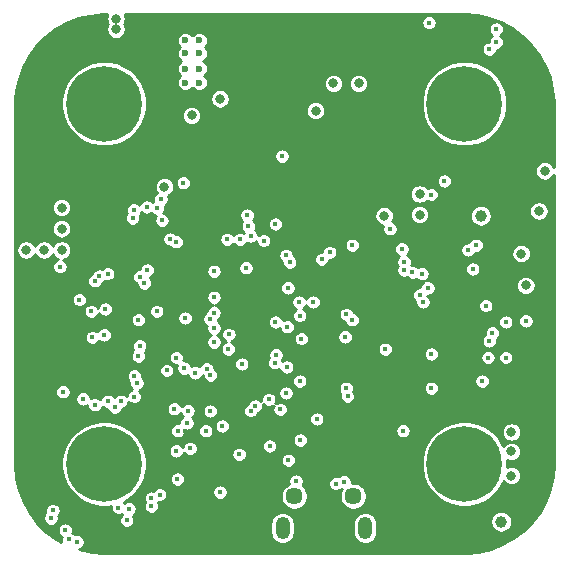
<source format=gbr>
%TF.GenerationSoftware,KiCad,Pcbnew,(5.1.6-0-10_14)*%
%TF.CreationDate,2020-11-09T20:44:41+11:00*%
%TF.ProjectId,spartan_mk1,73706172-7461-46e5-9f6d-6b312e6b6963,rev?*%
%TF.SameCoordinates,Original*%
%TF.FileFunction,Copper,L3,Inr*%
%TF.FilePolarity,Positive*%
%FSLAX46Y46*%
G04 Gerber Fmt 4.6, Leading zero omitted, Abs format (unit mm)*
G04 Created by KiCad (PCBNEW (5.1.6-0-10_14)) date 2020-11-09 20:44:41*
%MOMM*%
%LPD*%
G01*
G04 APERTURE LIST*
%TA.AperFunction,ViaPad*%
%ADD10C,1.450000*%
%TD*%
%TA.AperFunction,ViaPad*%
%ADD11O,1.200000X1.900000*%
%TD*%
%TA.AperFunction,ViaPad*%
%ADD12C,6.400000*%
%TD*%
%TA.AperFunction,ViaPad*%
%ADD13C,0.800000*%
%TD*%
%TA.AperFunction,ViaPad*%
%ADD14C,0.600000*%
%TD*%
%TA.AperFunction,ViaPad*%
%ADD15C,0.450000*%
%TD*%
%TA.AperFunction,ViaPad*%
%ADD16C,1.000000*%
%TD*%
%TA.AperFunction,Conductor*%
%ADD17C,0.254000*%
%TD*%
G04 APERTURE END LIST*
D10*
%TO.N,Net-(J1-Pad6)*%
%TO.C,J1*%
X76100000Y-93237500D03*
X81100000Y-93237500D03*
D11*
X75100000Y-95937500D03*
X82100000Y-95937500D03*
%TD*%
D12*
%TO.N,GND*%
%TO.C,H3*%
X90500000Y-60000000D03*
D13*
X92900000Y-60000000D03*
X92197056Y-61697056D03*
X90500000Y-62400000D03*
X88802944Y-61697056D03*
X88100000Y-60000000D03*
X88802944Y-58302944D03*
X90500000Y-57600000D03*
X92197056Y-58302944D03*
%TD*%
D12*
%TO.N,GND*%
%TO.C,H1*%
X90500000Y-90500000D03*
D13*
X92900000Y-90500000D03*
X92197056Y-92197056D03*
X90500000Y-92900000D03*
X88802944Y-92197056D03*
X88100000Y-90500000D03*
X88802944Y-88802944D03*
X90500000Y-88100000D03*
X92197056Y-88802944D03*
%TD*%
%TO.N,GND*%
%TO.C,H2*%
X61697056Y-88802944D03*
X60000000Y-88100000D03*
X58302944Y-88802944D03*
X57600000Y-90500000D03*
X58302944Y-92197056D03*
X60000000Y-92900000D03*
X61697056Y-92197056D03*
X62400000Y-90500000D03*
D12*
X60000000Y-90500000D03*
%TD*%
D13*
%TO.N,GND*%
%TO.C,H4*%
X61697056Y-58302944D03*
X60000000Y-57600000D03*
X58302944Y-58302944D03*
X57600000Y-60000000D03*
X58302944Y-61697056D03*
X60000000Y-62400000D03*
X61697056Y-61697056D03*
X62400000Y-60000000D03*
D12*
X60000000Y-60000000D03*
%TD*%
D14*
%TO.N,GND*%
%TO.C,U6*%
X68061000Y-58236000D03*
X68061000Y-57036000D03*
X66861000Y-57036000D03*
X66861000Y-58236000D03*
X68061000Y-54636000D03*
X68061000Y-55736000D03*
X66861000Y-55736000D03*
X66861000Y-54636000D03*
%TD*%
D13*
%TO.N,+3V3*%
X81600000Y-68700000D03*
X80300000Y-68700000D03*
X78900000Y-68700000D03*
X77500000Y-68700000D03*
X82500000Y-65900000D03*
X80900000Y-66000000D03*
X80900000Y-67400000D03*
X82500000Y-64700000D03*
X80900000Y-64700000D03*
D15*
X87050000Y-56450000D03*
D13*
X80900000Y-63500000D03*
X82500000Y-63500000D03*
D15*
X60200000Y-70300000D03*
X64800000Y-75600000D03*
X73000000Y-72600000D03*
X59192105Y-75717810D03*
X62300000Y-84200000D03*
X66872712Y-87700530D03*
X63900000Y-87600000D03*
X63000000Y-88000000D03*
X65581002Y-87521814D03*
X64500000Y-82000000D03*
X86500000Y-77300000D03*
X78200000Y-77900000D03*
X83700000Y-72000000D03*
X83000000Y-86800000D03*
X84500000Y-84100000D03*
X78100000Y-75500000D03*
X73000000Y-73300000D03*
X60700000Y-69900000D03*
X61400000Y-69900000D03*
X59100000Y-76300000D03*
X60200000Y-82400000D03*
X64150000Y-76400000D03*
X73900000Y-72750000D03*
X74650000Y-72800000D03*
X63700000Y-77800000D03*
X84900000Y-77500000D03*
X85800000Y-78300000D03*
X79600000Y-78600000D03*
D13*
X94500000Y-75500000D03*
X92900000Y-74600000D03*
D15*
X71900000Y-83800000D03*
D13*
%TO.N,GND*%
X79400000Y-58300000D03*
X81550000Y-58300000D03*
X77900000Y-60600000D03*
D15*
X75050000Y-64450000D03*
X66700000Y-66700000D03*
X72100000Y-69450000D03*
X64500000Y-68850000D03*
D13*
X65100000Y-67050000D03*
D15*
X63600000Y-68750000D03*
D13*
X86700000Y-67650000D03*
D15*
X88800000Y-66550000D03*
D13*
X86700000Y-69400000D03*
X83700000Y-69500000D03*
D15*
X61400000Y-85200000D03*
X60300000Y-85200000D03*
X75600000Y-90200000D03*
X59200000Y-75000000D03*
X62100000Y-94300000D03*
X57700000Y-97100000D03*
X65574573Y-71466525D03*
X86700000Y-76200000D03*
X81000000Y-72000000D03*
X85200000Y-72300000D03*
X64450003Y-77600000D03*
X69300000Y-80200000D03*
X69300000Y-79000000D03*
X69300000Y-77700000D03*
X69300000Y-76400000D03*
X80600000Y-84800000D03*
X80500000Y-84100000D03*
X83800000Y-80800000D03*
X81000000Y-78300000D03*
X64000000Y-94100000D03*
D13*
X56400000Y-68800000D03*
X53400000Y-72400000D03*
X54900000Y-72400000D03*
X56400000Y-72400000D03*
X56400000Y-70600000D03*
D15*
X59000000Y-79800000D03*
X56500000Y-84400000D03*
X87700000Y-84100000D03*
X87700000Y-81200000D03*
X66100000Y-71700000D03*
X62400000Y-69700000D03*
X62500000Y-69000000D03*
X64900000Y-69900000D03*
X59600000Y-74600000D03*
X60300000Y-74400000D03*
X60900000Y-85700000D03*
X74000000Y-89000000D03*
X64000000Y-93400000D03*
X64700000Y-93100000D03*
X61900000Y-95300000D03*
X61200000Y-94200000D03*
X57000000Y-96900000D03*
X56700000Y-96100000D03*
X87700000Y-67700000D03*
X86100000Y-74300000D03*
X86900000Y-74400000D03*
X87400000Y-75600000D03*
X87000000Y-76800000D03*
X70500000Y-80800000D03*
X70550000Y-79550000D03*
X66850000Y-78150000D03*
X80500000Y-77850000D03*
X75400000Y-72850000D03*
X75700000Y-73449980D03*
X78400000Y-73200000D03*
X79100000Y-72600000D03*
X91200000Y-74000000D03*
X91500000Y-72000000D03*
X90800000Y-72400000D03*
D13*
X96800000Y-69100000D03*
X97300000Y-65700000D03*
D15*
X92600000Y-55400000D03*
X93200000Y-54800000D03*
X93200000Y-53700000D03*
D13*
X94475000Y-89456240D03*
X94475000Y-91496009D03*
D15*
X79612500Y-92169791D03*
X80300000Y-92000000D03*
X64800000Y-68100000D03*
D13*
X69800000Y-59600000D03*
D15*
X72400000Y-71200000D03*
X72200000Y-70400000D03*
X71500000Y-71500000D03*
X74500000Y-70200000D03*
X66200000Y-91800000D03*
D13*
X67400000Y-61000000D03*
X61000000Y-53700000D03*
X61000000Y-52800000D03*
X95700000Y-75400000D03*
X95300000Y-72700000D03*
X94475000Y-87800000D03*
D15*
X58200000Y-85000000D03*
X59200000Y-85500000D03*
X75400000Y-84500000D03*
X72400000Y-86000000D03*
X72800000Y-85600000D03*
D16*
%TO.N,+5V*%
X93600000Y-95400000D03*
X91900000Y-69500000D03*
D15*
%TO.N,/V_USB*%
X76244669Y-91955331D03*
X76600000Y-88500000D03*
%TO.N,/SBUS_TX*%
X69000000Y-83000000D03*
X85300000Y-87700000D03*
%TO.N,/UART2_RX*%
X63000000Y-74650003D03*
X95700000Y-78400000D03*
%TO.N,/UART2_TX*%
X92300000Y-77100000D03*
X63648383Y-74100003D03*
%TO.N,/UART3_TX*%
X74448570Y-81947977D03*
X92500000Y-81500000D03*
%TO.N,/UART3_RX*%
X74551667Y-81273256D03*
X94000000Y-78500000D03*
X68665577Y-82442628D03*
X70000000Y-87300000D03*
%TO.N,/UART5_TX*%
X92000000Y-83500000D03*
X76559891Y-83499974D03*
%TO.N,/UART5_RX*%
X94000000Y-81500000D03*
X75450000Y-82299999D03*
%TO.N,/GPIO_1*%
X55500000Y-95100000D03*
X92863909Y-79413909D03*
X75550000Y-75600000D03*
X75500000Y-78900000D03*
%TO.N,/GPIO_2*%
X55650000Y-94450000D03*
X80400000Y-79750000D03*
X71650000Y-82050000D03*
X92600000Y-80100000D03*
%TO.N,/GEN_ADC*%
X63400000Y-75200003D03*
X56250000Y-73800000D03*
%TO.N,/SWDIO*%
X78000000Y-86700000D03*
X74900000Y-85900000D03*
%TO.N,/NRST*%
X68965577Y-78257372D03*
X76700000Y-79900000D03*
X70400000Y-71500000D03*
X69300000Y-74200000D03*
%TO.N,/ESC_DSHOT_1*%
X67000000Y-87050000D03*
X67275000Y-89200000D03*
%TO.N,/ESC_DSHOT_3*%
X66750000Y-82400000D03*
X68595919Y-87704081D03*
%TO.N,/ESC_DSHOT_4*%
X66100000Y-81500000D03*
X69800000Y-92900000D03*
%TO.N,/SPI_ESC_SCK*%
X57900000Y-76600000D03*
%TO.N,/SPI_ESC_MOSI*%
X58900000Y-77600000D03*
%TO.N,/SPI_ESC_MISO*%
X60100000Y-77400000D03*
%TO.N,/ESC_1_CS*%
X66216963Y-87699027D03*
X67100000Y-86000000D03*
X65300000Y-82600000D03*
%TO.N,/ESC_2_CS*%
X62552262Y-83050000D03*
%TO.N,/ESC_3_CS*%
X62763095Y-83675638D03*
%TO.N,/ESC_4_CS*%
X62541404Y-84803512D03*
%TO.N,/SBUS_RX*%
X68977199Y-86022801D03*
X73935999Y-85050001D03*
%TO.N,/GYRO_SCL*%
X77700000Y-76800000D03*
X76550000Y-77950000D03*
%TO.N,/EEPROM_SDA*%
X62900000Y-81400000D03*
%TO.N,/EEPROM_SCL*%
X63000000Y-80500000D03*
%TO.N,/BUZZER*%
X76500000Y-76800000D03*
X74500000Y-78500000D03*
%TO.N,BOOT0*%
X87500000Y-53150000D03*
X84200000Y-70600000D03*
%TO.N,/GYRO_FSYNC*%
X85400000Y-74100000D03*
X62900000Y-78300000D03*
%TO.N,/GYRO_INT*%
X85400000Y-73400000D03*
X60000000Y-79585998D03*
%TO.N,/CURR_SENSE*%
X67700000Y-82800000D03*
X71425000Y-89700000D03*
%TO.N,/STM32 Controller/USER_LED_1*%
X72000000Y-73900000D03*
X73500000Y-71600000D03*
%TO.N,/STM32 Controller/USER_LED_2*%
X65930000Y-85840000D03*
X66100000Y-89400000D03*
%TD*%
D17*
%TO.N,+3V3*%
G36*
X60204782Y-52558773D02*
G01*
X60173000Y-52718548D01*
X60173000Y-52881452D01*
X60204782Y-53041227D01*
X60267123Y-53191731D01*
X60306057Y-53250000D01*
X60267123Y-53308269D01*
X60204782Y-53458773D01*
X60173000Y-53618548D01*
X60173000Y-53781452D01*
X60204782Y-53941227D01*
X60267123Y-54091731D01*
X60357628Y-54227181D01*
X60472819Y-54342372D01*
X60608269Y-54432877D01*
X60758773Y-54495218D01*
X60918548Y-54527000D01*
X61081452Y-54527000D01*
X61241227Y-54495218D01*
X61391731Y-54432877D01*
X61527181Y-54342372D01*
X61642372Y-54227181D01*
X61732877Y-54091731D01*
X61795218Y-53941227D01*
X61827000Y-53781452D01*
X61827000Y-53618548D01*
X61795218Y-53458773D01*
X61732877Y-53308269D01*
X61693943Y-53250000D01*
X61732877Y-53191731D01*
X61776761Y-53085784D01*
X86848000Y-53085784D01*
X86848000Y-53214216D01*
X86873056Y-53340181D01*
X86922205Y-53458838D01*
X86993558Y-53565626D01*
X87084374Y-53656442D01*
X87191162Y-53727795D01*
X87309819Y-53776944D01*
X87435784Y-53802000D01*
X87564216Y-53802000D01*
X87690181Y-53776944D01*
X87808838Y-53727795D01*
X87915626Y-53656442D01*
X88006442Y-53565626D01*
X88077795Y-53458838D01*
X88126944Y-53340181D01*
X88152000Y-53214216D01*
X88152000Y-53085784D01*
X88126944Y-52959819D01*
X88077795Y-52841162D01*
X88006442Y-52734374D01*
X87915626Y-52643558D01*
X87808838Y-52572205D01*
X87690181Y-52523056D01*
X87564216Y-52498000D01*
X87435784Y-52498000D01*
X87309819Y-52523056D01*
X87191162Y-52572205D01*
X87084374Y-52643558D01*
X86993558Y-52734374D01*
X86922205Y-52841162D01*
X86873056Y-52959819D01*
X86848000Y-53085784D01*
X61776761Y-53085784D01*
X61795218Y-53041227D01*
X61827000Y-52881452D01*
X61827000Y-52718548D01*
X61795218Y-52558773D01*
X61750991Y-52452000D01*
X90484022Y-52452000D01*
X91563363Y-52528422D01*
X92605504Y-52752789D01*
X93605644Y-53121759D01*
X94543811Y-53627967D01*
X95401300Y-54261317D01*
X96160991Y-55009168D01*
X96807728Y-55856596D01*
X97328608Y-56786694D01*
X97713246Y-57780921D01*
X97953954Y-58819408D01*
X98047166Y-59895648D01*
X98048001Y-60001895D01*
X98048001Y-65344781D01*
X98032877Y-65308269D01*
X97942372Y-65172819D01*
X97827181Y-65057628D01*
X97691731Y-64967123D01*
X97541227Y-64904782D01*
X97381452Y-64873000D01*
X97218548Y-64873000D01*
X97058773Y-64904782D01*
X96908269Y-64967123D01*
X96772819Y-65057628D01*
X96657628Y-65172819D01*
X96567123Y-65308269D01*
X96504782Y-65458773D01*
X96473000Y-65618548D01*
X96473000Y-65781452D01*
X96504782Y-65941227D01*
X96567123Y-66091731D01*
X96657628Y-66227181D01*
X96772819Y-66342372D01*
X96908269Y-66432877D01*
X97058773Y-66495218D01*
X97218548Y-66527000D01*
X97381452Y-66527000D01*
X97541227Y-66495218D01*
X97691731Y-66432877D01*
X97827181Y-66342372D01*
X97942372Y-66227181D01*
X98032877Y-66091731D01*
X98048001Y-66055219D01*
X98048000Y-90484021D01*
X97971578Y-91563363D01*
X97747210Y-92605511D01*
X97378240Y-93605646D01*
X96872029Y-94543817D01*
X96238680Y-95401304D01*
X95490835Y-96160988D01*
X94643404Y-96807728D01*
X93713303Y-97328609D01*
X92719079Y-97713246D01*
X91680592Y-97953954D01*
X90604353Y-98047166D01*
X90498232Y-98048000D01*
X60015979Y-98048000D01*
X58936637Y-97971578D01*
X57894489Y-97747210D01*
X57857291Y-97733486D01*
X57890181Y-97726944D01*
X58008838Y-97677795D01*
X58115626Y-97606442D01*
X58206442Y-97515626D01*
X58277795Y-97408838D01*
X58326944Y-97290181D01*
X58352000Y-97164216D01*
X58352000Y-97035784D01*
X58326944Y-96909819D01*
X58277795Y-96791162D01*
X58206442Y-96684374D01*
X58115626Y-96593558D01*
X58008838Y-96522205D01*
X57890181Y-96473056D01*
X57764216Y-96448000D01*
X57635784Y-96448000D01*
X57509819Y-96473056D01*
X57499428Y-96477360D01*
X57415626Y-96393558D01*
X57312630Y-96324739D01*
X57326944Y-96290181D01*
X57352000Y-96164216D01*
X57352000Y-96035784D01*
X57326944Y-95909819D01*
X57277795Y-95791162D01*
X57206442Y-95684374D01*
X57115626Y-95593558D01*
X57008838Y-95522205D01*
X56890181Y-95473056D01*
X56764216Y-95448000D01*
X56635784Y-95448000D01*
X56509819Y-95473056D01*
X56391162Y-95522205D01*
X56284374Y-95593558D01*
X56193558Y-95684374D01*
X56122205Y-95791162D01*
X56073056Y-95909819D01*
X56048000Y-96035784D01*
X56048000Y-96164216D01*
X56073056Y-96290181D01*
X56122205Y-96408838D01*
X56193558Y-96515626D01*
X56284374Y-96606442D01*
X56387370Y-96675261D01*
X56373056Y-96709819D01*
X56348000Y-96835784D01*
X56348000Y-96964216D01*
X56373056Y-97090181D01*
X56376673Y-97098914D01*
X55956183Y-96872029D01*
X55098696Y-96238680D01*
X54339012Y-95490835D01*
X53991728Y-95035784D01*
X54848000Y-95035784D01*
X54848000Y-95164216D01*
X54873056Y-95290181D01*
X54922205Y-95408838D01*
X54993558Y-95515626D01*
X55084374Y-95606442D01*
X55191162Y-95677795D01*
X55309819Y-95726944D01*
X55435784Y-95752000D01*
X55564216Y-95752000D01*
X55690181Y-95726944D01*
X55808838Y-95677795D01*
X55915626Y-95606442D01*
X56006442Y-95515626D01*
X56077795Y-95408838D01*
X56126944Y-95290181D01*
X56152000Y-95164216D01*
X56152000Y-95035784D01*
X56126944Y-94909819D01*
X56122640Y-94899428D01*
X56156442Y-94865626D01*
X56227795Y-94758838D01*
X56276944Y-94640181D01*
X56302000Y-94514216D01*
X56302000Y-94385784D01*
X56276944Y-94259819D01*
X56227795Y-94141162D01*
X56156442Y-94034374D01*
X56065626Y-93943558D01*
X55958838Y-93872205D01*
X55840181Y-93823056D01*
X55714216Y-93798000D01*
X55585784Y-93798000D01*
X55459819Y-93823056D01*
X55341162Y-93872205D01*
X55234374Y-93943558D01*
X55143558Y-94034374D01*
X55072205Y-94141162D01*
X55023056Y-94259819D01*
X54998000Y-94385784D01*
X54998000Y-94514216D01*
X55023056Y-94640181D01*
X55027360Y-94650572D01*
X54993558Y-94684374D01*
X54922205Y-94791162D01*
X54873056Y-94909819D01*
X54848000Y-95035784D01*
X53991728Y-95035784D01*
X53692272Y-94643404D01*
X53171391Y-93713303D01*
X52786754Y-92719079D01*
X52546046Y-91680592D01*
X52452834Y-90604353D01*
X52452000Y-90498232D01*
X52452000Y-90142772D01*
X56373000Y-90142772D01*
X56373000Y-90857228D01*
X56512383Y-91557957D01*
X56785794Y-92218029D01*
X57182725Y-92812078D01*
X57687922Y-93317275D01*
X58281971Y-93714206D01*
X58942043Y-93987617D01*
X59642772Y-94127000D01*
X60357228Y-94127000D01*
X60557678Y-94087128D01*
X60548000Y-94135784D01*
X60548000Y-94264216D01*
X60573056Y-94390181D01*
X60622205Y-94508838D01*
X60693558Y-94615626D01*
X60784374Y-94706442D01*
X60891162Y-94777795D01*
X61009819Y-94826944D01*
X61135784Y-94852000D01*
X61264216Y-94852000D01*
X61390181Y-94826944D01*
X61506542Y-94778746D01*
X61484374Y-94793558D01*
X61393558Y-94884374D01*
X61322205Y-94991162D01*
X61273056Y-95109819D01*
X61248000Y-95235784D01*
X61248000Y-95364216D01*
X61273056Y-95490181D01*
X61322205Y-95608838D01*
X61393558Y-95715626D01*
X61484374Y-95806442D01*
X61591162Y-95877795D01*
X61709819Y-95926944D01*
X61835784Y-95952000D01*
X61964216Y-95952000D01*
X62090181Y-95926944D01*
X62208838Y-95877795D01*
X62315626Y-95806442D01*
X62406442Y-95715626D01*
X62477795Y-95608838D01*
X62507530Y-95537049D01*
X74073000Y-95537049D01*
X74073000Y-96337950D01*
X74087860Y-96488826D01*
X74146585Y-96682416D01*
X74241949Y-96860831D01*
X74370288Y-97017212D01*
X74526669Y-97145551D01*
X74705083Y-97240915D01*
X74898673Y-97299640D01*
X75100000Y-97319469D01*
X75301326Y-97299640D01*
X75494916Y-97240915D01*
X75673331Y-97145551D01*
X75829712Y-97017212D01*
X75958051Y-96860831D01*
X76053415Y-96682417D01*
X76112140Y-96488827D01*
X76127000Y-96337951D01*
X76127000Y-95537050D01*
X81073000Y-95537050D01*
X81073000Y-96337951D01*
X81087860Y-96488827D01*
X81146586Y-96682417D01*
X81241950Y-96860831D01*
X81370289Y-97017212D01*
X81526670Y-97145551D01*
X81705084Y-97240915D01*
X81898674Y-97299640D01*
X82100000Y-97319469D01*
X82301327Y-97299640D01*
X82494917Y-97240915D01*
X82673331Y-97145551D01*
X82829712Y-97017212D01*
X82958051Y-96860831D01*
X83053415Y-96682417D01*
X83112140Y-96488826D01*
X83127000Y-96337950D01*
X83127000Y-95537049D01*
X83112140Y-95386173D01*
X83088639Y-95308699D01*
X92673000Y-95308699D01*
X92673000Y-95491301D01*
X92708624Y-95670396D01*
X92778504Y-95839099D01*
X92879952Y-95990928D01*
X93009072Y-96120048D01*
X93160901Y-96221496D01*
X93329604Y-96291376D01*
X93508699Y-96327000D01*
X93691301Y-96327000D01*
X93870396Y-96291376D01*
X94039099Y-96221496D01*
X94190928Y-96120048D01*
X94320048Y-95990928D01*
X94421496Y-95839099D01*
X94491376Y-95670396D01*
X94527000Y-95491301D01*
X94527000Y-95308699D01*
X94491376Y-95129604D01*
X94421496Y-94960901D01*
X94320048Y-94809072D01*
X94190928Y-94679952D01*
X94039099Y-94578504D01*
X93870396Y-94508624D01*
X93691301Y-94473000D01*
X93508699Y-94473000D01*
X93329604Y-94508624D01*
X93160901Y-94578504D01*
X93009072Y-94679952D01*
X92879952Y-94809072D01*
X92778504Y-94960901D01*
X92708624Y-95129604D01*
X92673000Y-95308699D01*
X83088639Y-95308699D01*
X83053415Y-95192583D01*
X82958051Y-95014169D01*
X82829712Y-94857788D01*
X82673331Y-94729449D01*
X82494916Y-94634085D01*
X82301326Y-94575360D01*
X82100000Y-94555531D01*
X81898673Y-94575360D01*
X81705083Y-94634085D01*
X81526669Y-94729449D01*
X81370288Y-94857788D01*
X81241949Y-95014169D01*
X81146585Y-95192584D01*
X81087860Y-95386174D01*
X81073000Y-95537050D01*
X76127000Y-95537050D01*
X76112140Y-95386174D01*
X76053415Y-95192583D01*
X75958051Y-95014169D01*
X75829712Y-94857788D01*
X75673331Y-94729449D01*
X75494917Y-94634085D01*
X75301327Y-94575360D01*
X75100000Y-94555531D01*
X74898674Y-94575360D01*
X74705084Y-94634085D01*
X74526670Y-94729449D01*
X74370289Y-94857788D01*
X74241950Y-95014169D01*
X74146586Y-95192583D01*
X74087860Y-95386173D01*
X74073000Y-95537049D01*
X62507530Y-95537049D01*
X62526944Y-95490181D01*
X62552000Y-95364216D01*
X62552000Y-95235784D01*
X62526944Y-95109819D01*
X62477795Y-94991162D01*
X62406442Y-94884374D01*
X62402492Y-94880424D01*
X62408838Y-94877795D01*
X62515626Y-94806442D01*
X62606442Y-94715626D01*
X62677795Y-94608838D01*
X62726944Y-94490181D01*
X62752000Y-94364216D01*
X62752000Y-94235784D01*
X62726944Y-94109819D01*
X62677795Y-93991162D01*
X62606442Y-93884374D01*
X62515626Y-93793558D01*
X62408838Y-93722205D01*
X62290181Y-93673056D01*
X62164216Y-93648000D01*
X62035784Y-93648000D01*
X61909819Y-93673056D01*
X61791162Y-93722205D01*
X61703108Y-93781040D01*
X61660219Y-93738151D01*
X61718029Y-93714206D01*
X62284377Y-93335784D01*
X63348000Y-93335784D01*
X63348000Y-93464216D01*
X63373056Y-93590181D01*
X63422205Y-93708838D01*
X63449708Y-93750000D01*
X63422205Y-93791162D01*
X63373056Y-93909819D01*
X63348000Y-94035784D01*
X63348000Y-94164216D01*
X63373056Y-94290181D01*
X63422205Y-94408838D01*
X63493558Y-94515626D01*
X63584374Y-94606442D01*
X63691162Y-94677795D01*
X63809819Y-94726944D01*
X63935784Y-94752000D01*
X64064216Y-94752000D01*
X64190181Y-94726944D01*
X64308838Y-94677795D01*
X64415626Y-94606442D01*
X64506442Y-94515626D01*
X64577795Y-94408838D01*
X64626944Y-94290181D01*
X64652000Y-94164216D01*
X64652000Y-94035784D01*
X64626944Y-93909819D01*
X64577795Y-93791162D01*
X64550292Y-93750000D01*
X64559142Y-93736755D01*
X64635784Y-93752000D01*
X64764216Y-93752000D01*
X64890181Y-93726944D01*
X65008838Y-93677795D01*
X65115626Y-93606442D01*
X65206442Y-93515626D01*
X65277795Y-93408838D01*
X65326944Y-93290181D01*
X65352000Y-93164216D01*
X65352000Y-93035784D01*
X65326944Y-92909819D01*
X65296278Y-92835784D01*
X69148000Y-92835784D01*
X69148000Y-92964216D01*
X69173056Y-93090181D01*
X69222205Y-93208838D01*
X69293558Y-93315626D01*
X69384374Y-93406442D01*
X69491162Y-93477795D01*
X69609819Y-93526944D01*
X69735784Y-93552000D01*
X69864216Y-93552000D01*
X69990181Y-93526944D01*
X70108838Y-93477795D01*
X70215626Y-93406442D01*
X70306442Y-93315626D01*
X70377795Y-93208838D01*
X70412920Y-93124038D01*
X74948000Y-93124038D01*
X74948000Y-93350962D01*
X74992271Y-93573526D01*
X75079111Y-93783177D01*
X75205183Y-93971857D01*
X75365643Y-94132317D01*
X75554323Y-94258389D01*
X75763974Y-94345229D01*
X75986538Y-94389500D01*
X76213462Y-94389500D01*
X76436026Y-94345229D01*
X76645677Y-94258389D01*
X76834357Y-94132317D01*
X76994817Y-93971857D01*
X77120889Y-93783177D01*
X77207729Y-93573526D01*
X77252000Y-93350962D01*
X77252000Y-93124038D01*
X77207729Y-92901474D01*
X77120889Y-92691823D01*
X76994817Y-92503143D01*
X76834357Y-92342683D01*
X76789866Y-92312955D01*
X76822464Y-92264169D01*
X76871613Y-92145512D01*
X76879556Y-92105575D01*
X78960500Y-92105575D01*
X78960500Y-92234007D01*
X78985556Y-92359972D01*
X79034705Y-92478629D01*
X79106058Y-92585417D01*
X79196874Y-92676233D01*
X79303662Y-92747586D01*
X79422319Y-92796735D01*
X79548284Y-92821791D01*
X79676716Y-92821791D01*
X79802681Y-92796735D01*
X79921338Y-92747586D01*
X80028126Y-92676233D01*
X80086906Y-92617453D01*
X80109819Y-92626944D01*
X80120979Y-92629164D01*
X80079111Y-92691823D01*
X79992271Y-92901474D01*
X79948000Y-93124038D01*
X79948000Y-93350962D01*
X79992271Y-93573526D01*
X80079111Y-93783177D01*
X80205183Y-93971857D01*
X80365643Y-94132317D01*
X80554323Y-94258389D01*
X80763974Y-94345229D01*
X80986538Y-94389500D01*
X81213462Y-94389500D01*
X81436026Y-94345229D01*
X81645677Y-94258389D01*
X81834357Y-94132317D01*
X81994817Y-93971857D01*
X82120889Y-93783177D01*
X82207729Y-93573526D01*
X82252000Y-93350962D01*
X82252000Y-93124038D01*
X82207729Y-92901474D01*
X82120889Y-92691823D01*
X81994817Y-92503143D01*
X81834357Y-92342683D01*
X81645677Y-92216611D01*
X81436026Y-92129771D01*
X81213462Y-92085500D01*
X80986538Y-92085500D01*
X80946169Y-92093530D01*
X80952000Y-92064216D01*
X80952000Y-91935784D01*
X80926944Y-91809819D01*
X80877795Y-91691162D01*
X80806442Y-91584374D01*
X80715626Y-91493558D01*
X80608838Y-91422205D01*
X80490181Y-91373056D01*
X80364216Y-91348000D01*
X80235784Y-91348000D01*
X80109819Y-91373056D01*
X79991162Y-91422205D01*
X79884374Y-91493558D01*
X79825594Y-91552338D01*
X79802681Y-91542847D01*
X79676716Y-91517791D01*
X79548284Y-91517791D01*
X79422319Y-91542847D01*
X79303662Y-91591996D01*
X79196874Y-91663349D01*
X79106058Y-91754165D01*
X79034705Y-91860953D01*
X78985556Y-91979610D01*
X78960500Y-92105575D01*
X76879556Y-92105575D01*
X76896669Y-92019547D01*
X76896669Y-91891115D01*
X76871613Y-91765150D01*
X76822464Y-91646493D01*
X76751111Y-91539705D01*
X76660295Y-91448889D01*
X76553507Y-91377536D01*
X76434850Y-91328387D01*
X76308885Y-91303331D01*
X76180453Y-91303331D01*
X76054488Y-91328387D01*
X75935831Y-91377536D01*
X75829043Y-91448889D01*
X75738227Y-91539705D01*
X75666874Y-91646493D01*
X75617725Y-91765150D01*
X75592669Y-91891115D01*
X75592669Y-92019547D01*
X75617725Y-92145512D01*
X75633577Y-92183783D01*
X75554323Y-92216611D01*
X75365643Y-92342683D01*
X75205183Y-92503143D01*
X75079111Y-92691823D01*
X74992271Y-92901474D01*
X74948000Y-93124038D01*
X70412920Y-93124038D01*
X70426944Y-93090181D01*
X70452000Y-92964216D01*
X70452000Y-92835784D01*
X70426944Y-92709819D01*
X70377795Y-92591162D01*
X70306442Y-92484374D01*
X70215626Y-92393558D01*
X70108838Y-92322205D01*
X69990181Y-92273056D01*
X69864216Y-92248000D01*
X69735784Y-92248000D01*
X69609819Y-92273056D01*
X69491162Y-92322205D01*
X69384374Y-92393558D01*
X69293558Y-92484374D01*
X69222205Y-92591162D01*
X69173056Y-92709819D01*
X69148000Y-92835784D01*
X65296278Y-92835784D01*
X65277795Y-92791162D01*
X65206442Y-92684374D01*
X65115626Y-92593558D01*
X65008838Y-92522205D01*
X64890181Y-92473056D01*
X64764216Y-92448000D01*
X64635784Y-92448000D01*
X64509819Y-92473056D01*
X64391162Y-92522205D01*
X64284374Y-92593558D01*
X64193558Y-92684374D01*
X64140858Y-92763245D01*
X64064216Y-92748000D01*
X63935784Y-92748000D01*
X63809819Y-92773056D01*
X63691162Y-92822205D01*
X63584374Y-92893558D01*
X63493558Y-92984374D01*
X63422205Y-93091162D01*
X63373056Y-93209819D01*
X63348000Y-93335784D01*
X62284377Y-93335784D01*
X62312078Y-93317275D01*
X62817275Y-92812078D01*
X63214206Y-92218029D01*
X63413958Y-91735784D01*
X65548000Y-91735784D01*
X65548000Y-91864216D01*
X65573056Y-91990181D01*
X65622205Y-92108838D01*
X65693558Y-92215626D01*
X65784374Y-92306442D01*
X65891162Y-92377795D01*
X66009819Y-92426944D01*
X66135784Y-92452000D01*
X66264216Y-92452000D01*
X66390181Y-92426944D01*
X66508838Y-92377795D01*
X66615626Y-92306442D01*
X66706442Y-92215626D01*
X66777795Y-92108838D01*
X66826944Y-91990181D01*
X66852000Y-91864216D01*
X66852000Y-91735784D01*
X66826944Y-91609819D01*
X66777795Y-91491162D01*
X66706442Y-91384374D01*
X66615626Y-91293558D01*
X66508838Y-91222205D01*
X66390181Y-91173056D01*
X66264216Y-91148000D01*
X66135784Y-91148000D01*
X66009819Y-91173056D01*
X65891162Y-91222205D01*
X65784374Y-91293558D01*
X65693558Y-91384374D01*
X65622205Y-91491162D01*
X65573056Y-91609819D01*
X65548000Y-91735784D01*
X63413958Y-91735784D01*
X63487617Y-91557957D01*
X63627000Y-90857228D01*
X63627000Y-90142772D01*
X63487617Y-89442043D01*
X63443604Y-89335784D01*
X65448000Y-89335784D01*
X65448000Y-89464216D01*
X65473056Y-89590181D01*
X65522205Y-89708838D01*
X65593558Y-89815626D01*
X65684374Y-89906442D01*
X65791162Y-89977795D01*
X65909819Y-90026944D01*
X66035784Y-90052000D01*
X66164216Y-90052000D01*
X66290181Y-90026944D01*
X66408838Y-89977795D01*
X66515626Y-89906442D01*
X66606442Y-89815626D01*
X66677795Y-89708838D01*
X66726944Y-89590181D01*
X66732590Y-89561796D01*
X66768558Y-89615626D01*
X66859374Y-89706442D01*
X66966162Y-89777795D01*
X67084819Y-89826944D01*
X67210784Y-89852000D01*
X67339216Y-89852000D01*
X67465181Y-89826944D01*
X67583838Y-89777795D01*
X67690626Y-89706442D01*
X67761284Y-89635784D01*
X70773000Y-89635784D01*
X70773000Y-89764216D01*
X70798056Y-89890181D01*
X70847205Y-90008838D01*
X70918558Y-90115626D01*
X71009374Y-90206442D01*
X71116162Y-90277795D01*
X71234819Y-90326944D01*
X71360784Y-90352000D01*
X71489216Y-90352000D01*
X71615181Y-90326944D01*
X71733838Y-90277795D01*
X71840626Y-90206442D01*
X71911284Y-90135784D01*
X74948000Y-90135784D01*
X74948000Y-90264216D01*
X74973056Y-90390181D01*
X75022205Y-90508838D01*
X75093558Y-90615626D01*
X75184374Y-90706442D01*
X75291162Y-90777795D01*
X75409819Y-90826944D01*
X75535784Y-90852000D01*
X75664216Y-90852000D01*
X75790181Y-90826944D01*
X75908838Y-90777795D01*
X76015626Y-90706442D01*
X76106442Y-90615626D01*
X76177795Y-90508838D01*
X76226944Y-90390181D01*
X76252000Y-90264216D01*
X76252000Y-90142772D01*
X86873000Y-90142772D01*
X86873000Y-90857228D01*
X87012383Y-91557957D01*
X87285794Y-92218029D01*
X87682725Y-92812078D01*
X88187922Y-93317275D01*
X88781971Y-93714206D01*
X89442043Y-93987617D01*
X90142772Y-94127000D01*
X90857228Y-94127000D01*
X91557957Y-93987617D01*
X92218029Y-93714206D01*
X92812078Y-93317275D01*
X93317275Y-92812078D01*
X93714206Y-92218029D01*
X93809345Y-91988344D01*
X93832628Y-92023190D01*
X93947819Y-92138381D01*
X94083269Y-92228886D01*
X94233773Y-92291227D01*
X94393548Y-92323009D01*
X94556452Y-92323009D01*
X94716227Y-92291227D01*
X94866731Y-92228886D01*
X95002181Y-92138381D01*
X95117372Y-92023190D01*
X95207877Y-91887740D01*
X95270218Y-91737236D01*
X95302000Y-91577461D01*
X95302000Y-91414557D01*
X95270218Y-91254782D01*
X95207877Y-91104278D01*
X95117372Y-90968828D01*
X95002181Y-90853637D01*
X94866731Y-90763132D01*
X94716227Y-90700791D01*
X94556452Y-90669009D01*
X94393548Y-90669009D01*
X94233773Y-90700791D01*
X94127000Y-90745018D01*
X94127000Y-90207231D01*
X94233773Y-90251458D01*
X94393548Y-90283240D01*
X94556452Y-90283240D01*
X94716227Y-90251458D01*
X94866731Y-90189117D01*
X95002181Y-90098612D01*
X95117372Y-89983421D01*
X95207877Y-89847971D01*
X95270218Y-89697467D01*
X95302000Y-89537692D01*
X95302000Y-89374788D01*
X95270218Y-89215013D01*
X95207877Y-89064509D01*
X95117372Y-88929059D01*
X95002181Y-88813868D01*
X94866731Y-88723363D01*
X94716227Y-88661022D01*
X94556452Y-88629240D01*
X94393548Y-88629240D01*
X94233773Y-88661022D01*
X94083269Y-88723363D01*
X93947819Y-88813868D01*
X93832628Y-88929059D01*
X93797135Y-88982178D01*
X93714206Y-88781971D01*
X93317275Y-88187922D01*
X92847901Y-87718548D01*
X93648000Y-87718548D01*
X93648000Y-87881452D01*
X93679782Y-88041227D01*
X93742123Y-88191731D01*
X93832628Y-88327181D01*
X93947819Y-88442372D01*
X94083269Y-88532877D01*
X94233773Y-88595218D01*
X94393548Y-88627000D01*
X94556452Y-88627000D01*
X94716227Y-88595218D01*
X94866731Y-88532877D01*
X95002181Y-88442372D01*
X95117372Y-88327181D01*
X95207877Y-88191731D01*
X95270218Y-88041227D01*
X95302000Y-87881452D01*
X95302000Y-87718548D01*
X95270218Y-87558773D01*
X95207877Y-87408269D01*
X95117372Y-87272819D01*
X95002181Y-87157628D01*
X94866731Y-87067123D01*
X94716227Y-87004782D01*
X94556452Y-86973000D01*
X94393548Y-86973000D01*
X94233773Y-87004782D01*
X94083269Y-87067123D01*
X93947819Y-87157628D01*
X93832628Y-87272819D01*
X93742123Y-87408269D01*
X93679782Y-87558773D01*
X93648000Y-87718548D01*
X92847901Y-87718548D01*
X92812078Y-87682725D01*
X92218029Y-87285794D01*
X91557957Y-87012383D01*
X90857228Y-86873000D01*
X90142772Y-86873000D01*
X89442043Y-87012383D01*
X88781971Y-87285794D01*
X88187922Y-87682725D01*
X87682725Y-88187922D01*
X87285794Y-88781971D01*
X87012383Y-89442043D01*
X86873000Y-90142772D01*
X76252000Y-90142772D01*
X76252000Y-90135784D01*
X76226944Y-90009819D01*
X76177795Y-89891162D01*
X76106442Y-89784374D01*
X76015626Y-89693558D01*
X75908838Y-89622205D01*
X75790181Y-89573056D01*
X75664216Y-89548000D01*
X75535784Y-89548000D01*
X75409819Y-89573056D01*
X75291162Y-89622205D01*
X75184374Y-89693558D01*
X75093558Y-89784374D01*
X75022205Y-89891162D01*
X74973056Y-90009819D01*
X74948000Y-90135784D01*
X71911284Y-90135784D01*
X71931442Y-90115626D01*
X72002795Y-90008838D01*
X72051944Y-89890181D01*
X72077000Y-89764216D01*
X72077000Y-89635784D01*
X72051944Y-89509819D01*
X72002795Y-89391162D01*
X71931442Y-89284374D01*
X71840626Y-89193558D01*
X71733838Y-89122205D01*
X71615181Y-89073056D01*
X71489216Y-89048000D01*
X71360784Y-89048000D01*
X71234819Y-89073056D01*
X71116162Y-89122205D01*
X71009374Y-89193558D01*
X70918558Y-89284374D01*
X70847205Y-89391162D01*
X70798056Y-89509819D01*
X70773000Y-89635784D01*
X67761284Y-89635784D01*
X67781442Y-89615626D01*
X67852795Y-89508838D01*
X67901944Y-89390181D01*
X67927000Y-89264216D01*
X67927000Y-89135784D01*
X67901944Y-89009819D01*
X67871278Y-88935784D01*
X73348000Y-88935784D01*
X73348000Y-89064216D01*
X73373056Y-89190181D01*
X73422205Y-89308838D01*
X73493558Y-89415626D01*
X73584374Y-89506442D01*
X73691162Y-89577795D01*
X73809819Y-89626944D01*
X73935784Y-89652000D01*
X74064216Y-89652000D01*
X74190181Y-89626944D01*
X74308838Y-89577795D01*
X74415626Y-89506442D01*
X74506442Y-89415626D01*
X74577795Y-89308838D01*
X74626944Y-89190181D01*
X74652000Y-89064216D01*
X74652000Y-88935784D01*
X74626944Y-88809819D01*
X74577795Y-88691162D01*
X74506442Y-88584374D01*
X74415626Y-88493558D01*
X74329161Y-88435784D01*
X75948000Y-88435784D01*
X75948000Y-88564216D01*
X75973056Y-88690181D01*
X76022205Y-88808838D01*
X76093558Y-88915626D01*
X76184374Y-89006442D01*
X76291162Y-89077795D01*
X76409819Y-89126944D01*
X76535784Y-89152000D01*
X76664216Y-89152000D01*
X76790181Y-89126944D01*
X76908838Y-89077795D01*
X77015626Y-89006442D01*
X77106442Y-88915626D01*
X77177795Y-88808838D01*
X77226944Y-88690181D01*
X77252000Y-88564216D01*
X77252000Y-88435784D01*
X77226944Y-88309819D01*
X77177795Y-88191162D01*
X77106442Y-88084374D01*
X77015626Y-87993558D01*
X76908838Y-87922205D01*
X76790181Y-87873056D01*
X76664216Y-87848000D01*
X76535784Y-87848000D01*
X76409819Y-87873056D01*
X76291162Y-87922205D01*
X76184374Y-87993558D01*
X76093558Y-88084374D01*
X76022205Y-88191162D01*
X75973056Y-88309819D01*
X75948000Y-88435784D01*
X74329161Y-88435784D01*
X74308838Y-88422205D01*
X74190181Y-88373056D01*
X74064216Y-88348000D01*
X73935784Y-88348000D01*
X73809819Y-88373056D01*
X73691162Y-88422205D01*
X73584374Y-88493558D01*
X73493558Y-88584374D01*
X73422205Y-88691162D01*
X73373056Y-88809819D01*
X73348000Y-88935784D01*
X67871278Y-88935784D01*
X67852795Y-88891162D01*
X67781442Y-88784374D01*
X67690626Y-88693558D01*
X67583838Y-88622205D01*
X67465181Y-88573056D01*
X67339216Y-88548000D01*
X67210784Y-88548000D01*
X67084819Y-88573056D01*
X66966162Y-88622205D01*
X66859374Y-88693558D01*
X66768558Y-88784374D01*
X66697205Y-88891162D01*
X66648056Y-89009819D01*
X66642410Y-89038204D01*
X66606442Y-88984374D01*
X66515626Y-88893558D01*
X66408838Y-88822205D01*
X66290181Y-88773056D01*
X66164216Y-88748000D01*
X66035784Y-88748000D01*
X65909819Y-88773056D01*
X65791162Y-88822205D01*
X65684374Y-88893558D01*
X65593558Y-88984374D01*
X65522205Y-89091162D01*
X65473056Y-89209819D01*
X65448000Y-89335784D01*
X63443604Y-89335784D01*
X63214206Y-88781971D01*
X62817275Y-88187922D01*
X62312078Y-87682725D01*
X61718029Y-87285794D01*
X61057957Y-87012383D01*
X60357228Y-86873000D01*
X59642772Y-86873000D01*
X58942043Y-87012383D01*
X58281971Y-87285794D01*
X57687922Y-87682725D01*
X57182725Y-88187922D01*
X56785794Y-88781971D01*
X56512383Y-89442043D01*
X56373000Y-90142772D01*
X52452000Y-90142772D01*
X52452000Y-84335784D01*
X55848000Y-84335784D01*
X55848000Y-84464216D01*
X55873056Y-84590181D01*
X55922205Y-84708838D01*
X55993558Y-84815626D01*
X56084374Y-84906442D01*
X56191162Y-84977795D01*
X56309819Y-85026944D01*
X56435784Y-85052000D01*
X56564216Y-85052000D01*
X56690181Y-85026944D01*
X56808838Y-84977795D01*
X56871712Y-84935784D01*
X57548000Y-84935784D01*
X57548000Y-85064216D01*
X57573056Y-85190181D01*
X57622205Y-85308838D01*
X57693558Y-85415626D01*
X57784374Y-85506442D01*
X57891162Y-85577795D01*
X58009819Y-85626944D01*
X58135784Y-85652000D01*
X58264216Y-85652000D01*
X58390181Y-85626944D01*
X58508838Y-85577795D01*
X58548000Y-85551628D01*
X58548000Y-85564216D01*
X58573056Y-85690181D01*
X58622205Y-85808838D01*
X58693558Y-85915626D01*
X58784374Y-86006442D01*
X58891162Y-86077795D01*
X59009819Y-86126944D01*
X59135784Y-86152000D01*
X59264216Y-86152000D01*
X59390181Y-86126944D01*
X59508838Y-86077795D01*
X59615626Y-86006442D01*
X59706442Y-85915626D01*
X59777795Y-85808838D01*
X59826944Y-85690181D01*
X59833774Y-85655842D01*
X59884374Y-85706442D01*
X59991162Y-85777795D01*
X60109819Y-85826944D01*
X60235784Y-85852000D01*
X60265461Y-85852000D01*
X60273056Y-85890181D01*
X60322205Y-86008838D01*
X60393558Y-86115626D01*
X60484374Y-86206442D01*
X60591162Y-86277795D01*
X60709819Y-86326944D01*
X60835784Y-86352000D01*
X60964216Y-86352000D01*
X61090181Y-86326944D01*
X61208838Y-86277795D01*
X61315626Y-86206442D01*
X61406442Y-86115626D01*
X61477795Y-86008838D01*
X61526944Y-85890181D01*
X61537436Y-85837436D01*
X61590181Y-85826944D01*
X61708838Y-85777795D01*
X61711847Y-85775784D01*
X65278000Y-85775784D01*
X65278000Y-85904216D01*
X65303056Y-86030181D01*
X65352205Y-86148838D01*
X65423558Y-86255626D01*
X65514374Y-86346442D01*
X65621162Y-86417795D01*
X65739819Y-86466944D01*
X65865784Y-86492000D01*
X65994216Y-86492000D01*
X66120181Y-86466944D01*
X66238838Y-86417795D01*
X66345626Y-86346442D01*
X66436442Y-86255626D01*
X66475779Y-86196754D01*
X66522205Y-86308838D01*
X66593558Y-86415626D01*
X66666569Y-86488637D01*
X66584374Y-86543558D01*
X66493558Y-86634374D01*
X66422205Y-86741162D01*
X66373056Y-86859819D01*
X66348000Y-86985784D01*
X66348000Y-87060319D01*
X66281179Y-87047027D01*
X66152747Y-87047027D01*
X66026782Y-87072083D01*
X65908125Y-87121232D01*
X65801337Y-87192585D01*
X65710521Y-87283401D01*
X65639168Y-87390189D01*
X65590019Y-87508846D01*
X65564963Y-87634811D01*
X65564963Y-87763243D01*
X65590019Y-87889208D01*
X65639168Y-88007865D01*
X65710521Y-88114653D01*
X65801337Y-88205469D01*
X65908125Y-88276822D01*
X66026782Y-88325971D01*
X66152747Y-88351027D01*
X66281179Y-88351027D01*
X66407144Y-88325971D01*
X66525801Y-88276822D01*
X66632589Y-88205469D01*
X66723405Y-88114653D01*
X66794758Y-88007865D01*
X66843907Y-87889208D01*
X66868963Y-87763243D01*
X66868963Y-87688708D01*
X66935784Y-87702000D01*
X67064216Y-87702000D01*
X67190181Y-87676944D01*
X67279698Y-87639865D01*
X67943919Y-87639865D01*
X67943919Y-87768297D01*
X67968975Y-87894262D01*
X68018124Y-88012919D01*
X68089477Y-88119707D01*
X68180293Y-88210523D01*
X68287081Y-88281876D01*
X68405738Y-88331025D01*
X68531703Y-88356081D01*
X68660135Y-88356081D01*
X68786100Y-88331025D01*
X68904757Y-88281876D01*
X69011545Y-88210523D01*
X69102361Y-88119707D01*
X69173714Y-88012919D01*
X69222863Y-87894262D01*
X69247919Y-87768297D01*
X69247919Y-87639865D01*
X69222863Y-87513900D01*
X69173714Y-87395243D01*
X69102361Y-87288455D01*
X69049690Y-87235784D01*
X69348000Y-87235784D01*
X69348000Y-87364216D01*
X69373056Y-87490181D01*
X69422205Y-87608838D01*
X69493558Y-87715626D01*
X69584374Y-87806442D01*
X69691162Y-87877795D01*
X69809819Y-87926944D01*
X69935784Y-87952000D01*
X70064216Y-87952000D01*
X70190181Y-87926944D01*
X70308838Y-87877795D01*
X70415626Y-87806442D01*
X70506442Y-87715626D01*
X70559790Y-87635784D01*
X84648000Y-87635784D01*
X84648000Y-87764216D01*
X84673056Y-87890181D01*
X84722205Y-88008838D01*
X84793558Y-88115626D01*
X84884374Y-88206442D01*
X84991162Y-88277795D01*
X85109819Y-88326944D01*
X85235784Y-88352000D01*
X85364216Y-88352000D01*
X85490181Y-88326944D01*
X85608838Y-88277795D01*
X85715626Y-88206442D01*
X85806442Y-88115626D01*
X85877795Y-88008838D01*
X85926944Y-87890181D01*
X85952000Y-87764216D01*
X85952000Y-87635784D01*
X85926944Y-87509819D01*
X85877795Y-87391162D01*
X85806442Y-87284374D01*
X85715626Y-87193558D01*
X85608838Y-87122205D01*
X85490181Y-87073056D01*
X85364216Y-87048000D01*
X85235784Y-87048000D01*
X85109819Y-87073056D01*
X84991162Y-87122205D01*
X84884374Y-87193558D01*
X84793558Y-87284374D01*
X84722205Y-87391162D01*
X84673056Y-87509819D01*
X84648000Y-87635784D01*
X70559790Y-87635784D01*
X70577795Y-87608838D01*
X70626944Y-87490181D01*
X70652000Y-87364216D01*
X70652000Y-87235784D01*
X70626944Y-87109819D01*
X70577795Y-86991162D01*
X70506442Y-86884374D01*
X70415626Y-86793558D01*
X70308838Y-86722205D01*
X70190181Y-86673056D01*
X70064216Y-86648000D01*
X69935784Y-86648000D01*
X69809819Y-86673056D01*
X69691162Y-86722205D01*
X69584374Y-86793558D01*
X69493558Y-86884374D01*
X69422205Y-86991162D01*
X69373056Y-87109819D01*
X69348000Y-87235784D01*
X69049690Y-87235784D01*
X69011545Y-87197639D01*
X68904757Y-87126286D01*
X68786100Y-87077137D01*
X68660135Y-87052081D01*
X68531703Y-87052081D01*
X68405738Y-87077137D01*
X68287081Y-87126286D01*
X68180293Y-87197639D01*
X68089477Y-87288455D01*
X68018124Y-87395243D01*
X67968975Y-87513900D01*
X67943919Y-87639865D01*
X67279698Y-87639865D01*
X67308838Y-87627795D01*
X67415626Y-87556442D01*
X67506442Y-87465626D01*
X67577795Y-87358838D01*
X67626944Y-87240181D01*
X67652000Y-87114216D01*
X67652000Y-86985784D01*
X67626944Y-86859819D01*
X67577795Y-86741162D01*
X67506442Y-86634374D01*
X67433431Y-86561363D01*
X67515626Y-86506442D01*
X67606442Y-86415626D01*
X67677795Y-86308838D01*
X67726944Y-86190181D01*
X67752000Y-86064216D01*
X67752000Y-85958585D01*
X68325199Y-85958585D01*
X68325199Y-86087017D01*
X68350255Y-86212982D01*
X68399404Y-86331639D01*
X68470757Y-86438427D01*
X68561573Y-86529243D01*
X68668361Y-86600596D01*
X68787018Y-86649745D01*
X68912983Y-86674801D01*
X69041415Y-86674801D01*
X69167380Y-86649745D01*
X69286037Y-86600596D01*
X69392825Y-86529243D01*
X69483641Y-86438427D01*
X69554994Y-86331639D01*
X69604143Y-86212982D01*
X69629199Y-86087017D01*
X69629199Y-85958585D01*
X69624664Y-85935784D01*
X71748000Y-85935784D01*
X71748000Y-86064216D01*
X71773056Y-86190181D01*
X71822205Y-86308838D01*
X71893558Y-86415626D01*
X71984374Y-86506442D01*
X72091162Y-86577795D01*
X72209819Y-86626944D01*
X72335784Y-86652000D01*
X72464216Y-86652000D01*
X72545739Y-86635784D01*
X77348000Y-86635784D01*
X77348000Y-86764216D01*
X77373056Y-86890181D01*
X77422205Y-87008838D01*
X77493558Y-87115626D01*
X77584374Y-87206442D01*
X77691162Y-87277795D01*
X77809819Y-87326944D01*
X77935784Y-87352000D01*
X78064216Y-87352000D01*
X78190181Y-87326944D01*
X78308838Y-87277795D01*
X78415626Y-87206442D01*
X78506442Y-87115626D01*
X78577795Y-87008838D01*
X78626944Y-86890181D01*
X78652000Y-86764216D01*
X78652000Y-86635784D01*
X78626944Y-86509819D01*
X78577795Y-86391162D01*
X78506442Y-86284374D01*
X78415626Y-86193558D01*
X78308838Y-86122205D01*
X78190181Y-86073056D01*
X78064216Y-86048000D01*
X77935784Y-86048000D01*
X77809819Y-86073056D01*
X77691162Y-86122205D01*
X77584374Y-86193558D01*
X77493558Y-86284374D01*
X77422205Y-86391162D01*
X77373056Y-86509819D01*
X77348000Y-86635784D01*
X72545739Y-86635784D01*
X72590181Y-86626944D01*
X72708838Y-86577795D01*
X72815626Y-86506442D01*
X72906442Y-86415626D01*
X72977795Y-86308838D01*
X73016176Y-86216176D01*
X73108838Y-86177795D01*
X73215626Y-86106442D01*
X73306442Y-86015626D01*
X73377795Y-85908838D01*
X73426944Y-85790181D01*
X73452000Y-85664216D01*
X73452000Y-85535784D01*
X73440152Y-85476222D01*
X73520373Y-85556443D01*
X73627161Y-85627796D01*
X73745818Y-85676945D01*
X73871783Y-85702001D01*
X74000215Y-85702001D01*
X74126180Y-85676945D01*
X74244837Y-85627796D01*
X74340385Y-85563953D01*
X74322205Y-85591162D01*
X74273056Y-85709819D01*
X74248000Y-85835784D01*
X74248000Y-85964216D01*
X74273056Y-86090181D01*
X74322205Y-86208838D01*
X74393558Y-86315626D01*
X74484374Y-86406442D01*
X74591162Y-86477795D01*
X74709819Y-86526944D01*
X74835784Y-86552000D01*
X74964216Y-86552000D01*
X75090181Y-86526944D01*
X75208838Y-86477795D01*
X75315626Y-86406442D01*
X75406442Y-86315626D01*
X75477795Y-86208838D01*
X75526944Y-86090181D01*
X75552000Y-85964216D01*
X75552000Y-85835784D01*
X75526944Y-85709819D01*
X75477795Y-85591162D01*
X75406442Y-85484374D01*
X75315626Y-85393558D01*
X75208838Y-85322205D01*
X75090181Y-85273056D01*
X74964216Y-85248000D01*
X74835784Y-85248000D01*
X74709819Y-85273056D01*
X74591162Y-85322205D01*
X74495614Y-85386048D01*
X74513794Y-85358839D01*
X74562943Y-85240182D01*
X74587999Y-85114217D01*
X74587999Y-84985785D01*
X74562943Y-84859820D01*
X74513794Y-84741163D01*
X74442441Y-84634375D01*
X74351625Y-84543559D01*
X74244837Y-84472206D01*
X74156906Y-84435784D01*
X74748000Y-84435784D01*
X74748000Y-84564216D01*
X74773056Y-84690181D01*
X74822205Y-84808838D01*
X74893558Y-84915626D01*
X74984374Y-85006442D01*
X75091162Y-85077795D01*
X75209819Y-85126944D01*
X75335784Y-85152000D01*
X75464216Y-85152000D01*
X75590181Y-85126944D01*
X75708838Y-85077795D01*
X75815626Y-85006442D01*
X75906442Y-84915626D01*
X75977795Y-84808838D01*
X76026944Y-84690181D01*
X76052000Y-84564216D01*
X76052000Y-84435784D01*
X76026944Y-84309819D01*
X75977795Y-84191162D01*
X75906442Y-84084374D01*
X75815626Y-83993558D01*
X75708838Y-83922205D01*
X75590181Y-83873056D01*
X75464216Y-83848000D01*
X75335784Y-83848000D01*
X75209819Y-83873056D01*
X75091162Y-83922205D01*
X74984374Y-83993558D01*
X74893558Y-84084374D01*
X74822205Y-84191162D01*
X74773056Y-84309819D01*
X74748000Y-84435784D01*
X74156906Y-84435784D01*
X74126180Y-84423057D01*
X74000215Y-84398001D01*
X73871783Y-84398001D01*
X73745818Y-84423057D01*
X73627161Y-84472206D01*
X73520373Y-84543559D01*
X73429557Y-84634375D01*
X73358204Y-84741163D01*
X73309055Y-84859820D01*
X73283999Y-84985785D01*
X73283999Y-85114217D01*
X73295847Y-85173779D01*
X73215626Y-85093558D01*
X73108838Y-85022205D01*
X72990181Y-84973056D01*
X72864216Y-84948000D01*
X72735784Y-84948000D01*
X72609819Y-84973056D01*
X72491162Y-85022205D01*
X72384374Y-85093558D01*
X72293558Y-85184374D01*
X72222205Y-85291162D01*
X72183824Y-85383824D01*
X72091162Y-85422205D01*
X71984374Y-85493558D01*
X71893558Y-85584374D01*
X71822205Y-85691162D01*
X71773056Y-85809819D01*
X71748000Y-85935784D01*
X69624664Y-85935784D01*
X69604143Y-85832620D01*
X69554994Y-85713963D01*
X69483641Y-85607175D01*
X69392825Y-85516359D01*
X69286037Y-85445006D01*
X69167380Y-85395857D01*
X69041415Y-85370801D01*
X68912983Y-85370801D01*
X68787018Y-85395857D01*
X68668361Y-85445006D01*
X68561573Y-85516359D01*
X68470757Y-85607175D01*
X68399404Y-85713963D01*
X68350255Y-85832620D01*
X68325199Y-85958585D01*
X67752000Y-85958585D01*
X67752000Y-85935784D01*
X67726944Y-85809819D01*
X67677795Y-85691162D01*
X67606442Y-85584374D01*
X67515626Y-85493558D01*
X67408838Y-85422205D01*
X67290181Y-85373056D01*
X67164216Y-85348000D01*
X67035784Y-85348000D01*
X66909819Y-85373056D01*
X66791162Y-85422205D01*
X66684374Y-85493558D01*
X66593558Y-85584374D01*
X66554221Y-85643246D01*
X66507795Y-85531162D01*
X66436442Y-85424374D01*
X66345626Y-85333558D01*
X66238838Y-85262205D01*
X66120181Y-85213056D01*
X65994216Y-85188000D01*
X65865784Y-85188000D01*
X65739819Y-85213056D01*
X65621162Y-85262205D01*
X65514374Y-85333558D01*
X65423558Y-85424374D01*
X65352205Y-85531162D01*
X65303056Y-85649819D01*
X65278000Y-85775784D01*
X61711847Y-85775784D01*
X61815626Y-85706442D01*
X61906442Y-85615626D01*
X61977795Y-85508838D01*
X62026944Y-85390181D01*
X62052000Y-85264216D01*
X62052000Y-85236176D01*
X62125778Y-85309954D01*
X62232566Y-85381307D01*
X62351223Y-85430456D01*
X62477188Y-85455512D01*
X62605620Y-85455512D01*
X62731585Y-85430456D01*
X62850242Y-85381307D01*
X62957030Y-85309954D01*
X63047846Y-85219138D01*
X63119199Y-85112350D01*
X63168348Y-84993693D01*
X63193404Y-84867728D01*
X63193404Y-84739296D01*
X63168348Y-84613331D01*
X63119199Y-84494674D01*
X63047846Y-84387886D01*
X62959828Y-84299868D01*
X63071933Y-84253433D01*
X63178721Y-84182080D01*
X63269537Y-84091264D01*
X63340890Y-83984476D01*
X63390039Y-83865819D01*
X63415095Y-83739854D01*
X63415095Y-83611422D01*
X63390039Y-83485457D01*
X63340890Y-83366800D01*
X63269537Y-83260012D01*
X63190903Y-83181378D01*
X63204262Y-83114216D01*
X63204262Y-82985784D01*
X63179206Y-82859819D01*
X63130057Y-82741162D01*
X63058704Y-82634374D01*
X62967888Y-82543558D01*
X62956254Y-82535784D01*
X64648000Y-82535784D01*
X64648000Y-82664216D01*
X64673056Y-82790181D01*
X64722205Y-82908838D01*
X64793558Y-83015626D01*
X64884374Y-83106442D01*
X64991162Y-83177795D01*
X65109819Y-83226944D01*
X65235784Y-83252000D01*
X65364216Y-83252000D01*
X65490181Y-83226944D01*
X65608838Y-83177795D01*
X65715626Y-83106442D01*
X65806442Y-83015626D01*
X65877795Y-82908838D01*
X65926944Y-82790181D01*
X65952000Y-82664216D01*
X65952000Y-82535784D01*
X65926944Y-82409819D01*
X65877795Y-82291162D01*
X65806442Y-82184374D01*
X65715626Y-82093558D01*
X65608838Y-82022205D01*
X65490181Y-81973056D01*
X65364216Y-81948000D01*
X65235784Y-81948000D01*
X65109819Y-81973056D01*
X64991162Y-82022205D01*
X64884374Y-82093558D01*
X64793558Y-82184374D01*
X64722205Y-82291162D01*
X64673056Y-82409819D01*
X64648000Y-82535784D01*
X62956254Y-82535784D01*
X62861100Y-82472205D01*
X62742443Y-82423056D01*
X62616478Y-82398000D01*
X62488046Y-82398000D01*
X62362081Y-82423056D01*
X62243424Y-82472205D01*
X62136636Y-82543558D01*
X62045820Y-82634374D01*
X61974467Y-82741162D01*
X61925318Y-82859819D01*
X61900262Y-82985784D01*
X61900262Y-83114216D01*
X61925318Y-83240181D01*
X61974467Y-83358838D01*
X62045820Y-83465626D01*
X62124454Y-83544260D01*
X62111095Y-83611422D01*
X62111095Y-83739854D01*
X62136151Y-83865819D01*
X62185300Y-83984476D01*
X62256653Y-84091264D01*
X62344671Y-84179282D01*
X62232566Y-84225717D01*
X62125778Y-84297070D01*
X62034962Y-84387886D01*
X61963609Y-84494674D01*
X61914460Y-84613331D01*
X61889404Y-84739296D01*
X61889404Y-84767336D01*
X61815626Y-84693558D01*
X61708838Y-84622205D01*
X61590181Y-84573056D01*
X61464216Y-84548000D01*
X61335784Y-84548000D01*
X61209819Y-84573056D01*
X61091162Y-84622205D01*
X60984374Y-84693558D01*
X60893558Y-84784374D01*
X60850000Y-84849564D01*
X60806442Y-84784374D01*
X60715626Y-84693558D01*
X60608838Y-84622205D01*
X60490181Y-84573056D01*
X60364216Y-84548000D01*
X60235784Y-84548000D01*
X60109819Y-84573056D01*
X59991162Y-84622205D01*
X59884374Y-84693558D01*
X59793558Y-84784374D01*
X59722205Y-84891162D01*
X59673056Y-85009819D01*
X59666226Y-85044158D01*
X59615626Y-84993558D01*
X59508838Y-84922205D01*
X59390181Y-84873056D01*
X59264216Y-84848000D01*
X59135784Y-84848000D01*
X59009819Y-84873056D01*
X58891162Y-84922205D01*
X58852000Y-84948372D01*
X58852000Y-84935784D01*
X58826944Y-84809819D01*
X58777795Y-84691162D01*
X58706442Y-84584374D01*
X58615626Y-84493558D01*
X58508838Y-84422205D01*
X58390181Y-84373056D01*
X58264216Y-84348000D01*
X58135784Y-84348000D01*
X58009819Y-84373056D01*
X57891162Y-84422205D01*
X57784374Y-84493558D01*
X57693558Y-84584374D01*
X57622205Y-84691162D01*
X57573056Y-84809819D01*
X57548000Y-84935784D01*
X56871712Y-84935784D01*
X56915626Y-84906442D01*
X57006442Y-84815626D01*
X57077795Y-84708838D01*
X57126944Y-84590181D01*
X57152000Y-84464216D01*
X57152000Y-84335784D01*
X57126944Y-84209819D01*
X57077795Y-84091162D01*
X57006442Y-83984374D01*
X56915626Y-83893558D01*
X56808838Y-83822205D01*
X56690181Y-83773056D01*
X56564216Y-83748000D01*
X56435784Y-83748000D01*
X56309819Y-83773056D01*
X56191162Y-83822205D01*
X56084374Y-83893558D01*
X55993558Y-83984374D01*
X55922205Y-84091162D01*
X55873056Y-84209819D01*
X55848000Y-84335784D01*
X52452000Y-84335784D01*
X52452000Y-81335784D01*
X62248000Y-81335784D01*
X62248000Y-81464216D01*
X62273056Y-81590181D01*
X62322205Y-81708838D01*
X62393558Y-81815626D01*
X62484374Y-81906442D01*
X62591162Y-81977795D01*
X62709819Y-82026944D01*
X62835784Y-82052000D01*
X62964216Y-82052000D01*
X63090181Y-82026944D01*
X63208838Y-81977795D01*
X63315626Y-81906442D01*
X63406442Y-81815626D01*
X63477795Y-81708838D01*
X63526944Y-81590181D01*
X63552000Y-81464216D01*
X63552000Y-81435784D01*
X65448000Y-81435784D01*
X65448000Y-81564216D01*
X65473056Y-81690181D01*
X65522205Y-81808838D01*
X65593558Y-81915626D01*
X65684374Y-82006442D01*
X65791162Y-82077795D01*
X65909819Y-82126944D01*
X66035784Y-82152000D01*
X66147005Y-82152000D01*
X66123056Y-82209819D01*
X66098000Y-82335784D01*
X66098000Y-82464216D01*
X66123056Y-82590181D01*
X66172205Y-82708838D01*
X66243558Y-82815626D01*
X66334374Y-82906442D01*
X66441162Y-82977795D01*
X66559819Y-83026944D01*
X66685784Y-83052000D01*
X66814216Y-83052000D01*
X66940181Y-83026944D01*
X67058838Y-82977795D01*
X67069213Y-82970862D01*
X67073056Y-82990181D01*
X67122205Y-83108838D01*
X67193558Y-83215626D01*
X67284374Y-83306442D01*
X67391162Y-83377795D01*
X67509819Y-83426944D01*
X67635784Y-83452000D01*
X67764216Y-83452000D01*
X67890181Y-83426944D01*
X68008838Y-83377795D01*
X68115626Y-83306442D01*
X68206442Y-83215626D01*
X68277795Y-83108838D01*
X68323592Y-82998275D01*
X68348000Y-83014584D01*
X68348000Y-83064216D01*
X68373056Y-83190181D01*
X68422205Y-83308838D01*
X68493558Y-83415626D01*
X68584374Y-83506442D01*
X68691162Y-83577795D01*
X68809819Y-83626944D01*
X68935784Y-83652000D01*
X69064216Y-83652000D01*
X69190181Y-83626944D01*
X69308838Y-83577795D01*
X69415626Y-83506442D01*
X69486310Y-83435758D01*
X75907891Y-83435758D01*
X75907891Y-83564190D01*
X75932947Y-83690155D01*
X75982096Y-83808812D01*
X76053449Y-83915600D01*
X76144265Y-84006416D01*
X76251053Y-84077769D01*
X76369710Y-84126918D01*
X76495675Y-84151974D01*
X76624107Y-84151974D01*
X76750072Y-84126918D01*
X76868729Y-84077769D01*
X76931564Y-84035784D01*
X79848000Y-84035784D01*
X79848000Y-84164216D01*
X79873056Y-84290181D01*
X79922205Y-84408838D01*
X79993558Y-84515626D01*
X80006649Y-84528717D01*
X79973056Y-84609819D01*
X79948000Y-84735784D01*
X79948000Y-84864216D01*
X79973056Y-84990181D01*
X80022205Y-85108838D01*
X80093558Y-85215626D01*
X80184374Y-85306442D01*
X80291162Y-85377795D01*
X80409819Y-85426944D01*
X80535784Y-85452000D01*
X80664216Y-85452000D01*
X80790181Y-85426944D01*
X80908838Y-85377795D01*
X81015626Y-85306442D01*
X81106442Y-85215626D01*
X81177795Y-85108838D01*
X81226944Y-84990181D01*
X81252000Y-84864216D01*
X81252000Y-84735784D01*
X81226944Y-84609819D01*
X81177795Y-84491162D01*
X81106442Y-84384374D01*
X81093351Y-84371283D01*
X81126944Y-84290181D01*
X81152000Y-84164216D01*
X81152000Y-84035784D01*
X87048000Y-84035784D01*
X87048000Y-84164216D01*
X87073056Y-84290181D01*
X87122205Y-84408838D01*
X87193558Y-84515626D01*
X87284374Y-84606442D01*
X87391162Y-84677795D01*
X87509819Y-84726944D01*
X87635784Y-84752000D01*
X87764216Y-84752000D01*
X87890181Y-84726944D01*
X88008838Y-84677795D01*
X88115626Y-84606442D01*
X88206442Y-84515626D01*
X88277795Y-84408838D01*
X88326944Y-84290181D01*
X88352000Y-84164216D01*
X88352000Y-84035784D01*
X88326944Y-83909819D01*
X88277795Y-83791162D01*
X88206442Y-83684374D01*
X88115626Y-83593558D01*
X88008838Y-83522205D01*
X87890181Y-83473056D01*
X87764216Y-83448000D01*
X87635784Y-83448000D01*
X87509819Y-83473056D01*
X87391162Y-83522205D01*
X87284374Y-83593558D01*
X87193558Y-83684374D01*
X87122205Y-83791162D01*
X87073056Y-83909819D01*
X87048000Y-84035784D01*
X81152000Y-84035784D01*
X81126944Y-83909819D01*
X81077795Y-83791162D01*
X81006442Y-83684374D01*
X80915626Y-83593558D01*
X80808838Y-83522205D01*
X80690181Y-83473056D01*
X80564216Y-83448000D01*
X80435784Y-83448000D01*
X80309819Y-83473056D01*
X80191162Y-83522205D01*
X80084374Y-83593558D01*
X79993558Y-83684374D01*
X79922205Y-83791162D01*
X79873056Y-83909819D01*
X79848000Y-84035784D01*
X76931564Y-84035784D01*
X76975517Y-84006416D01*
X77066333Y-83915600D01*
X77137686Y-83808812D01*
X77186835Y-83690155D01*
X77211891Y-83564190D01*
X77211891Y-83435784D01*
X91348000Y-83435784D01*
X91348000Y-83564216D01*
X91373056Y-83690181D01*
X91422205Y-83808838D01*
X91493558Y-83915626D01*
X91584374Y-84006442D01*
X91691162Y-84077795D01*
X91809819Y-84126944D01*
X91935784Y-84152000D01*
X92064216Y-84152000D01*
X92190181Y-84126944D01*
X92308838Y-84077795D01*
X92415626Y-84006442D01*
X92506442Y-83915626D01*
X92577795Y-83808838D01*
X92626944Y-83690181D01*
X92652000Y-83564216D01*
X92652000Y-83435784D01*
X92626944Y-83309819D01*
X92577795Y-83191162D01*
X92506442Y-83084374D01*
X92415626Y-82993558D01*
X92308838Y-82922205D01*
X92190181Y-82873056D01*
X92064216Y-82848000D01*
X91935784Y-82848000D01*
X91809819Y-82873056D01*
X91691162Y-82922205D01*
X91584374Y-82993558D01*
X91493558Y-83084374D01*
X91422205Y-83191162D01*
X91373056Y-83309819D01*
X91348000Y-83435784D01*
X77211891Y-83435784D01*
X77211891Y-83435758D01*
X77186835Y-83309793D01*
X77137686Y-83191136D01*
X77066333Y-83084348D01*
X76975517Y-82993532D01*
X76868729Y-82922179D01*
X76750072Y-82873030D01*
X76624107Y-82847974D01*
X76495675Y-82847974D01*
X76369710Y-82873030D01*
X76251053Y-82922179D01*
X76144265Y-82993532D01*
X76053449Y-83084348D01*
X75982096Y-83191136D01*
X75932947Y-83309793D01*
X75907891Y-83435758D01*
X69486310Y-83435758D01*
X69506442Y-83415626D01*
X69577795Y-83308838D01*
X69626944Y-83190181D01*
X69652000Y-83064216D01*
X69652000Y-82935784D01*
X69626944Y-82809819D01*
X69577795Y-82691162D01*
X69506442Y-82584374D01*
X69415626Y-82493558D01*
X69317577Y-82428044D01*
X69317577Y-82378412D01*
X69292521Y-82252447D01*
X69243372Y-82133790D01*
X69172019Y-82027002D01*
X69130801Y-81985784D01*
X70998000Y-81985784D01*
X70998000Y-82114216D01*
X71023056Y-82240181D01*
X71072205Y-82358838D01*
X71143558Y-82465626D01*
X71234374Y-82556442D01*
X71341162Y-82627795D01*
X71459819Y-82676944D01*
X71585784Y-82702000D01*
X71714216Y-82702000D01*
X71840181Y-82676944D01*
X71958838Y-82627795D01*
X72065626Y-82556442D01*
X72156442Y-82465626D01*
X72227795Y-82358838D01*
X72276944Y-82240181D01*
X72302000Y-82114216D01*
X72302000Y-81985784D01*
X72281707Y-81883761D01*
X73796570Y-81883761D01*
X73796570Y-82012193D01*
X73821626Y-82138158D01*
X73870775Y-82256815D01*
X73942128Y-82363603D01*
X74032944Y-82454419D01*
X74139732Y-82525772D01*
X74258389Y-82574921D01*
X74384354Y-82599977D01*
X74512786Y-82599977D01*
X74638751Y-82574921D01*
X74757408Y-82525772D01*
X74821604Y-82482878D01*
X74823056Y-82490180D01*
X74872205Y-82608837D01*
X74943558Y-82715625D01*
X75034374Y-82806441D01*
X75141162Y-82877794D01*
X75259819Y-82926943D01*
X75385784Y-82951999D01*
X75514216Y-82951999D01*
X75640181Y-82926943D01*
X75758838Y-82877794D01*
X75865626Y-82806441D01*
X75956442Y-82715625D01*
X76027795Y-82608837D01*
X76076944Y-82490180D01*
X76102000Y-82364215D01*
X76102000Y-82235783D01*
X76076944Y-82109818D01*
X76027795Y-81991161D01*
X75956442Y-81884373D01*
X75865626Y-81793557D01*
X75758838Y-81722204D01*
X75640181Y-81673055D01*
X75514216Y-81647999D01*
X75385784Y-81647999D01*
X75259819Y-81673055D01*
X75141162Y-81722204D01*
X75076966Y-81765098D01*
X75075514Y-81757796D01*
X75050232Y-81696759D01*
X75058109Y-81688882D01*
X75129462Y-81582094D01*
X75178611Y-81463437D01*
X75203667Y-81337472D01*
X75203667Y-81209040D01*
X75178611Y-81083075D01*
X75129462Y-80964418D01*
X75058109Y-80857630D01*
X74967293Y-80766814D01*
X74920854Y-80735784D01*
X83148000Y-80735784D01*
X83148000Y-80864216D01*
X83173056Y-80990181D01*
X83222205Y-81108838D01*
X83293558Y-81215626D01*
X83384374Y-81306442D01*
X83491162Y-81377795D01*
X83609819Y-81426944D01*
X83735784Y-81452000D01*
X83864216Y-81452000D01*
X83990181Y-81426944D01*
X84108838Y-81377795D01*
X84215626Y-81306442D01*
X84306442Y-81215626D01*
X84359790Y-81135784D01*
X87048000Y-81135784D01*
X87048000Y-81264216D01*
X87073056Y-81390181D01*
X87122205Y-81508838D01*
X87193558Y-81615626D01*
X87284374Y-81706442D01*
X87391162Y-81777795D01*
X87509819Y-81826944D01*
X87635784Y-81852000D01*
X87764216Y-81852000D01*
X87890181Y-81826944D01*
X88008838Y-81777795D01*
X88115626Y-81706442D01*
X88206442Y-81615626D01*
X88277795Y-81508838D01*
X88308054Y-81435784D01*
X91848000Y-81435784D01*
X91848000Y-81564216D01*
X91873056Y-81690181D01*
X91922205Y-81808838D01*
X91993558Y-81915626D01*
X92084374Y-82006442D01*
X92191162Y-82077795D01*
X92309819Y-82126944D01*
X92435784Y-82152000D01*
X92564216Y-82152000D01*
X92690181Y-82126944D01*
X92808838Y-82077795D01*
X92915626Y-82006442D01*
X93006442Y-81915626D01*
X93077795Y-81808838D01*
X93126944Y-81690181D01*
X93152000Y-81564216D01*
X93152000Y-81435784D01*
X93348000Y-81435784D01*
X93348000Y-81564216D01*
X93373056Y-81690181D01*
X93422205Y-81808838D01*
X93493558Y-81915626D01*
X93584374Y-82006442D01*
X93691162Y-82077795D01*
X93809819Y-82126944D01*
X93935784Y-82152000D01*
X94064216Y-82152000D01*
X94190181Y-82126944D01*
X94308838Y-82077795D01*
X94415626Y-82006442D01*
X94506442Y-81915626D01*
X94577795Y-81808838D01*
X94626944Y-81690181D01*
X94652000Y-81564216D01*
X94652000Y-81435784D01*
X94626944Y-81309819D01*
X94577795Y-81191162D01*
X94506442Y-81084374D01*
X94415626Y-80993558D01*
X94308838Y-80922205D01*
X94190181Y-80873056D01*
X94064216Y-80848000D01*
X93935784Y-80848000D01*
X93809819Y-80873056D01*
X93691162Y-80922205D01*
X93584374Y-80993558D01*
X93493558Y-81084374D01*
X93422205Y-81191162D01*
X93373056Y-81309819D01*
X93348000Y-81435784D01*
X93152000Y-81435784D01*
X93126944Y-81309819D01*
X93077795Y-81191162D01*
X93006442Y-81084374D01*
X92915626Y-80993558D01*
X92808838Y-80922205D01*
X92690181Y-80873056D01*
X92564216Y-80848000D01*
X92435784Y-80848000D01*
X92309819Y-80873056D01*
X92191162Y-80922205D01*
X92084374Y-80993558D01*
X91993558Y-81084374D01*
X91922205Y-81191162D01*
X91873056Y-81309819D01*
X91848000Y-81435784D01*
X88308054Y-81435784D01*
X88326944Y-81390181D01*
X88352000Y-81264216D01*
X88352000Y-81135784D01*
X88326944Y-81009819D01*
X88277795Y-80891162D01*
X88206442Y-80784374D01*
X88115626Y-80693558D01*
X88008838Y-80622205D01*
X87890181Y-80573056D01*
X87764216Y-80548000D01*
X87635784Y-80548000D01*
X87509819Y-80573056D01*
X87391162Y-80622205D01*
X87284374Y-80693558D01*
X87193558Y-80784374D01*
X87122205Y-80891162D01*
X87073056Y-81009819D01*
X87048000Y-81135784D01*
X84359790Y-81135784D01*
X84377795Y-81108838D01*
X84426944Y-80990181D01*
X84452000Y-80864216D01*
X84452000Y-80735784D01*
X84426944Y-80609819D01*
X84377795Y-80491162D01*
X84306442Y-80384374D01*
X84215626Y-80293558D01*
X84108838Y-80222205D01*
X83990181Y-80173056D01*
X83864216Y-80148000D01*
X83735784Y-80148000D01*
X83609819Y-80173056D01*
X83491162Y-80222205D01*
X83384374Y-80293558D01*
X83293558Y-80384374D01*
X83222205Y-80491162D01*
X83173056Y-80609819D01*
X83148000Y-80735784D01*
X74920854Y-80735784D01*
X74860505Y-80695461D01*
X74741848Y-80646312D01*
X74615883Y-80621256D01*
X74487451Y-80621256D01*
X74361486Y-80646312D01*
X74242829Y-80695461D01*
X74136041Y-80766814D01*
X74045225Y-80857630D01*
X73973872Y-80964418D01*
X73924723Y-81083075D01*
X73899667Y-81209040D01*
X73899667Y-81337472D01*
X73924723Y-81463437D01*
X73950005Y-81524474D01*
X73942128Y-81532351D01*
X73870775Y-81639139D01*
X73821626Y-81757796D01*
X73796570Y-81883761D01*
X72281707Y-81883761D01*
X72276944Y-81859819D01*
X72227795Y-81741162D01*
X72156442Y-81634374D01*
X72065626Y-81543558D01*
X71958838Y-81472205D01*
X71840181Y-81423056D01*
X71714216Y-81398000D01*
X71585784Y-81398000D01*
X71459819Y-81423056D01*
X71341162Y-81472205D01*
X71234374Y-81543558D01*
X71143558Y-81634374D01*
X71072205Y-81741162D01*
X71023056Y-81859819D01*
X70998000Y-81985784D01*
X69130801Y-81985784D01*
X69081203Y-81936186D01*
X68974415Y-81864833D01*
X68855758Y-81815684D01*
X68729793Y-81790628D01*
X68601361Y-81790628D01*
X68475396Y-81815684D01*
X68356739Y-81864833D01*
X68249951Y-81936186D01*
X68159135Y-82027002D01*
X68087782Y-82133790D01*
X68041985Y-82244353D01*
X68008838Y-82222205D01*
X67890181Y-82173056D01*
X67764216Y-82148000D01*
X67635784Y-82148000D01*
X67509819Y-82173056D01*
X67391162Y-82222205D01*
X67380787Y-82229138D01*
X67376944Y-82209819D01*
X67327795Y-82091162D01*
X67256442Y-81984374D01*
X67165626Y-81893558D01*
X67058838Y-81822205D01*
X66940181Y-81773056D01*
X66814216Y-81748000D01*
X66702995Y-81748000D01*
X66726944Y-81690181D01*
X66752000Y-81564216D01*
X66752000Y-81435784D01*
X66726944Y-81309819D01*
X66677795Y-81191162D01*
X66606442Y-81084374D01*
X66515626Y-80993558D01*
X66408838Y-80922205D01*
X66290181Y-80873056D01*
X66164216Y-80848000D01*
X66035784Y-80848000D01*
X65909819Y-80873056D01*
X65791162Y-80922205D01*
X65684374Y-80993558D01*
X65593558Y-81084374D01*
X65522205Y-81191162D01*
X65473056Y-81309819D01*
X65448000Y-81435784D01*
X63552000Y-81435784D01*
X63552000Y-81335784D01*
X63526944Y-81209819D01*
X63477795Y-81091162D01*
X63418960Y-81003108D01*
X63506442Y-80915626D01*
X63577795Y-80808838D01*
X63626944Y-80690181D01*
X63652000Y-80564216D01*
X63652000Y-80435784D01*
X63626944Y-80309819D01*
X63577795Y-80191162D01*
X63506442Y-80084374D01*
X63415626Y-79993558D01*
X63308838Y-79922205D01*
X63190181Y-79873056D01*
X63064216Y-79848000D01*
X62935784Y-79848000D01*
X62809819Y-79873056D01*
X62691162Y-79922205D01*
X62584374Y-79993558D01*
X62493558Y-80084374D01*
X62422205Y-80191162D01*
X62373056Y-80309819D01*
X62348000Y-80435784D01*
X62348000Y-80564216D01*
X62373056Y-80690181D01*
X62422205Y-80808838D01*
X62481040Y-80896892D01*
X62393558Y-80984374D01*
X62322205Y-81091162D01*
X62273056Y-81209819D01*
X62248000Y-81335784D01*
X52452000Y-81335784D01*
X52452000Y-79735784D01*
X58348000Y-79735784D01*
X58348000Y-79864216D01*
X58373056Y-79990181D01*
X58422205Y-80108838D01*
X58493558Y-80215626D01*
X58584374Y-80306442D01*
X58691162Y-80377795D01*
X58809819Y-80426944D01*
X58935784Y-80452000D01*
X59064216Y-80452000D01*
X59190181Y-80426944D01*
X59308838Y-80377795D01*
X59415626Y-80306442D01*
X59506442Y-80215626D01*
X59577795Y-80108838D01*
X59584541Y-80092552D01*
X59691162Y-80163793D01*
X59809819Y-80212942D01*
X59935784Y-80237998D01*
X60064216Y-80237998D01*
X60190181Y-80212942D01*
X60308838Y-80163793D01*
X60415626Y-80092440D01*
X60506442Y-80001624D01*
X60577795Y-79894836D01*
X60626944Y-79776179D01*
X60652000Y-79650214D01*
X60652000Y-79521782D01*
X60626944Y-79395817D01*
X60577795Y-79277160D01*
X60506442Y-79170372D01*
X60415626Y-79079556D01*
X60308838Y-79008203D01*
X60190181Y-78959054D01*
X60064216Y-78933998D01*
X59935784Y-78933998D01*
X59809819Y-78959054D01*
X59691162Y-79008203D01*
X59584374Y-79079556D01*
X59493558Y-79170372D01*
X59422205Y-79277160D01*
X59415459Y-79293446D01*
X59308838Y-79222205D01*
X59190181Y-79173056D01*
X59064216Y-79148000D01*
X58935784Y-79148000D01*
X58809819Y-79173056D01*
X58691162Y-79222205D01*
X58584374Y-79293558D01*
X58493558Y-79384374D01*
X58422205Y-79491162D01*
X58373056Y-79609819D01*
X58348000Y-79735784D01*
X52452000Y-79735784D01*
X52452000Y-77535784D01*
X58248000Y-77535784D01*
X58248000Y-77664216D01*
X58273056Y-77790181D01*
X58322205Y-77908838D01*
X58393558Y-78015626D01*
X58484374Y-78106442D01*
X58591162Y-78177795D01*
X58709819Y-78226944D01*
X58835784Y-78252000D01*
X58964216Y-78252000D01*
X59045739Y-78235784D01*
X62248000Y-78235784D01*
X62248000Y-78364216D01*
X62273056Y-78490181D01*
X62322205Y-78608838D01*
X62393558Y-78715626D01*
X62484374Y-78806442D01*
X62591162Y-78877795D01*
X62709819Y-78926944D01*
X62835784Y-78952000D01*
X62964216Y-78952000D01*
X63090181Y-78926944D01*
X63208838Y-78877795D01*
X63315626Y-78806442D01*
X63406442Y-78715626D01*
X63477795Y-78608838D01*
X63526944Y-78490181D01*
X63552000Y-78364216D01*
X63552000Y-78235784D01*
X63526944Y-78109819D01*
X63477795Y-77991162D01*
X63406442Y-77884374D01*
X63315626Y-77793558D01*
X63208838Y-77722205D01*
X63090181Y-77673056D01*
X62964216Y-77648000D01*
X62835784Y-77648000D01*
X62709819Y-77673056D01*
X62591162Y-77722205D01*
X62484374Y-77793558D01*
X62393558Y-77884374D01*
X62322205Y-77991162D01*
X62273056Y-78109819D01*
X62248000Y-78235784D01*
X59045739Y-78235784D01*
X59090181Y-78226944D01*
X59208838Y-78177795D01*
X59315626Y-78106442D01*
X59406442Y-78015626D01*
X59477795Y-77908838D01*
X59526944Y-77790181D01*
X59538325Y-77732964D01*
X59593558Y-77815626D01*
X59684374Y-77906442D01*
X59791162Y-77977795D01*
X59909819Y-78026944D01*
X60035784Y-78052000D01*
X60164216Y-78052000D01*
X60290181Y-78026944D01*
X60408838Y-77977795D01*
X60515626Y-77906442D01*
X60606442Y-77815626D01*
X60677795Y-77708838D01*
X60726944Y-77590181D01*
X60737764Y-77535784D01*
X63798003Y-77535784D01*
X63798003Y-77664216D01*
X63823059Y-77790181D01*
X63872208Y-77908838D01*
X63943561Y-78015626D01*
X64034377Y-78106442D01*
X64141165Y-78177795D01*
X64259822Y-78226944D01*
X64385787Y-78252000D01*
X64514219Y-78252000D01*
X64640184Y-78226944D01*
X64758841Y-78177795D01*
X64865629Y-78106442D01*
X64886287Y-78085784D01*
X66198000Y-78085784D01*
X66198000Y-78214216D01*
X66223056Y-78340181D01*
X66272205Y-78458838D01*
X66343558Y-78565626D01*
X66434374Y-78656442D01*
X66541162Y-78727795D01*
X66659819Y-78776944D01*
X66785784Y-78802000D01*
X66914216Y-78802000D01*
X67040181Y-78776944D01*
X67158838Y-78727795D01*
X67265626Y-78656442D01*
X67356442Y-78565626D01*
X67427795Y-78458838D01*
X67476944Y-78340181D01*
X67502000Y-78214216D01*
X67502000Y-78193156D01*
X68313577Y-78193156D01*
X68313577Y-78321588D01*
X68338633Y-78447553D01*
X68387782Y-78566210D01*
X68459135Y-78672998D01*
X68549951Y-78763814D01*
X68656739Y-78835167D01*
X68667156Y-78839482D01*
X68648000Y-78935784D01*
X68648000Y-79064216D01*
X68673056Y-79190181D01*
X68722205Y-79308838D01*
X68793558Y-79415626D01*
X68884374Y-79506442D01*
X68991162Y-79577795D01*
X69044770Y-79600000D01*
X68991162Y-79622205D01*
X68884374Y-79693558D01*
X68793558Y-79784374D01*
X68722205Y-79891162D01*
X68673056Y-80009819D01*
X68648000Y-80135784D01*
X68648000Y-80264216D01*
X68673056Y-80390181D01*
X68722205Y-80508838D01*
X68793558Y-80615626D01*
X68884374Y-80706442D01*
X68991162Y-80777795D01*
X69109819Y-80826944D01*
X69235784Y-80852000D01*
X69364216Y-80852000D01*
X69490181Y-80826944D01*
X69608838Y-80777795D01*
X69671712Y-80735784D01*
X69848000Y-80735784D01*
X69848000Y-80864216D01*
X69873056Y-80990181D01*
X69922205Y-81108838D01*
X69993558Y-81215626D01*
X70084374Y-81306442D01*
X70191162Y-81377795D01*
X70309819Y-81426944D01*
X70435784Y-81452000D01*
X70564216Y-81452000D01*
X70690181Y-81426944D01*
X70808838Y-81377795D01*
X70915626Y-81306442D01*
X71006442Y-81215626D01*
X71077795Y-81108838D01*
X71126944Y-80990181D01*
X71152000Y-80864216D01*
X71152000Y-80735784D01*
X71126944Y-80609819D01*
X71077795Y-80491162D01*
X71006442Y-80384374D01*
X70915626Y-80293558D01*
X70808838Y-80222205D01*
X70712744Y-80182402D01*
X70740181Y-80176944D01*
X70858838Y-80127795D01*
X70965626Y-80056442D01*
X71056442Y-79965626D01*
X71127795Y-79858838D01*
X71137344Y-79835784D01*
X76048000Y-79835784D01*
X76048000Y-79964216D01*
X76073056Y-80090181D01*
X76122205Y-80208838D01*
X76193558Y-80315626D01*
X76284374Y-80406442D01*
X76391162Y-80477795D01*
X76509819Y-80526944D01*
X76635784Y-80552000D01*
X76764216Y-80552000D01*
X76890181Y-80526944D01*
X77008838Y-80477795D01*
X77115626Y-80406442D01*
X77206442Y-80315626D01*
X77277795Y-80208838D01*
X77326944Y-80090181D01*
X77352000Y-79964216D01*
X77352000Y-79835784D01*
X77326944Y-79709819D01*
X77316989Y-79685784D01*
X79748000Y-79685784D01*
X79748000Y-79814216D01*
X79773056Y-79940181D01*
X79822205Y-80058838D01*
X79893558Y-80165626D01*
X79984374Y-80256442D01*
X80091162Y-80327795D01*
X80209819Y-80376944D01*
X80335784Y-80402000D01*
X80464216Y-80402000D01*
X80590181Y-80376944D01*
X80708838Y-80327795D01*
X80815626Y-80256442D01*
X80906442Y-80165626D01*
X80977795Y-80058838D01*
X80987344Y-80035784D01*
X91948000Y-80035784D01*
X91948000Y-80164216D01*
X91973056Y-80290181D01*
X92022205Y-80408838D01*
X92093558Y-80515626D01*
X92184374Y-80606442D01*
X92291162Y-80677795D01*
X92409819Y-80726944D01*
X92535784Y-80752000D01*
X92664216Y-80752000D01*
X92790181Y-80726944D01*
X92908838Y-80677795D01*
X93015626Y-80606442D01*
X93106442Y-80515626D01*
X93177795Y-80408838D01*
X93226944Y-80290181D01*
X93252000Y-80164216D01*
X93252000Y-80035784D01*
X93234963Y-79950133D01*
X93279535Y-79920351D01*
X93370351Y-79829535D01*
X93441704Y-79722747D01*
X93490853Y-79604090D01*
X93515909Y-79478125D01*
X93515909Y-79349693D01*
X93490853Y-79223728D01*
X93441704Y-79105071D01*
X93370351Y-78998283D01*
X93279535Y-78907467D01*
X93172747Y-78836114D01*
X93054090Y-78786965D01*
X92928125Y-78761909D01*
X92799693Y-78761909D01*
X92673728Y-78786965D01*
X92555071Y-78836114D01*
X92448283Y-78907467D01*
X92357467Y-78998283D01*
X92286114Y-79105071D01*
X92236965Y-79223728D01*
X92211909Y-79349693D01*
X92211909Y-79478125D01*
X92228946Y-79563776D01*
X92184374Y-79593558D01*
X92093558Y-79684374D01*
X92022205Y-79791162D01*
X91973056Y-79909819D01*
X91948000Y-80035784D01*
X80987344Y-80035784D01*
X81026944Y-79940181D01*
X81052000Y-79814216D01*
X81052000Y-79685784D01*
X81026944Y-79559819D01*
X80977795Y-79441162D01*
X80906442Y-79334374D01*
X80815626Y-79243558D01*
X80708838Y-79172205D01*
X80590181Y-79123056D01*
X80464216Y-79098000D01*
X80335784Y-79098000D01*
X80209819Y-79123056D01*
X80091162Y-79172205D01*
X79984374Y-79243558D01*
X79893558Y-79334374D01*
X79822205Y-79441162D01*
X79773056Y-79559819D01*
X79748000Y-79685784D01*
X77316989Y-79685784D01*
X77277795Y-79591162D01*
X77206442Y-79484374D01*
X77115626Y-79393558D01*
X77008838Y-79322205D01*
X76890181Y-79273056D01*
X76764216Y-79248000D01*
X76635784Y-79248000D01*
X76509819Y-79273056D01*
X76391162Y-79322205D01*
X76284374Y-79393558D01*
X76193558Y-79484374D01*
X76122205Y-79591162D01*
X76073056Y-79709819D01*
X76048000Y-79835784D01*
X71137344Y-79835784D01*
X71176944Y-79740181D01*
X71202000Y-79614216D01*
X71202000Y-79485784D01*
X71176944Y-79359819D01*
X71127795Y-79241162D01*
X71056442Y-79134374D01*
X70965626Y-79043558D01*
X70858838Y-78972205D01*
X70740181Y-78923056D01*
X70614216Y-78898000D01*
X70485784Y-78898000D01*
X70359819Y-78923056D01*
X70241162Y-78972205D01*
X70134374Y-79043558D01*
X70043558Y-79134374D01*
X69972205Y-79241162D01*
X69923056Y-79359819D01*
X69898000Y-79485784D01*
X69898000Y-79614216D01*
X69923056Y-79740181D01*
X69972205Y-79858838D01*
X70043558Y-79965626D01*
X70134374Y-80056442D01*
X70241162Y-80127795D01*
X70337256Y-80167598D01*
X70309819Y-80173056D01*
X70191162Y-80222205D01*
X70084374Y-80293558D01*
X69993558Y-80384374D01*
X69922205Y-80491162D01*
X69873056Y-80609819D01*
X69848000Y-80735784D01*
X69671712Y-80735784D01*
X69715626Y-80706442D01*
X69806442Y-80615626D01*
X69877795Y-80508838D01*
X69926944Y-80390181D01*
X69952000Y-80264216D01*
X69952000Y-80135784D01*
X69926944Y-80009819D01*
X69877795Y-79891162D01*
X69806442Y-79784374D01*
X69715626Y-79693558D01*
X69608838Y-79622205D01*
X69555230Y-79600000D01*
X69608838Y-79577795D01*
X69715626Y-79506442D01*
X69806442Y-79415626D01*
X69877795Y-79308838D01*
X69926944Y-79190181D01*
X69952000Y-79064216D01*
X69952000Y-78935784D01*
X69926944Y-78809819D01*
X69877795Y-78691162D01*
X69806442Y-78584374D01*
X69715626Y-78493558D01*
X69629161Y-78435784D01*
X73848000Y-78435784D01*
X73848000Y-78564216D01*
X73873056Y-78690181D01*
X73922205Y-78808838D01*
X73993558Y-78915626D01*
X74084374Y-79006442D01*
X74191162Y-79077795D01*
X74309819Y-79126944D01*
X74435784Y-79152000D01*
X74564216Y-79152000D01*
X74690181Y-79126944D01*
X74808838Y-79077795D01*
X74863348Y-79041373D01*
X74873056Y-79090181D01*
X74922205Y-79208838D01*
X74993558Y-79315626D01*
X75084374Y-79406442D01*
X75191162Y-79477795D01*
X75309819Y-79526944D01*
X75435784Y-79552000D01*
X75564216Y-79552000D01*
X75690181Y-79526944D01*
X75808838Y-79477795D01*
X75915626Y-79406442D01*
X76006442Y-79315626D01*
X76077795Y-79208838D01*
X76126944Y-79090181D01*
X76152000Y-78964216D01*
X76152000Y-78835784D01*
X76126944Y-78709819D01*
X76077795Y-78591162D01*
X76006442Y-78484374D01*
X75915626Y-78393558D01*
X75808838Y-78322205D01*
X75690181Y-78273056D01*
X75564216Y-78248000D01*
X75435784Y-78248000D01*
X75309819Y-78273056D01*
X75191162Y-78322205D01*
X75136652Y-78358627D01*
X75126944Y-78309819D01*
X75077795Y-78191162D01*
X75006442Y-78084374D01*
X74915626Y-77993558D01*
X74808838Y-77922205D01*
X74690181Y-77873056D01*
X74564216Y-77848000D01*
X74435784Y-77848000D01*
X74309819Y-77873056D01*
X74191162Y-77922205D01*
X74084374Y-77993558D01*
X73993558Y-78084374D01*
X73922205Y-78191162D01*
X73873056Y-78309819D01*
X73848000Y-78435784D01*
X69629161Y-78435784D01*
X69608838Y-78422205D01*
X69598421Y-78417890D01*
X69617577Y-78321588D01*
X69617577Y-78271956D01*
X69715626Y-78206442D01*
X69806442Y-78115626D01*
X69877795Y-78008838D01*
X69926944Y-77890181D01*
X69952000Y-77764216D01*
X69952000Y-77635784D01*
X69926944Y-77509819D01*
X69877795Y-77391162D01*
X69806442Y-77284374D01*
X69715626Y-77193558D01*
X69608838Y-77122205D01*
X69490181Y-77073056D01*
X69374271Y-77050000D01*
X69490181Y-77026944D01*
X69608838Y-76977795D01*
X69715626Y-76906442D01*
X69806442Y-76815626D01*
X69859790Y-76735784D01*
X75848000Y-76735784D01*
X75848000Y-76864216D01*
X75873056Y-76990181D01*
X75922205Y-77108838D01*
X75993558Y-77215626D01*
X76084374Y-77306442D01*
X76191162Y-77377795D01*
X76216863Y-77388441D01*
X76134374Y-77443558D01*
X76043558Y-77534374D01*
X75972205Y-77641162D01*
X75923056Y-77759819D01*
X75898000Y-77885784D01*
X75898000Y-78014216D01*
X75923056Y-78140181D01*
X75972205Y-78258838D01*
X76043558Y-78365626D01*
X76134374Y-78456442D01*
X76241162Y-78527795D01*
X76359819Y-78576944D01*
X76485784Y-78602000D01*
X76614216Y-78602000D01*
X76740181Y-78576944D01*
X76858838Y-78527795D01*
X76965626Y-78456442D01*
X77056442Y-78365626D01*
X77127795Y-78258838D01*
X77176944Y-78140181D01*
X77202000Y-78014216D01*
X77202000Y-77885784D01*
X77182109Y-77785784D01*
X79848000Y-77785784D01*
X79848000Y-77914216D01*
X79873056Y-78040181D01*
X79922205Y-78158838D01*
X79993558Y-78265626D01*
X80084374Y-78356442D01*
X80191162Y-78427795D01*
X80309819Y-78476944D01*
X80372920Y-78489496D01*
X80373056Y-78490181D01*
X80422205Y-78608838D01*
X80493558Y-78715626D01*
X80584374Y-78806442D01*
X80691162Y-78877795D01*
X80809819Y-78926944D01*
X80935784Y-78952000D01*
X81064216Y-78952000D01*
X81190181Y-78926944D01*
X81308838Y-78877795D01*
X81415626Y-78806442D01*
X81506442Y-78715626D01*
X81577795Y-78608838D01*
X81626944Y-78490181D01*
X81637764Y-78435784D01*
X93348000Y-78435784D01*
X93348000Y-78564216D01*
X93373056Y-78690181D01*
X93422205Y-78808838D01*
X93493558Y-78915626D01*
X93584374Y-79006442D01*
X93691162Y-79077795D01*
X93809819Y-79126944D01*
X93935784Y-79152000D01*
X94064216Y-79152000D01*
X94190181Y-79126944D01*
X94308838Y-79077795D01*
X94415626Y-79006442D01*
X94506442Y-78915626D01*
X94577795Y-78808838D01*
X94626944Y-78690181D01*
X94652000Y-78564216D01*
X94652000Y-78435784D01*
X94632109Y-78335784D01*
X95048000Y-78335784D01*
X95048000Y-78464216D01*
X95073056Y-78590181D01*
X95122205Y-78708838D01*
X95193558Y-78815626D01*
X95284374Y-78906442D01*
X95391162Y-78977795D01*
X95509819Y-79026944D01*
X95635784Y-79052000D01*
X95764216Y-79052000D01*
X95890181Y-79026944D01*
X96008838Y-78977795D01*
X96115626Y-78906442D01*
X96206442Y-78815626D01*
X96277795Y-78708838D01*
X96326944Y-78590181D01*
X96352000Y-78464216D01*
X96352000Y-78335784D01*
X96326944Y-78209819D01*
X96277795Y-78091162D01*
X96206442Y-77984374D01*
X96115626Y-77893558D01*
X96008838Y-77822205D01*
X95890181Y-77773056D01*
X95764216Y-77748000D01*
X95635784Y-77748000D01*
X95509819Y-77773056D01*
X95391162Y-77822205D01*
X95284374Y-77893558D01*
X95193558Y-77984374D01*
X95122205Y-78091162D01*
X95073056Y-78209819D01*
X95048000Y-78335784D01*
X94632109Y-78335784D01*
X94626944Y-78309819D01*
X94577795Y-78191162D01*
X94506442Y-78084374D01*
X94415626Y-77993558D01*
X94308838Y-77922205D01*
X94190181Y-77873056D01*
X94064216Y-77848000D01*
X93935784Y-77848000D01*
X93809819Y-77873056D01*
X93691162Y-77922205D01*
X93584374Y-77993558D01*
X93493558Y-78084374D01*
X93422205Y-78191162D01*
X93373056Y-78309819D01*
X93348000Y-78435784D01*
X81637764Y-78435784D01*
X81652000Y-78364216D01*
X81652000Y-78235784D01*
X81626944Y-78109819D01*
X81577795Y-77991162D01*
X81506442Y-77884374D01*
X81415626Y-77793558D01*
X81308838Y-77722205D01*
X81190181Y-77673056D01*
X81127080Y-77660504D01*
X81126944Y-77659819D01*
X81077795Y-77541162D01*
X81006442Y-77434374D01*
X80915626Y-77343558D01*
X80808838Y-77272205D01*
X80690181Y-77223056D01*
X80564216Y-77198000D01*
X80435784Y-77198000D01*
X80309819Y-77223056D01*
X80191162Y-77272205D01*
X80084374Y-77343558D01*
X79993558Y-77434374D01*
X79922205Y-77541162D01*
X79873056Y-77659819D01*
X79848000Y-77785784D01*
X77182109Y-77785784D01*
X77176944Y-77759819D01*
X77127795Y-77641162D01*
X77056442Y-77534374D01*
X76965626Y-77443558D01*
X76858838Y-77372205D01*
X76833137Y-77361559D01*
X76915626Y-77306442D01*
X77006442Y-77215626D01*
X77077795Y-77108838D01*
X77100000Y-77055230D01*
X77122205Y-77108838D01*
X77193558Y-77215626D01*
X77284374Y-77306442D01*
X77391162Y-77377795D01*
X77509819Y-77426944D01*
X77635784Y-77452000D01*
X77764216Y-77452000D01*
X77890181Y-77426944D01*
X78008838Y-77377795D01*
X78115626Y-77306442D01*
X78206442Y-77215626D01*
X78277795Y-77108838D01*
X78326944Y-76990181D01*
X78352000Y-76864216D01*
X78352000Y-76735784D01*
X78326944Y-76609819D01*
X78277795Y-76491162D01*
X78206442Y-76384374D01*
X78115626Y-76293558D01*
X78008838Y-76222205D01*
X77890181Y-76173056D01*
X77764216Y-76148000D01*
X77635784Y-76148000D01*
X77509819Y-76173056D01*
X77391162Y-76222205D01*
X77284374Y-76293558D01*
X77193558Y-76384374D01*
X77122205Y-76491162D01*
X77100000Y-76544770D01*
X77077795Y-76491162D01*
X77006442Y-76384374D01*
X76915626Y-76293558D01*
X76808838Y-76222205D01*
X76690181Y-76173056D01*
X76564216Y-76148000D01*
X76435784Y-76148000D01*
X76309819Y-76173056D01*
X76191162Y-76222205D01*
X76084374Y-76293558D01*
X75993558Y-76384374D01*
X75922205Y-76491162D01*
X75873056Y-76609819D01*
X75848000Y-76735784D01*
X69859790Y-76735784D01*
X69877795Y-76708838D01*
X69926944Y-76590181D01*
X69952000Y-76464216D01*
X69952000Y-76335784D01*
X69926944Y-76209819D01*
X69877795Y-76091162D01*
X69806442Y-75984374D01*
X69715626Y-75893558D01*
X69608838Y-75822205D01*
X69490181Y-75773056D01*
X69364216Y-75748000D01*
X69235784Y-75748000D01*
X69109819Y-75773056D01*
X68991162Y-75822205D01*
X68884374Y-75893558D01*
X68793558Y-75984374D01*
X68722205Y-76091162D01*
X68673056Y-76209819D01*
X68648000Y-76335784D01*
X68648000Y-76464216D01*
X68673056Y-76590181D01*
X68722205Y-76708838D01*
X68793558Y-76815626D01*
X68884374Y-76906442D01*
X68991162Y-76977795D01*
X69109819Y-77026944D01*
X69225729Y-77050000D01*
X69109819Y-77073056D01*
X68991162Y-77122205D01*
X68884374Y-77193558D01*
X68793558Y-77284374D01*
X68722205Y-77391162D01*
X68673056Y-77509819D01*
X68648000Y-77635784D01*
X68648000Y-77685416D01*
X68549951Y-77750930D01*
X68459135Y-77841746D01*
X68387782Y-77948534D01*
X68338633Y-78067191D01*
X68313577Y-78193156D01*
X67502000Y-78193156D01*
X67502000Y-78085784D01*
X67476944Y-77959819D01*
X67427795Y-77841162D01*
X67356442Y-77734374D01*
X67265626Y-77643558D01*
X67158838Y-77572205D01*
X67040181Y-77523056D01*
X66914216Y-77498000D01*
X66785784Y-77498000D01*
X66659819Y-77523056D01*
X66541162Y-77572205D01*
X66434374Y-77643558D01*
X66343558Y-77734374D01*
X66272205Y-77841162D01*
X66223056Y-77959819D01*
X66198000Y-78085784D01*
X64886287Y-78085784D01*
X64956445Y-78015626D01*
X65027798Y-77908838D01*
X65076947Y-77790181D01*
X65102003Y-77664216D01*
X65102003Y-77535784D01*
X65076947Y-77409819D01*
X65027798Y-77291162D01*
X64956445Y-77184374D01*
X64865629Y-77093558D01*
X64758841Y-77022205D01*
X64640184Y-76973056D01*
X64514219Y-76948000D01*
X64385787Y-76948000D01*
X64259822Y-76973056D01*
X64141165Y-77022205D01*
X64034377Y-77093558D01*
X63943561Y-77184374D01*
X63872208Y-77291162D01*
X63823059Y-77409819D01*
X63798003Y-77535784D01*
X60737764Y-77535784D01*
X60752000Y-77464216D01*
X60752000Y-77335784D01*
X60726944Y-77209819D01*
X60677795Y-77091162D01*
X60606442Y-76984374D01*
X60515626Y-76893558D01*
X60408838Y-76822205D01*
X60290181Y-76773056D01*
X60164216Y-76748000D01*
X60035784Y-76748000D01*
X59909819Y-76773056D01*
X59791162Y-76822205D01*
X59684374Y-76893558D01*
X59593558Y-76984374D01*
X59522205Y-77091162D01*
X59473056Y-77209819D01*
X59461675Y-77267036D01*
X59406442Y-77184374D01*
X59315626Y-77093558D01*
X59208838Y-77022205D01*
X59090181Y-76973056D01*
X58964216Y-76948000D01*
X58835784Y-76948000D01*
X58709819Y-76973056D01*
X58591162Y-77022205D01*
X58484374Y-77093558D01*
X58393558Y-77184374D01*
X58322205Y-77291162D01*
X58273056Y-77409819D01*
X58248000Y-77535784D01*
X52452000Y-77535784D01*
X52452000Y-76535784D01*
X57248000Y-76535784D01*
X57248000Y-76664216D01*
X57273056Y-76790181D01*
X57322205Y-76908838D01*
X57393558Y-77015626D01*
X57484374Y-77106442D01*
X57591162Y-77177795D01*
X57709819Y-77226944D01*
X57835784Y-77252000D01*
X57964216Y-77252000D01*
X58090181Y-77226944D01*
X58208838Y-77177795D01*
X58315626Y-77106442D01*
X58406442Y-77015626D01*
X58477795Y-76908838D01*
X58526944Y-76790181D01*
X58552000Y-76664216D01*
X58552000Y-76535784D01*
X58526944Y-76409819D01*
X58477795Y-76291162D01*
X58406442Y-76184374D01*
X58315626Y-76093558D01*
X58208838Y-76022205D01*
X58090181Y-75973056D01*
X57964216Y-75948000D01*
X57835784Y-75948000D01*
X57709819Y-75973056D01*
X57591162Y-76022205D01*
X57484374Y-76093558D01*
X57393558Y-76184374D01*
X57322205Y-76291162D01*
X57273056Y-76409819D01*
X57248000Y-76535784D01*
X52452000Y-76535784D01*
X52452000Y-74935784D01*
X58548000Y-74935784D01*
X58548000Y-75064216D01*
X58573056Y-75190181D01*
X58622205Y-75308838D01*
X58693558Y-75415626D01*
X58784374Y-75506442D01*
X58891162Y-75577795D01*
X59009819Y-75626944D01*
X59135784Y-75652000D01*
X59264216Y-75652000D01*
X59390181Y-75626944D01*
X59508838Y-75577795D01*
X59615626Y-75506442D01*
X59706442Y-75415626D01*
X59777795Y-75308838D01*
X59816176Y-75216176D01*
X59908838Y-75177795D01*
X60015626Y-75106442D01*
X60099428Y-75022640D01*
X60109819Y-75026944D01*
X60235784Y-75052000D01*
X60364216Y-75052000D01*
X60490181Y-75026944D01*
X60608838Y-74977795D01*
X60715626Y-74906442D01*
X60806442Y-74815626D01*
X60877795Y-74708838D01*
X60926944Y-74590181D01*
X60927818Y-74585787D01*
X62348000Y-74585787D01*
X62348000Y-74714219D01*
X62373056Y-74840184D01*
X62422205Y-74958841D01*
X62493558Y-75065629D01*
X62584374Y-75156445D01*
X62691162Y-75227798D01*
X62748000Y-75251341D01*
X62748000Y-75264219D01*
X62773056Y-75390184D01*
X62822205Y-75508841D01*
X62893558Y-75615629D01*
X62984374Y-75706445D01*
X63091162Y-75777798D01*
X63209819Y-75826947D01*
X63335784Y-75852003D01*
X63464216Y-75852003D01*
X63590181Y-75826947D01*
X63708838Y-75777798D01*
X63815626Y-75706445D01*
X63906442Y-75615629D01*
X63959792Y-75535784D01*
X74898000Y-75535784D01*
X74898000Y-75664216D01*
X74923056Y-75790181D01*
X74972205Y-75908838D01*
X75043558Y-76015626D01*
X75134374Y-76106442D01*
X75241162Y-76177795D01*
X75359819Y-76226944D01*
X75485784Y-76252000D01*
X75614216Y-76252000D01*
X75740181Y-76226944D01*
X75858838Y-76177795D01*
X75965626Y-76106442D01*
X76056442Y-76015626D01*
X76127795Y-75908838D01*
X76176944Y-75790181D01*
X76202000Y-75664216D01*
X76202000Y-75535784D01*
X76176944Y-75409819D01*
X76127795Y-75291162D01*
X76056442Y-75184374D01*
X75965626Y-75093558D01*
X75858838Y-75022205D01*
X75740181Y-74973056D01*
X75614216Y-74948000D01*
X75485784Y-74948000D01*
X75359819Y-74973056D01*
X75241162Y-75022205D01*
X75134374Y-75093558D01*
X75043558Y-75184374D01*
X74972205Y-75291162D01*
X74923056Y-75409819D01*
X74898000Y-75535784D01*
X63959792Y-75535784D01*
X63977795Y-75508841D01*
X64026944Y-75390184D01*
X64052000Y-75264219D01*
X64052000Y-75135787D01*
X64026944Y-75009822D01*
X63977795Y-74891165D01*
X63906442Y-74784377D01*
X63845952Y-74723887D01*
X63957221Y-74677798D01*
X64064009Y-74606445D01*
X64154825Y-74515629D01*
X64226178Y-74408841D01*
X64275327Y-74290184D01*
X64300383Y-74164219D01*
X64300383Y-74135784D01*
X68648000Y-74135784D01*
X68648000Y-74264216D01*
X68673056Y-74390181D01*
X68722205Y-74508838D01*
X68793558Y-74615626D01*
X68884374Y-74706442D01*
X68991162Y-74777795D01*
X69109819Y-74826944D01*
X69235784Y-74852000D01*
X69364216Y-74852000D01*
X69490181Y-74826944D01*
X69608838Y-74777795D01*
X69715626Y-74706442D01*
X69806442Y-74615626D01*
X69877795Y-74508838D01*
X69926944Y-74390181D01*
X69952000Y-74264216D01*
X69952000Y-74135784D01*
X69926944Y-74009819D01*
X69877795Y-73891162D01*
X69840793Y-73835784D01*
X71348000Y-73835784D01*
X71348000Y-73964216D01*
X71373056Y-74090181D01*
X71422205Y-74208838D01*
X71493558Y-74315626D01*
X71584374Y-74406442D01*
X71691162Y-74477795D01*
X71809819Y-74526944D01*
X71935784Y-74552000D01*
X72064216Y-74552000D01*
X72190181Y-74526944D01*
X72308838Y-74477795D01*
X72415626Y-74406442D01*
X72506442Y-74315626D01*
X72577795Y-74208838D01*
X72626944Y-74090181D01*
X72652000Y-73964216D01*
X72652000Y-73835784D01*
X72626944Y-73709819D01*
X72577795Y-73591162D01*
X72506442Y-73484374D01*
X72415626Y-73393558D01*
X72308838Y-73322205D01*
X72190181Y-73273056D01*
X72064216Y-73248000D01*
X71935784Y-73248000D01*
X71809819Y-73273056D01*
X71691162Y-73322205D01*
X71584374Y-73393558D01*
X71493558Y-73484374D01*
X71422205Y-73591162D01*
X71373056Y-73709819D01*
X71348000Y-73835784D01*
X69840793Y-73835784D01*
X69806442Y-73784374D01*
X69715626Y-73693558D01*
X69608838Y-73622205D01*
X69490181Y-73573056D01*
X69364216Y-73548000D01*
X69235784Y-73548000D01*
X69109819Y-73573056D01*
X68991162Y-73622205D01*
X68884374Y-73693558D01*
X68793558Y-73784374D01*
X68722205Y-73891162D01*
X68673056Y-74009819D01*
X68648000Y-74135784D01*
X64300383Y-74135784D01*
X64300383Y-74035787D01*
X64275327Y-73909822D01*
X64226178Y-73791165D01*
X64154825Y-73684377D01*
X64064009Y-73593561D01*
X63957221Y-73522208D01*
X63838564Y-73473059D01*
X63712599Y-73448003D01*
X63584167Y-73448003D01*
X63458202Y-73473059D01*
X63339545Y-73522208D01*
X63232757Y-73593561D01*
X63141941Y-73684377D01*
X63070588Y-73791165D01*
X63021439Y-73909822D01*
X63003899Y-73998003D01*
X62935784Y-73998003D01*
X62809819Y-74023059D01*
X62691162Y-74072208D01*
X62584374Y-74143561D01*
X62493558Y-74234377D01*
X62422205Y-74341165D01*
X62373056Y-74459822D01*
X62348000Y-74585787D01*
X60927818Y-74585787D01*
X60952000Y-74464216D01*
X60952000Y-74335784D01*
X60926944Y-74209819D01*
X60877795Y-74091162D01*
X60806442Y-73984374D01*
X60715626Y-73893558D01*
X60608838Y-73822205D01*
X60490181Y-73773056D01*
X60364216Y-73748000D01*
X60235784Y-73748000D01*
X60109819Y-73773056D01*
X59991162Y-73822205D01*
X59884374Y-73893558D01*
X59800572Y-73977360D01*
X59790181Y-73973056D01*
X59664216Y-73948000D01*
X59535784Y-73948000D01*
X59409819Y-73973056D01*
X59291162Y-74022205D01*
X59184374Y-74093558D01*
X59093558Y-74184374D01*
X59022205Y-74291162D01*
X58983824Y-74383824D01*
X58891162Y-74422205D01*
X58784374Y-74493558D01*
X58693558Y-74584374D01*
X58622205Y-74691162D01*
X58573056Y-74809819D01*
X58548000Y-74935784D01*
X52452000Y-74935784D01*
X52452000Y-72318548D01*
X52573000Y-72318548D01*
X52573000Y-72481452D01*
X52604782Y-72641227D01*
X52667123Y-72791731D01*
X52757628Y-72927181D01*
X52872819Y-73042372D01*
X53008269Y-73132877D01*
X53158773Y-73195218D01*
X53318548Y-73227000D01*
X53481452Y-73227000D01*
X53641227Y-73195218D01*
X53791731Y-73132877D01*
X53927181Y-73042372D01*
X54042372Y-72927181D01*
X54132877Y-72791731D01*
X54150000Y-72750393D01*
X54167123Y-72791731D01*
X54257628Y-72927181D01*
X54372819Y-73042372D01*
X54508269Y-73132877D01*
X54658773Y-73195218D01*
X54818548Y-73227000D01*
X54981452Y-73227000D01*
X55141227Y-73195218D01*
X55291731Y-73132877D01*
X55427181Y-73042372D01*
X55542372Y-72927181D01*
X55632877Y-72791731D01*
X55650000Y-72750393D01*
X55667123Y-72791731D01*
X55757628Y-72927181D01*
X55872819Y-73042372D01*
X56008269Y-73132877D01*
X56090524Y-73166948D01*
X56059819Y-73173056D01*
X55941162Y-73222205D01*
X55834374Y-73293558D01*
X55743558Y-73384374D01*
X55672205Y-73491162D01*
X55623056Y-73609819D01*
X55598000Y-73735784D01*
X55598000Y-73864216D01*
X55623056Y-73990181D01*
X55672205Y-74108838D01*
X55743558Y-74215626D01*
X55834374Y-74306442D01*
X55941162Y-74377795D01*
X56059819Y-74426944D01*
X56185784Y-74452000D01*
X56314216Y-74452000D01*
X56440181Y-74426944D01*
X56558838Y-74377795D01*
X56665626Y-74306442D01*
X56756442Y-74215626D01*
X56827795Y-74108838D01*
X56876944Y-73990181D01*
X56902000Y-73864216D01*
X56902000Y-73735784D01*
X56876944Y-73609819D01*
X56827795Y-73491162D01*
X56756442Y-73384374D01*
X56665626Y-73293558D01*
X56558838Y-73222205D01*
X56541552Y-73215045D01*
X56641227Y-73195218D01*
X56791731Y-73132877D01*
X56927181Y-73042372D01*
X57042372Y-72927181D01*
X57132877Y-72791731D01*
X57135340Y-72785784D01*
X74748000Y-72785784D01*
X74748000Y-72914216D01*
X74773056Y-73040181D01*
X74822205Y-73158838D01*
X74893558Y-73265626D01*
X74984374Y-73356442D01*
X75048000Y-73398955D01*
X75048000Y-73514196D01*
X75073056Y-73640161D01*
X75122205Y-73758818D01*
X75193558Y-73865606D01*
X75284374Y-73956422D01*
X75391162Y-74027775D01*
X75509819Y-74076924D01*
X75635784Y-74101980D01*
X75764216Y-74101980D01*
X75890181Y-74076924D01*
X76008838Y-74027775D01*
X76115626Y-73956422D01*
X76206442Y-73865606D01*
X76277795Y-73758818D01*
X76326944Y-73640161D01*
X76352000Y-73514196D01*
X76352000Y-73385764D01*
X76326944Y-73259799D01*
X76277795Y-73141142D01*
X76274215Y-73135784D01*
X77748000Y-73135784D01*
X77748000Y-73264216D01*
X77773056Y-73390181D01*
X77822205Y-73508838D01*
X77893558Y-73615626D01*
X77984374Y-73706442D01*
X78091162Y-73777795D01*
X78209819Y-73826944D01*
X78335784Y-73852000D01*
X78464216Y-73852000D01*
X78590181Y-73826944D01*
X78708838Y-73777795D01*
X78815626Y-73706442D01*
X78906442Y-73615626D01*
X78977795Y-73508838D01*
X79026944Y-73390181D01*
X79052000Y-73264216D01*
X79052000Y-73252000D01*
X79164216Y-73252000D01*
X79290181Y-73226944D01*
X79408838Y-73177795D01*
X79515626Y-73106442D01*
X79606442Y-73015626D01*
X79677795Y-72908838D01*
X79726944Y-72790181D01*
X79752000Y-72664216D01*
X79752000Y-72535784D01*
X79726944Y-72409819D01*
X79677795Y-72291162D01*
X79606442Y-72184374D01*
X79515626Y-72093558D01*
X79408838Y-72022205D01*
X79290181Y-71973056D01*
X79164216Y-71948000D01*
X79035784Y-71948000D01*
X78909819Y-71973056D01*
X78791162Y-72022205D01*
X78684374Y-72093558D01*
X78593558Y-72184374D01*
X78522205Y-72291162D01*
X78473056Y-72409819D01*
X78448000Y-72535784D01*
X78448000Y-72548000D01*
X78335784Y-72548000D01*
X78209819Y-72573056D01*
X78091162Y-72622205D01*
X77984374Y-72693558D01*
X77893558Y-72784374D01*
X77822205Y-72891162D01*
X77773056Y-73009819D01*
X77748000Y-73135784D01*
X76274215Y-73135784D01*
X76206442Y-73034354D01*
X76115626Y-72943538D01*
X76052000Y-72901025D01*
X76052000Y-72785784D01*
X76026944Y-72659819D01*
X75977795Y-72541162D01*
X75906442Y-72434374D01*
X75815626Y-72343558D01*
X75708838Y-72272205D01*
X75590181Y-72223056D01*
X75464216Y-72198000D01*
X75335784Y-72198000D01*
X75209819Y-72223056D01*
X75091162Y-72272205D01*
X74984374Y-72343558D01*
X74893558Y-72434374D01*
X74822205Y-72541162D01*
X74773056Y-72659819D01*
X74748000Y-72785784D01*
X57135340Y-72785784D01*
X57195218Y-72641227D01*
X57227000Y-72481452D01*
X57227000Y-72318548D01*
X57195218Y-72158773D01*
X57132877Y-72008269D01*
X57042372Y-71872819D01*
X56927181Y-71757628D01*
X56791731Y-71667123D01*
X56641227Y-71604782D01*
X56481452Y-71573000D01*
X56318548Y-71573000D01*
X56158773Y-71604782D01*
X56008269Y-71667123D01*
X55872819Y-71757628D01*
X55757628Y-71872819D01*
X55667123Y-72008269D01*
X55650000Y-72049607D01*
X55632877Y-72008269D01*
X55542372Y-71872819D01*
X55427181Y-71757628D01*
X55291731Y-71667123D01*
X55141227Y-71604782D01*
X54981452Y-71573000D01*
X54818548Y-71573000D01*
X54658773Y-71604782D01*
X54508269Y-71667123D01*
X54372819Y-71757628D01*
X54257628Y-71872819D01*
X54167123Y-72008269D01*
X54150000Y-72049607D01*
X54132877Y-72008269D01*
X54042372Y-71872819D01*
X53927181Y-71757628D01*
X53791731Y-71667123D01*
X53641227Y-71604782D01*
X53481452Y-71573000D01*
X53318548Y-71573000D01*
X53158773Y-71604782D01*
X53008269Y-71667123D01*
X52872819Y-71757628D01*
X52757628Y-71872819D01*
X52667123Y-72008269D01*
X52604782Y-72158773D01*
X52573000Y-72318548D01*
X52452000Y-72318548D01*
X52452000Y-70518548D01*
X55573000Y-70518548D01*
X55573000Y-70681452D01*
X55604782Y-70841227D01*
X55667123Y-70991731D01*
X55757628Y-71127181D01*
X55872819Y-71242372D01*
X56008269Y-71332877D01*
X56158773Y-71395218D01*
X56318548Y-71427000D01*
X56481452Y-71427000D01*
X56605579Y-71402309D01*
X64922573Y-71402309D01*
X64922573Y-71530741D01*
X64947629Y-71656706D01*
X64996778Y-71775363D01*
X65068131Y-71882151D01*
X65158947Y-71972967D01*
X65265735Y-72044320D01*
X65384392Y-72093469D01*
X65510357Y-72118525D01*
X65596457Y-72118525D01*
X65684374Y-72206442D01*
X65791162Y-72277795D01*
X65909819Y-72326944D01*
X66035784Y-72352000D01*
X66164216Y-72352000D01*
X66290181Y-72326944D01*
X66408838Y-72277795D01*
X66515626Y-72206442D01*
X66606442Y-72115626D01*
X66677795Y-72008838D01*
X66726944Y-71890181D01*
X66752000Y-71764216D01*
X66752000Y-71635784D01*
X66726944Y-71509819D01*
X66696278Y-71435784D01*
X69748000Y-71435784D01*
X69748000Y-71564216D01*
X69773056Y-71690181D01*
X69822205Y-71808838D01*
X69893558Y-71915626D01*
X69984374Y-72006442D01*
X70091162Y-72077795D01*
X70209819Y-72126944D01*
X70335784Y-72152000D01*
X70464216Y-72152000D01*
X70590181Y-72126944D01*
X70708838Y-72077795D01*
X70815626Y-72006442D01*
X70906442Y-71915626D01*
X70950000Y-71850436D01*
X70993558Y-71915626D01*
X71084374Y-72006442D01*
X71191162Y-72077795D01*
X71309819Y-72126944D01*
X71435784Y-72152000D01*
X71564216Y-72152000D01*
X71690181Y-72126944D01*
X71808838Y-72077795D01*
X71915626Y-72006442D01*
X72006442Y-71915626D01*
X72077795Y-71808838D01*
X72090764Y-71777529D01*
X72091162Y-71777795D01*
X72209819Y-71826944D01*
X72335784Y-71852000D01*
X72464216Y-71852000D01*
X72590181Y-71826944D01*
X72708838Y-71777795D01*
X72815626Y-71706442D01*
X72849635Y-71672433D01*
X72873056Y-71790181D01*
X72922205Y-71908838D01*
X72993558Y-72015626D01*
X73084374Y-72106442D01*
X73191162Y-72177795D01*
X73309819Y-72226944D01*
X73435784Y-72252000D01*
X73564216Y-72252000D01*
X73690181Y-72226944D01*
X73808838Y-72177795D01*
X73915626Y-72106442D01*
X74006442Y-72015626D01*
X74059790Y-71935784D01*
X80348000Y-71935784D01*
X80348000Y-72064216D01*
X80373056Y-72190181D01*
X80422205Y-72308838D01*
X80493558Y-72415626D01*
X80584374Y-72506442D01*
X80691162Y-72577795D01*
X80809819Y-72626944D01*
X80935784Y-72652000D01*
X81064216Y-72652000D01*
X81190181Y-72626944D01*
X81308838Y-72577795D01*
X81415626Y-72506442D01*
X81506442Y-72415626D01*
X81577795Y-72308838D01*
X81608054Y-72235784D01*
X84548000Y-72235784D01*
X84548000Y-72364216D01*
X84573056Y-72490181D01*
X84622205Y-72608838D01*
X84693558Y-72715626D01*
X84784374Y-72806442D01*
X84891162Y-72877795D01*
X84968219Y-72909713D01*
X84893558Y-72984374D01*
X84822205Y-73091162D01*
X84773056Y-73209819D01*
X84748000Y-73335784D01*
X84748000Y-73464216D01*
X84773056Y-73590181D01*
X84822205Y-73708838D01*
X84849708Y-73750000D01*
X84822205Y-73791162D01*
X84773056Y-73909819D01*
X84748000Y-74035784D01*
X84748000Y-74164216D01*
X84773056Y-74290181D01*
X84822205Y-74408838D01*
X84893558Y-74515626D01*
X84984374Y-74606442D01*
X85091162Y-74677795D01*
X85209819Y-74726944D01*
X85335784Y-74752000D01*
X85464216Y-74752000D01*
X85590181Y-74726944D01*
X85600572Y-74722640D01*
X85684374Y-74806442D01*
X85791162Y-74877795D01*
X85909819Y-74926944D01*
X86035784Y-74952000D01*
X86164216Y-74952000D01*
X86290181Y-74926944D01*
X86408838Y-74877795D01*
X86436946Y-74859014D01*
X86484374Y-74906442D01*
X86591162Y-74977795D01*
X86709819Y-75026944D01*
X86835784Y-75052000D01*
X86964216Y-75052000D01*
X87081479Y-75028675D01*
X86984374Y-75093558D01*
X86893558Y-75184374D01*
X86822205Y-75291162D01*
X86773056Y-75409819D01*
X86748000Y-75535784D01*
X86748000Y-75548000D01*
X86635784Y-75548000D01*
X86509819Y-75573056D01*
X86391162Y-75622205D01*
X86284374Y-75693558D01*
X86193558Y-75784374D01*
X86122205Y-75891162D01*
X86073056Y-76009819D01*
X86048000Y-76135784D01*
X86048000Y-76264216D01*
X86073056Y-76390181D01*
X86122205Y-76508838D01*
X86193558Y-76615626D01*
X86284374Y-76706442D01*
X86348000Y-76748955D01*
X86348000Y-76864216D01*
X86373056Y-76990181D01*
X86422205Y-77108838D01*
X86493558Y-77215626D01*
X86584374Y-77306442D01*
X86691162Y-77377795D01*
X86809819Y-77426944D01*
X86935784Y-77452000D01*
X87064216Y-77452000D01*
X87190181Y-77426944D01*
X87308838Y-77377795D01*
X87415626Y-77306442D01*
X87506442Y-77215626D01*
X87577795Y-77108838D01*
X87608054Y-77035784D01*
X91648000Y-77035784D01*
X91648000Y-77164216D01*
X91673056Y-77290181D01*
X91722205Y-77408838D01*
X91793558Y-77515626D01*
X91884374Y-77606442D01*
X91991162Y-77677795D01*
X92109819Y-77726944D01*
X92235784Y-77752000D01*
X92364216Y-77752000D01*
X92490181Y-77726944D01*
X92608838Y-77677795D01*
X92715626Y-77606442D01*
X92806442Y-77515626D01*
X92877795Y-77408838D01*
X92926944Y-77290181D01*
X92952000Y-77164216D01*
X92952000Y-77035784D01*
X92926944Y-76909819D01*
X92877795Y-76791162D01*
X92806442Y-76684374D01*
X92715626Y-76593558D01*
X92608838Y-76522205D01*
X92490181Y-76473056D01*
X92364216Y-76448000D01*
X92235784Y-76448000D01*
X92109819Y-76473056D01*
X91991162Y-76522205D01*
X91884374Y-76593558D01*
X91793558Y-76684374D01*
X91722205Y-76791162D01*
X91673056Y-76909819D01*
X91648000Y-77035784D01*
X87608054Y-77035784D01*
X87626944Y-76990181D01*
X87652000Y-76864216D01*
X87652000Y-76735784D01*
X87626944Y-76609819D01*
X87577795Y-76491162D01*
X87506442Y-76384374D01*
X87415626Y-76293558D01*
X87353430Y-76252000D01*
X87464216Y-76252000D01*
X87590181Y-76226944D01*
X87708838Y-76177795D01*
X87815626Y-76106442D01*
X87906442Y-76015626D01*
X87977795Y-75908838D01*
X88026944Y-75790181D01*
X88052000Y-75664216D01*
X88052000Y-75535784D01*
X88026944Y-75409819D01*
X87989139Y-75318548D01*
X94873000Y-75318548D01*
X94873000Y-75481452D01*
X94904782Y-75641227D01*
X94967123Y-75791731D01*
X95057628Y-75927181D01*
X95172819Y-76042372D01*
X95308269Y-76132877D01*
X95458773Y-76195218D01*
X95618548Y-76227000D01*
X95781452Y-76227000D01*
X95941227Y-76195218D01*
X96091731Y-76132877D01*
X96227181Y-76042372D01*
X96342372Y-75927181D01*
X96432877Y-75791731D01*
X96495218Y-75641227D01*
X96527000Y-75481452D01*
X96527000Y-75318548D01*
X96495218Y-75158773D01*
X96432877Y-75008269D01*
X96342372Y-74872819D01*
X96227181Y-74757628D01*
X96091731Y-74667123D01*
X95941227Y-74604782D01*
X95781452Y-74573000D01*
X95618548Y-74573000D01*
X95458773Y-74604782D01*
X95308269Y-74667123D01*
X95172819Y-74757628D01*
X95057628Y-74872819D01*
X94967123Y-75008269D01*
X94904782Y-75158773D01*
X94873000Y-75318548D01*
X87989139Y-75318548D01*
X87977795Y-75291162D01*
X87906442Y-75184374D01*
X87815626Y-75093558D01*
X87708838Y-75022205D01*
X87590181Y-74973056D01*
X87464216Y-74948000D01*
X87335784Y-74948000D01*
X87218521Y-74971325D01*
X87315626Y-74906442D01*
X87406442Y-74815626D01*
X87477795Y-74708838D01*
X87526944Y-74590181D01*
X87552000Y-74464216D01*
X87552000Y-74335784D01*
X87526944Y-74209819D01*
X87477795Y-74091162D01*
X87406442Y-73984374D01*
X87357852Y-73935784D01*
X90548000Y-73935784D01*
X90548000Y-74064216D01*
X90573056Y-74190181D01*
X90622205Y-74308838D01*
X90693558Y-74415626D01*
X90784374Y-74506442D01*
X90891162Y-74577795D01*
X91009819Y-74626944D01*
X91135784Y-74652000D01*
X91264216Y-74652000D01*
X91390181Y-74626944D01*
X91508838Y-74577795D01*
X91615626Y-74506442D01*
X91706442Y-74415626D01*
X91777795Y-74308838D01*
X91826944Y-74190181D01*
X91852000Y-74064216D01*
X91852000Y-73935784D01*
X91826944Y-73809819D01*
X91777795Y-73691162D01*
X91706442Y-73584374D01*
X91615626Y-73493558D01*
X91508838Y-73422205D01*
X91390181Y-73373056D01*
X91264216Y-73348000D01*
X91135784Y-73348000D01*
X91009819Y-73373056D01*
X90891162Y-73422205D01*
X90784374Y-73493558D01*
X90693558Y-73584374D01*
X90622205Y-73691162D01*
X90573056Y-73809819D01*
X90548000Y-73935784D01*
X87357852Y-73935784D01*
X87315626Y-73893558D01*
X87208838Y-73822205D01*
X87090181Y-73773056D01*
X86964216Y-73748000D01*
X86835784Y-73748000D01*
X86709819Y-73773056D01*
X86591162Y-73822205D01*
X86563054Y-73840986D01*
X86515626Y-73793558D01*
X86408838Y-73722205D01*
X86290181Y-73673056D01*
X86164216Y-73648000D01*
X86035784Y-73648000D01*
X86000051Y-73655108D01*
X86026944Y-73590181D01*
X86052000Y-73464216D01*
X86052000Y-73335784D01*
X86026944Y-73209819D01*
X85977795Y-73091162D01*
X85906442Y-72984374D01*
X85815626Y-72893558D01*
X85708838Y-72822205D01*
X85631781Y-72790287D01*
X85706442Y-72715626D01*
X85777795Y-72608838D01*
X85826944Y-72490181D01*
X85852000Y-72364216D01*
X85852000Y-72335784D01*
X90148000Y-72335784D01*
X90148000Y-72464216D01*
X90173056Y-72590181D01*
X90222205Y-72708838D01*
X90293558Y-72815626D01*
X90384374Y-72906442D01*
X90491162Y-72977795D01*
X90609819Y-73026944D01*
X90735784Y-73052000D01*
X90864216Y-73052000D01*
X90990181Y-73026944D01*
X91108838Y-72977795D01*
X91215626Y-72906442D01*
X91306442Y-72815626D01*
X91377795Y-72708838D01*
X91403960Y-72645670D01*
X91435784Y-72652000D01*
X91564216Y-72652000D01*
X91690181Y-72626944D01*
X91710450Y-72618548D01*
X94473000Y-72618548D01*
X94473000Y-72781452D01*
X94504782Y-72941227D01*
X94567123Y-73091731D01*
X94657628Y-73227181D01*
X94772819Y-73342372D01*
X94908269Y-73432877D01*
X95058773Y-73495218D01*
X95218548Y-73527000D01*
X95381452Y-73527000D01*
X95541227Y-73495218D01*
X95691731Y-73432877D01*
X95827181Y-73342372D01*
X95942372Y-73227181D01*
X96032877Y-73091731D01*
X96095218Y-72941227D01*
X96127000Y-72781452D01*
X96127000Y-72618548D01*
X96095218Y-72458773D01*
X96032877Y-72308269D01*
X95942372Y-72172819D01*
X95827181Y-72057628D01*
X95691731Y-71967123D01*
X95541227Y-71904782D01*
X95381452Y-71873000D01*
X95218548Y-71873000D01*
X95058773Y-71904782D01*
X94908269Y-71967123D01*
X94772819Y-72057628D01*
X94657628Y-72172819D01*
X94567123Y-72308269D01*
X94504782Y-72458773D01*
X94473000Y-72618548D01*
X91710450Y-72618548D01*
X91808838Y-72577795D01*
X91915626Y-72506442D01*
X92006442Y-72415626D01*
X92077795Y-72308838D01*
X92126944Y-72190181D01*
X92152000Y-72064216D01*
X92152000Y-71935784D01*
X92126944Y-71809819D01*
X92077795Y-71691162D01*
X92006442Y-71584374D01*
X91915626Y-71493558D01*
X91808838Y-71422205D01*
X91690181Y-71373056D01*
X91564216Y-71348000D01*
X91435784Y-71348000D01*
X91309819Y-71373056D01*
X91191162Y-71422205D01*
X91084374Y-71493558D01*
X90993558Y-71584374D01*
X90922205Y-71691162D01*
X90896040Y-71754330D01*
X90864216Y-71748000D01*
X90735784Y-71748000D01*
X90609819Y-71773056D01*
X90491162Y-71822205D01*
X90384374Y-71893558D01*
X90293558Y-71984374D01*
X90222205Y-72091162D01*
X90173056Y-72209819D01*
X90148000Y-72335784D01*
X85852000Y-72335784D01*
X85852000Y-72235784D01*
X85826944Y-72109819D01*
X85777795Y-71991162D01*
X85706442Y-71884374D01*
X85615626Y-71793558D01*
X85508838Y-71722205D01*
X85390181Y-71673056D01*
X85264216Y-71648000D01*
X85135784Y-71648000D01*
X85009819Y-71673056D01*
X84891162Y-71722205D01*
X84784374Y-71793558D01*
X84693558Y-71884374D01*
X84622205Y-71991162D01*
X84573056Y-72109819D01*
X84548000Y-72235784D01*
X81608054Y-72235784D01*
X81626944Y-72190181D01*
X81652000Y-72064216D01*
X81652000Y-71935784D01*
X81626944Y-71809819D01*
X81577795Y-71691162D01*
X81506442Y-71584374D01*
X81415626Y-71493558D01*
X81308838Y-71422205D01*
X81190181Y-71373056D01*
X81064216Y-71348000D01*
X80935784Y-71348000D01*
X80809819Y-71373056D01*
X80691162Y-71422205D01*
X80584374Y-71493558D01*
X80493558Y-71584374D01*
X80422205Y-71691162D01*
X80373056Y-71809819D01*
X80348000Y-71935784D01*
X74059790Y-71935784D01*
X74077795Y-71908838D01*
X74126944Y-71790181D01*
X74152000Y-71664216D01*
X74152000Y-71535784D01*
X74126944Y-71409819D01*
X74077795Y-71291162D01*
X74006442Y-71184374D01*
X73915626Y-71093558D01*
X73808838Y-71022205D01*
X73690181Y-70973056D01*
X73564216Y-70948000D01*
X73435784Y-70948000D01*
X73309819Y-70973056D01*
X73191162Y-71022205D01*
X73084374Y-71093558D01*
X73050365Y-71127567D01*
X73026944Y-71009819D01*
X72977795Y-70891162D01*
X72906442Y-70784374D01*
X72815626Y-70693558D01*
X72790953Y-70677072D01*
X72826944Y-70590181D01*
X72852000Y-70464216D01*
X72852000Y-70335784D01*
X72826944Y-70209819D01*
X72796278Y-70135784D01*
X73848000Y-70135784D01*
X73848000Y-70264216D01*
X73873056Y-70390181D01*
X73922205Y-70508838D01*
X73993558Y-70615626D01*
X74084374Y-70706442D01*
X74191162Y-70777795D01*
X74309819Y-70826944D01*
X74435784Y-70852000D01*
X74564216Y-70852000D01*
X74690181Y-70826944D01*
X74808838Y-70777795D01*
X74915626Y-70706442D01*
X75006442Y-70615626D01*
X75077795Y-70508838D01*
X75126944Y-70390181D01*
X75152000Y-70264216D01*
X75152000Y-70135784D01*
X75126944Y-70009819D01*
X75077795Y-69891162D01*
X75006442Y-69784374D01*
X74915626Y-69693558D01*
X74808838Y-69622205D01*
X74690181Y-69573056D01*
X74564216Y-69548000D01*
X74435784Y-69548000D01*
X74309819Y-69573056D01*
X74191162Y-69622205D01*
X74084374Y-69693558D01*
X73993558Y-69784374D01*
X73922205Y-69891162D01*
X73873056Y-70009819D01*
X73848000Y-70135784D01*
X72796278Y-70135784D01*
X72777795Y-70091162D01*
X72706442Y-69984374D01*
X72615626Y-69893558D01*
X72593377Y-69878691D01*
X72606442Y-69865626D01*
X72677795Y-69758838D01*
X72726944Y-69640181D01*
X72752000Y-69514216D01*
X72752000Y-69418548D01*
X82873000Y-69418548D01*
X82873000Y-69581452D01*
X82904782Y-69741227D01*
X82967123Y-69891731D01*
X83057628Y-70027181D01*
X83172819Y-70142372D01*
X83308269Y-70232877D01*
X83458773Y-70295218D01*
X83608212Y-70324944D01*
X83573056Y-70409819D01*
X83548000Y-70535784D01*
X83548000Y-70664216D01*
X83573056Y-70790181D01*
X83622205Y-70908838D01*
X83693558Y-71015626D01*
X83784374Y-71106442D01*
X83891162Y-71177795D01*
X84009819Y-71226944D01*
X84135784Y-71252000D01*
X84264216Y-71252000D01*
X84390181Y-71226944D01*
X84508838Y-71177795D01*
X84615626Y-71106442D01*
X84706442Y-71015626D01*
X84777795Y-70908838D01*
X84826944Y-70790181D01*
X84852000Y-70664216D01*
X84852000Y-70535784D01*
X84826944Y-70409819D01*
X84777795Y-70291162D01*
X84706442Y-70184374D01*
X84615626Y-70093558D01*
X84508838Y-70022205D01*
X84390181Y-69973056D01*
X84379903Y-69971012D01*
X84432877Y-69891731D01*
X84495218Y-69741227D01*
X84527000Y-69581452D01*
X84527000Y-69418548D01*
X84507109Y-69318548D01*
X85873000Y-69318548D01*
X85873000Y-69481452D01*
X85904782Y-69641227D01*
X85967123Y-69791731D01*
X86057628Y-69927181D01*
X86172819Y-70042372D01*
X86308269Y-70132877D01*
X86458773Y-70195218D01*
X86618548Y-70227000D01*
X86781452Y-70227000D01*
X86941227Y-70195218D01*
X87091731Y-70132877D01*
X87227181Y-70042372D01*
X87342372Y-69927181D01*
X87432877Y-69791731D01*
X87495218Y-69641227D01*
X87527000Y-69481452D01*
X87527000Y-69408699D01*
X90973000Y-69408699D01*
X90973000Y-69591301D01*
X91008624Y-69770396D01*
X91078504Y-69939099D01*
X91179952Y-70090928D01*
X91309072Y-70220048D01*
X91460901Y-70321496D01*
X91629604Y-70391376D01*
X91808699Y-70427000D01*
X91991301Y-70427000D01*
X92170396Y-70391376D01*
X92339099Y-70321496D01*
X92490928Y-70220048D01*
X92620048Y-70090928D01*
X92721496Y-69939099D01*
X92791376Y-69770396D01*
X92827000Y-69591301D01*
X92827000Y-69408699D01*
X92791376Y-69229604D01*
X92721496Y-69060901D01*
X92693197Y-69018548D01*
X95973000Y-69018548D01*
X95973000Y-69181452D01*
X96004782Y-69341227D01*
X96067123Y-69491731D01*
X96157628Y-69627181D01*
X96272819Y-69742372D01*
X96408269Y-69832877D01*
X96558773Y-69895218D01*
X96718548Y-69927000D01*
X96881452Y-69927000D01*
X97041227Y-69895218D01*
X97191731Y-69832877D01*
X97327181Y-69742372D01*
X97442372Y-69627181D01*
X97532877Y-69491731D01*
X97595218Y-69341227D01*
X97627000Y-69181452D01*
X97627000Y-69018548D01*
X97595218Y-68858773D01*
X97532877Y-68708269D01*
X97442372Y-68572819D01*
X97327181Y-68457628D01*
X97191731Y-68367123D01*
X97041227Y-68304782D01*
X96881452Y-68273000D01*
X96718548Y-68273000D01*
X96558773Y-68304782D01*
X96408269Y-68367123D01*
X96272819Y-68457628D01*
X96157628Y-68572819D01*
X96067123Y-68708269D01*
X96004782Y-68858773D01*
X95973000Y-69018548D01*
X92693197Y-69018548D01*
X92620048Y-68909072D01*
X92490928Y-68779952D01*
X92339099Y-68678504D01*
X92170396Y-68608624D01*
X91991301Y-68573000D01*
X91808699Y-68573000D01*
X91629604Y-68608624D01*
X91460901Y-68678504D01*
X91309072Y-68779952D01*
X91179952Y-68909072D01*
X91078504Y-69060901D01*
X91008624Y-69229604D01*
X90973000Y-69408699D01*
X87527000Y-69408699D01*
X87527000Y-69318548D01*
X87495218Y-69158773D01*
X87432877Y-69008269D01*
X87342372Y-68872819D01*
X87227181Y-68757628D01*
X87091731Y-68667123D01*
X86941227Y-68604782D01*
X86781452Y-68573000D01*
X86618548Y-68573000D01*
X86458773Y-68604782D01*
X86308269Y-68667123D01*
X86172819Y-68757628D01*
X86057628Y-68872819D01*
X85967123Y-69008269D01*
X85904782Y-69158773D01*
X85873000Y-69318548D01*
X84507109Y-69318548D01*
X84495218Y-69258773D01*
X84432877Y-69108269D01*
X84342372Y-68972819D01*
X84227181Y-68857628D01*
X84091731Y-68767123D01*
X83941227Y-68704782D01*
X83781452Y-68673000D01*
X83618548Y-68673000D01*
X83458773Y-68704782D01*
X83308269Y-68767123D01*
X83172819Y-68857628D01*
X83057628Y-68972819D01*
X82967123Y-69108269D01*
X82904782Y-69258773D01*
X82873000Y-69418548D01*
X72752000Y-69418548D01*
X72752000Y-69385784D01*
X72726944Y-69259819D01*
X72677795Y-69141162D01*
X72606442Y-69034374D01*
X72515626Y-68943558D01*
X72408838Y-68872205D01*
X72290181Y-68823056D01*
X72164216Y-68798000D01*
X72035784Y-68798000D01*
X71909819Y-68823056D01*
X71791162Y-68872205D01*
X71684374Y-68943558D01*
X71593558Y-69034374D01*
X71522205Y-69141162D01*
X71473056Y-69259819D01*
X71448000Y-69385784D01*
X71448000Y-69514216D01*
X71473056Y-69640181D01*
X71522205Y-69758838D01*
X71593558Y-69865626D01*
X71684374Y-69956442D01*
X71706623Y-69971309D01*
X71693558Y-69984374D01*
X71622205Y-70091162D01*
X71573056Y-70209819D01*
X71548000Y-70335784D01*
X71548000Y-70464216D01*
X71573056Y-70590181D01*
X71622205Y-70708838D01*
X71693558Y-70815626D01*
X71784374Y-70906442D01*
X71806542Y-70921254D01*
X71690181Y-70873056D01*
X71564216Y-70848000D01*
X71435784Y-70848000D01*
X71309819Y-70873056D01*
X71191162Y-70922205D01*
X71084374Y-70993558D01*
X70993558Y-71084374D01*
X70950000Y-71149564D01*
X70906442Y-71084374D01*
X70815626Y-70993558D01*
X70708838Y-70922205D01*
X70590181Y-70873056D01*
X70464216Y-70848000D01*
X70335784Y-70848000D01*
X70209819Y-70873056D01*
X70091162Y-70922205D01*
X69984374Y-70993558D01*
X69893558Y-71084374D01*
X69822205Y-71191162D01*
X69773056Y-71309819D01*
X69748000Y-71435784D01*
X66696278Y-71435784D01*
X66677795Y-71391162D01*
X66606442Y-71284374D01*
X66515626Y-71193558D01*
X66408838Y-71122205D01*
X66290181Y-71073056D01*
X66164216Y-71048000D01*
X66078116Y-71048000D01*
X65990199Y-70960083D01*
X65883411Y-70888730D01*
X65764754Y-70839581D01*
X65638789Y-70814525D01*
X65510357Y-70814525D01*
X65384392Y-70839581D01*
X65265735Y-70888730D01*
X65158947Y-70960083D01*
X65068131Y-71050899D01*
X64996778Y-71157687D01*
X64947629Y-71276344D01*
X64922573Y-71402309D01*
X56605579Y-71402309D01*
X56641227Y-71395218D01*
X56791731Y-71332877D01*
X56927181Y-71242372D01*
X57042372Y-71127181D01*
X57132877Y-70991731D01*
X57195218Y-70841227D01*
X57227000Y-70681452D01*
X57227000Y-70518548D01*
X57195218Y-70358773D01*
X57132877Y-70208269D01*
X57042372Y-70072819D01*
X56927181Y-69957628D01*
X56791731Y-69867123D01*
X56641227Y-69804782D01*
X56481452Y-69773000D01*
X56318548Y-69773000D01*
X56158773Y-69804782D01*
X56008269Y-69867123D01*
X55872819Y-69957628D01*
X55757628Y-70072819D01*
X55667123Y-70208269D01*
X55604782Y-70358773D01*
X55573000Y-70518548D01*
X52452000Y-70518548D01*
X52452000Y-69635784D01*
X61748000Y-69635784D01*
X61748000Y-69764216D01*
X61773056Y-69890181D01*
X61822205Y-70008838D01*
X61893558Y-70115626D01*
X61984374Y-70206442D01*
X62091162Y-70277795D01*
X62209819Y-70326944D01*
X62335784Y-70352000D01*
X62464216Y-70352000D01*
X62590181Y-70326944D01*
X62708838Y-70277795D01*
X62815626Y-70206442D01*
X62906442Y-70115626D01*
X62977795Y-70008838D01*
X63026944Y-69890181D01*
X63052000Y-69764216D01*
X63052000Y-69635784D01*
X63026944Y-69509819D01*
X62993351Y-69428717D01*
X63006442Y-69415626D01*
X63077795Y-69308838D01*
X63124357Y-69196425D01*
X63184374Y-69256442D01*
X63291162Y-69327795D01*
X63409819Y-69376944D01*
X63535784Y-69402000D01*
X63664216Y-69402000D01*
X63790181Y-69376944D01*
X63908838Y-69327795D01*
X63996892Y-69268960D01*
X64084374Y-69356442D01*
X64191162Y-69427795D01*
X64309819Y-69476944D01*
X64388116Y-69492518D01*
X64322205Y-69591162D01*
X64273056Y-69709819D01*
X64248000Y-69835784D01*
X64248000Y-69964216D01*
X64273056Y-70090181D01*
X64322205Y-70208838D01*
X64393558Y-70315626D01*
X64484374Y-70406442D01*
X64591162Y-70477795D01*
X64709819Y-70526944D01*
X64835784Y-70552000D01*
X64964216Y-70552000D01*
X65090181Y-70526944D01*
X65208838Y-70477795D01*
X65315626Y-70406442D01*
X65406442Y-70315626D01*
X65477795Y-70208838D01*
X65526944Y-70090181D01*
X65552000Y-69964216D01*
X65552000Y-69835784D01*
X65526944Y-69709819D01*
X65477795Y-69591162D01*
X65406442Y-69484374D01*
X65315626Y-69393558D01*
X65208838Y-69322205D01*
X65090181Y-69273056D01*
X65011884Y-69257482D01*
X65077795Y-69158838D01*
X65126944Y-69040181D01*
X65152000Y-68914216D01*
X65152000Y-68785784D01*
X65127976Y-68665007D01*
X65215626Y-68606442D01*
X65306442Y-68515626D01*
X65377795Y-68408838D01*
X65426944Y-68290181D01*
X65452000Y-68164216D01*
X65452000Y-68035784D01*
X65426944Y-67909819D01*
X65391551Y-67824373D01*
X65491731Y-67782877D01*
X65627181Y-67692372D01*
X65742372Y-67577181D01*
X65748140Y-67568548D01*
X85873000Y-67568548D01*
X85873000Y-67731452D01*
X85904782Y-67891227D01*
X85967123Y-68041731D01*
X86057628Y-68177181D01*
X86172819Y-68292372D01*
X86308269Y-68382877D01*
X86458773Y-68445218D01*
X86618548Y-68477000D01*
X86781452Y-68477000D01*
X86941227Y-68445218D01*
X87091731Y-68382877D01*
X87227181Y-68292372D01*
X87301601Y-68217952D01*
X87391162Y-68277795D01*
X87509819Y-68326944D01*
X87635784Y-68352000D01*
X87764216Y-68352000D01*
X87890181Y-68326944D01*
X88008838Y-68277795D01*
X88115626Y-68206442D01*
X88206442Y-68115626D01*
X88277795Y-68008838D01*
X88326944Y-67890181D01*
X88352000Y-67764216D01*
X88352000Y-67635784D01*
X88326944Y-67509819D01*
X88277795Y-67391162D01*
X88206442Y-67284374D01*
X88115626Y-67193558D01*
X88008838Y-67122205D01*
X87890181Y-67073056D01*
X87764216Y-67048000D01*
X87635784Y-67048000D01*
X87509819Y-67073056D01*
X87391162Y-67122205D01*
X87357148Y-67144932D01*
X87342372Y-67122819D01*
X87227181Y-67007628D01*
X87091731Y-66917123D01*
X86941227Y-66854782D01*
X86781452Y-66823000D01*
X86618548Y-66823000D01*
X86458773Y-66854782D01*
X86308269Y-66917123D01*
X86172819Y-67007628D01*
X86057628Y-67122819D01*
X85967123Y-67258269D01*
X85904782Y-67408773D01*
X85873000Y-67568548D01*
X65748140Y-67568548D01*
X65832877Y-67441731D01*
X65895218Y-67291227D01*
X65927000Y-67131452D01*
X65927000Y-66968548D01*
X65895218Y-66808773D01*
X65832877Y-66658269D01*
X65817853Y-66635784D01*
X66048000Y-66635784D01*
X66048000Y-66764216D01*
X66073056Y-66890181D01*
X66122205Y-67008838D01*
X66193558Y-67115626D01*
X66284374Y-67206442D01*
X66391162Y-67277795D01*
X66509819Y-67326944D01*
X66635784Y-67352000D01*
X66764216Y-67352000D01*
X66890181Y-67326944D01*
X67008838Y-67277795D01*
X67115626Y-67206442D01*
X67206442Y-67115626D01*
X67277795Y-67008838D01*
X67326944Y-66890181D01*
X67352000Y-66764216D01*
X67352000Y-66635784D01*
X67326944Y-66509819D01*
X67316989Y-66485784D01*
X88148000Y-66485784D01*
X88148000Y-66614216D01*
X88173056Y-66740181D01*
X88222205Y-66858838D01*
X88293558Y-66965626D01*
X88384374Y-67056442D01*
X88491162Y-67127795D01*
X88609819Y-67176944D01*
X88735784Y-67202000D01*
X88864216Y-67202000D01*
X88990181Y-67176944D01*
X89108838Y-67127795D01*
X89215626Y-67056442D01*
X89306442Y-66965626D01*
X89377795Y-66858838D01*
X89426944Y-66740181D01*
X89452000Y-66614216D01*
X89452000Y-66485784D01*
X89426944Y-66359819D01*
X89377795Y-66241162D01*
X89306442Y-66134374D01*
X89215626Y-66043558D01*
X89108838Y-65972205D01*
X88990181Y-65923056D01*
X88864216Y-65898000D01*
X88735784Y-65898000D01*
X88609819Y-65923056D01*
X88491162Y-65972205D01*
X88384374Y-66043558D01*
X88293558Y-66134374D01*
X88222205Y-66241162D01*
X88173056Y-66359819D01*
X88148000Y-66485784D01*
X67316989Y-66485784D01*
X67277795Y-66391162D01*
X67206442Y-66284374D01*
X67115626Y-66193558D01*
X67008838Y-66122205D01*
X66890181Y-66073056D01*
X66764216Y-66048000D01*
X66635784Y-66048000D01*
X66509819Y-66073056D01*
X66391162Y-66122205D01*
X66284374Y-66193558D01*
X66193558Y-66284374D01*
X66122205Y-66391162D01*
X66073056Y-66509819D01*
X66048000Y-66635784D01*
X65817853Y-66635784D01*
X65742372Y-66522819D01*
X65627181Y-66407628D01*
X65491731Y-66317123D01*
X65341227Y-66254782D01*
X65181452Y-66223000D01*
X65018548Y-66223000D01*
X64858773Y-66254782D01*
X64708269Y-66317123D01*
X64572819Y-66407628D01*
X64457628Y-66522819D01*
X64367123Y-66658269D01*
X64304782Y-66808773D01*
X64273000Y-66968548D01*
X64273000Y-67131452D01*
X64304782Y-67291227D01*
X64367123Y-67441731D01*
X64442583Y-67554664D01*
X64384374Y-67593558D01*
X64293558Y-67684374D01*
X64222205Y-67791162D01*
X64173056Y-67909819D01*
X64148000Y-68035784D01*
X64148000Y-68164216D01*
X64172024Y-68284993D01*
X64103108Y-68331040D01*
X64015626Y-68243558D01*
X63908838Y-68172205D01*
X63790181Y-68123056D01*
X63664216Y-68098000D01*
X63535784Y-68098000D01*
X63409819Y-68123056D01*
X63291162Y-68172205D01*
X63184374Y-68243558D01*
X63093558Y-68334374D01*
X63022205Y-68441162D01*
X62975643Y-68553575D01*
X62915626Y-68493558D01*
X62808838Y-68422205D01*
X62690181Y-68373056D01*
X62564216Y-68348000D01*
X62435784Y-68348000D01*
X62309819Y-68373056D01*
X62191162Y-68422205D01*
X62084374Y-68493558D01*
X61993558Y-68584374D01*
X61922205Y-68691162D01*
X61873056Y-68809819D01*
X61848000Y-68935784D01*
X61848000Y-69064216D01*
X61873056Y-69190181D01*
X61906649Y-69271283D01*
X61893558Y-69284374D01*
X61822205Y-69391162D01*
X61773056Y-69509819D01*
X61748000Y-69635784D01*
X52452000Y-69635784D01*
X52452000Y-68718548D01*
X55573000Y-68718548D01*
X55573000Y-68881452D01*
X55604782Y-69041227D01*
X55667123Y-69191731D01*
X55757628Y-69327181D01*
X55872819Y-69442372D01*
X56008269Y-69532877D01*
X56158773Y-69595218D01*
X56318548Y-69627000D01*
X56481452Y-69627000D01*
X56641227Y-69595218D01*
X56791731Y-69532877D01*
X56927181Y-69442372D01*
X57042372Y-69327181D01*
X57132877Y-69191731D01*
X57195218Y-69041227D01*
X57227000Y-68881452D01*
X57227000Y-68718548D01*
X57195218Y-68558773D01*
X57132877Y-68408269D01*
X57042372Y-68272819D01*
X56927181Y-68157628D01*
X56791731Y-68067123D01*
X56641227Y-68004782D01*
X56481452Y-67973000D01*
X56318548Y-67973000D01*
X56158773Y-68004782D01*
X56008269Y-68067123D01*
X55872819Y-68157628D01*
X55757628Y-68272819D01*
X55667123Y-68408269D01*
X55604782Y-68558773D01*
X55573000Y-68718548D01*
X52452000Y-68718548D01*
X52452000Y-64385784D01*
X74398000Y-64385784D01*
X74398000Y-64514216D01*
X74423056Y-64640181D01*
X74472205Y-64758838D01*
X74543558Y-64865626D01*
X74634374Y-64956442D01*
X74741162Y-65027795D01*
X74859819Y-65076944D01*
X74985784Y-65102000D01*
X75114216Y-65102000D01*
X75240181Y-65076944D01*
X75358838Y-65027795D01*
X75465626Y-64956442D01*
X75556442Y-64865626D01*
X75627795Y-64758838D01*
X75676944Y-64640181D01*
X75702000Y-64514216D01*
X75702000Y-64385784D01*
X75676944Y-64259819D01*
X75627795Y-64141162D01*
X75556442Y-64034374D01*
X75465626Y-63943558D01*
X75358838Y-63872205D01*
X75240181Y-63823056D01*
X75114216Y-63798000D01*
X74985784Y-63798000D01*
X74859819Y-63823056D01*
X74741162Y-63872205D01*
X74634374Y-63943558D01*
X74543558Y-64034374D01*
X74472205Y-64141162D01*
X74423056Y-64259819D01*
X74398000Y-64385784D01*
X52452000Y-64385784D01*
X52452000Y-60015978D01*
X52478424Y-59642772D01*
X56373000Y-59642772D01*
X56373000Y-60357228D01*
X56512383Y-61057957D01*
X56785794Y-61718029D01*
X57182725Y-62312078D01*
X57687922Y-62817275D01*
X58281971Y-63214206D01*
X58942043Y-63487617D01*
X59642772Y-63627000D01*
X60357228Y-63627000D01*
X61057957Y-63487617D01*
X61718029Y-63214206D01*
X62312078Y-62817275D01*
X62817275Y-62312078D01*
X63214206Y-61718029D01*
X63487617Y-61057957D01*
X63515347Y-60918548D01*
X66573000Y-60918548D01*
X66573000Y-61081452D01*
X66604782Y-61241227D01*
X66667123Y-61391731D01*
X66757628Y-61527181D01*
X66872819Y-61642372D01*
X67008269Y-61732877D01*
X67158773Y-61795218D01*
X67318548Y-61827000D01*
X67481452Y-61827000D01*
X67641227Y-61795218D01*
X67791731Y-61732877D01*
X67927181Y-61642372D01*
X68042372Y-61527181D01*
X68132877Y-61391731D01*
X68195218Y-61241227D01*
X68227000Y-61081452D01*
X68227000Y-60918548D01*
X68195218Y-60758773D01*
X68132877Y-60608269D01*
X68072928Y-60518548D01*
X77073000Y-60518548D01*
X77073000Y-60681452D01*
X77104782Y-60841227D01*
X77167123Y-60991731D01*
X77257628Y-61127181D01*
X77372819Y-61242372D01*
X77508269Y-61332877D01*
X77658773Y-61395218D01*
X77818548Y-61427000D01*
X77981452Y-61427000D01*
X78141227Y-61395218D01*
X78291731Y-61332877D01*
X78427181Y-61242372D01*
X78542372Y-61127181D01*
X78632877Y-60991731D01*
X78695218Y-60841227D01*
X78727000Y-60681452D01*
X78727000Y-60518548D01*
X78695218Y-60358773D01*
X78632877Y-60208269D01*
X78542372Y-60072819D01*
X78427181Y-59957628D01*
X78291731Y-59867123D01*
X78141227Y-59804782D01*
X77981452Y-59773000D01*
X77818548Y-59773000D01*
X77658773Y-59804782D01*
X77508269Y-59867123D01*
X77372819Y-59957628D01*
X77257628Y-60072819D01*
X77167123Y-60208269D01*
X77104782Y-60358773D01*
X77073000Y-60518548D01*
X68072928Y-60518548D01*
X68042372Y-60472819D01*
X67927181Y-60357628D01*
X67791731Y-60267123D01*
X67641227Y-60204782D01*
X67481452Y-60173000D01*
X67318548Y-60173000D01*
X67158773Y-60204782D01*
X67008269Y-60267123D01*
X66872819Y-60357628D01*
X66757628Y-60472819D01*
X66667123Y-60608269D01*
X66604782Y-60758773D01*
X66573000Y-60918548D01*
X63515347Y-60918548D01*
X63627000Y-60357228D01*
X63627000Y-59642772D01*
X63602291Y-59518548D01*
X68973000Y-59518548D01*
X68973000Y-59681452D01*
X69004782Y-59841227D01*
X69067123Y-59991731D01*
X69157628Y-60127181D01*
X69272819Y-60242372D01*
X69408269Y-60332877D01*
X69558773Y-60395218D01*
X69718548Y-60427000D01*
X69881452Y-60427000D01*
X70041227Y-60395218D01*
X70191731Y-60332877D01*
X70327181Y-60242372D01*
X70442372Y-60127181D01*
X70532877Y-59991731D01*
X70595218Y-59841227D01*
X70627000Y-59681452D01*
X70627000Y-59642772D01*
X86873000Y-59642772D01*
X86873000Y-60357228D01*
X87012383Y-61057957D01*
X87285794Y-61718029D01*
X87682725Y-62312078D01*
X88187922Y-62817275D01*
X88781971Y-63214206D01*
X89442043Y-63487617D01*
X90142772Y-63627000D01*
X90857228Y-63627000D01*
X91557957Y-63487617D01*
X92218029Y-63214206D01*
X92812078Y-62817275D01*
X93317275Y-62312078D01*
X93714206Y-61718029D01*
X93987617Y-61057957D01*
X94127000Y-60357228D01*
X94127000Y-59642772D01*
X93987617Y-58942043D01*
X93714206Y-58281971D01*
X93317275Y-57687922D01*
X92812078Y-57182725D01*
X92218029Y-56785794D01*
X91557957Y-56512383D01*
X90857228Y-56373000D01*
X90142772Y-56373000D01*
X89442043Y-56512383D01*
X88781971Y-56785794D01*
X88187922Y-57182725D01*
X87682725Y-57687922D01*
X87285794Y-58281971D01*
X87012383Y-58942043D01*
X86873000Y-59642772D01*
X70627000Y-59642772D01*
X70627000Y-59518548D01*
X70595218Y-59358773D01*
X70532877Y-59208269D01*
X70442372Y-59072819D01*
X70327181Y-58957628D01*
X70191731Y-58867123D01*
X70041227Y-58804782D01*
X69881452Y-58773000D01*
X69718548Y-58773000D01*
X69558773Y-58804782D01*
X69408269Y-58867123D01*
X69272819Y-58957628D01*
X69157628Y-59072819D01*
X69067123Y-59208269D01*
X69004782Y-59358773D01*
X68973000Y-59518548D01*
X63602291Y-59518548D01*
X63487617Y-58942043D01*
X63214206Y-58281971D01*
X62817275Y-57687922D01*
X62312078Y-57182725D01*
X61718029Y-56785794D01*
X61057957Y-56512383D01*
X60357228Y-56373000D01*
X59642772Y-56373000D01*
X58942043Y-56512383D01*
X58281971Y-56785794D01*
X57687922Y-57182725D01*
X57182725Y-57687922D01*
X56785794Y-58281971D01*
X56512383Y-58942043D01*
X56373000Y-59642772D01*
X52478424Y-59642772D01*
X52528422Y-58936637D01*
X52752789Y-57894496D01*
X53121759Y-56894356D01*
X53627967Y-55956189D01*
X54261317Y-55098700D01*
X54787292Y-54564397D01*
X66134000Y-54564397D01*
X66134000Y-54707603D01*
X66161938Y-54848058D01*
X66216741Y-54980364D01*
X66296302Y-55099436D01*
X66382866Y-55186000D01*
X66296302Y-55272564D01*
X66216741Y-55391636D01*
X66161938Y-55523942D01*
X66134000Y-55664397D01*
X66134000Y-55807603D01*
X66161938Y-55948058D01*
X66216741Y-56080364D01*
X66296302Y-56199436D01*
X66397564Y-56300698D01*
X66516636Y-56380259D01*
X66530496Y-56386000D01*
X66516636Y-56391741D01*
X66397564Y-56471302D01*
X66296302Y-56572564D01*
X66216741Y-56691636D01*
X66161938Y-56823942D01*
X66134000Y-56964397D01*
X66134000Y-57107603D01*
X66161938Y-57248058D01*
X66216741Y-57380364D01*
X66296302Y-57499436D01*
X66397564Y-57600698D01*
X66450397Y-57636000D01*
X66397564Y-57671302D01*
X66296302Y-57772564D01*
X66216741Y-57891636D01*
X66161938Y-58023942D01*
X66134000Y-58164397D01*
X66134000Y-58307603D01*
X66161938Y-58448058D01*
X66216741Y-58580364D01*
X66296302Y-58699436D01*
X66397564Y-58800698D01*
X66516636Y-58880259D01*
X66648942Y-58935062D01*
X66789397Y-58963000D01*
X66932603Y-58963000D01*
X67073058Y-58935062D01*
X67205364Y-58880259D01*
X67324436Y-58800698D01*
X67425698Y-58699436D01*
X67461000Y-58646603D01*
X67496302Y-58699436D01*
X67597564Y-58800698D01*
X67716636Y-58880259D01*
X67848942Y-58935062D01*
X67989397Y-58963000D01*
X68132603Y-58963000D01*
X68273058Y-58935062D01*
X68405364Y-58880259D01*
X68524436Y-58800698D01*
X68625698Y-58699436D01*
X68705259Y-58580364D01*
X68760062Y-58448058D01*
X68788000Y-58307603D01*
X68788000Y-58218548D01*
X78573000Y-58218548D01*
X78573000Y-58381452D01*
X78604782Y-58541227D01*
X78667123Y-58691731D01*
X78757628Y-58827181D01*
X78872819Y-58942372D01*
X79008269Y-59032877D01*
X79158773Y-59095218D01*
X79318548Y-59127000D01*
X79481452Y-59127000D01*
X79641227Y-59095218D01*
X79791731Y-59032877D01*
X79927181Y-58942372D01*
X80042372Y-58827181D01*
X80132877Y-58691731D01*
X80195218Y-58541227D01*
X80227000Y-58381452D01*
X80227000Y-58218548D01*
X80723000Y-58218548D01*
X80723000Y-58381452D01*
X80754782Y-58541227D01*
X80817123Y-58691731D01*
X80907628Y-58827181D01*
X81022819Y-58942372D01*
X81158269Y-59032877D01*
X81308773Y-59095218D01*
X81468548Y-59127000D01*
X81631452Y-59127000D01*
X81791227Y-59095218D01*
X81941731Y-59032877D01*
X82077181Y-58942372D01*
X82192372Y-58827181D01*
X82282877Y-58691731D01*
X82345218Y-58541227D01*
X82377000Y-58381452D01*
X82377000Y-58218548D01*
X82345218Y-58058773D01*
X82282877Y-57908269D01*
X82192372Y-57772819D01*
X82077181Y-57657628D01*
X81941731Y-57567123D01*
X81791227Y-57504782D01*
X81631452Y-57473000D01*
X81468548Y-57473000D01*
X81308773Y-57504782D01*
X81158269Y-57567123D01*
X81022819Y-57657628D01*
X80907628Y-57772819D01*
X80817123Y-57908269D01*
X80754782Y-58058773D01*
X80723000Y-58218548D01*
X80227000Y-58218548D01*
X80195218Y-58058773D01*
X80132877Y-57908269D01*
X80042372Y-57772819D01*
X79927181Y-57657628D01*
X79791731Y-57567123D01*
X79641227Y-57504782D01*
X79481452Y-57473000D01*
X79318548Y-57473000D01*
X79158773Y-57504782D01*
X79008269Y-57567123D01*
X78872819Y-57657628D01*
X78757628Y-57772819D01*
X78667123Y-57908269D01*
X78604782Y-58058773D01*
X78573000Y-58218548D01*
X68788000Y-58218548D01*
X68788000Y-58164397D01*
X68760062Y-58023942D01*
X68705259Y-57891636D01*
X68625698Y-57772564D01*
X68524436Y-57671302D01*
X68471603Y-57636000D01*
X68524436Y-57600698D01*
X68625698Y-57499436D01*
X68705259Y-57380364D01*
X68760062Y-57248058D01*
X68788000Y-57107603D01*
X68788000Y-56964397D01*
X68760062Y-56823942D01*
X68705259Y-56691636D01*
X68625698Y-56572564D01*
X68524436Y-56471302D01*
X68405364Y-56391741D01*
X68391504Y-56386000D01*
X68405364Y-56380259D01*
X68524436Y-56300698D01*
X68625698Y-56199436D01*
X68705259Y-56080364D01*
X68760062Y-55948058D01*
X68788000Y-55807603D01*
X68788000Y-55664397D01*
X68760062Y-55523942D01*
X68705259Y-55391636D01*
X68667941Y-55335784D01*
X91948000Y-55335784D01*
X91948000Y-55464216D01*
X91973056Y-55590181D01*
X92022205Y-55708838D01*
X92093558Y-55815626D01*
X92184374Y-55906442D01*
X92291162Y-55977795D01*
X92409819Y-56026944D01*
X92535784Y-56052000D01*
X92664216Y-56052000D01*
X92790181Y-56026944D01*
X92908838Y-55977795D01*
X93015626Y-55906442D01*
X93106442Y-55815626D01*
X93177795Y-55708838D01*
X93226944Y-55590181D01*
X93252000Y-55464216D01*
X93252000Y-55452000D01*
X93264216Y-55452000D01*
X93390181Y-55426944D01*
X93508838Y-55377795D01*
X93615626Y-55306442D01*
X93706442Y-55215626D01*
X93777795Y-55108838D01*
X93826944Y-54990181D01*
X93852000Y-54864216D01*
X93852000Y-54735784D01*
X93826944Y-54609819D01*
X93777795Y-54491162D01*
X93706442Y-54384374D01*
X93615626Y-54293558D01*
X93550436Y-54250000D01*
X93615626Y-54206442D01*
X93706442Y-54115626D01*
X93777795Y-54008838D01*
X93826944Y-53890181D01*
X93852000Y-53764216D01*
X93852000Y-53635784D01*
X93826944Y-53509819D01*
X93777795Y-53391162D01*
X93706442Y-53284374D01*
X93615626Y-53193558D01*
X93508838Y-53122205D01*
X93390181Y-53073056D01*
X93264216Y-53048000D01*
X93135784Y-53048000D01*
X93009819Y-53073056D01*
X92891162Y-53122205D01*
X92784374Y-53193558D01*
X92693558Y-53284374D01*
X92622205Y-53391162D01*
X92573056Y-53509819D01*
X92548000Y-53635784D01*
X92548000Y-53764216D01*
X92573056Y-53890181D01*
X92622205Y-54008838D01*
X92693558Y-54115626D01*
X92784374Y-54206442D01*
X92849564Y-54250000D01*
X92784374Y-54293558D01*
X92693558Y-54384374D01*
X92622205Y-54491162D01*
X92573056Y-54609819D01*
X92548000Y-54735784D01*
X92548000Y-54748000D01*
X92535784Y-54748000D01*
X92409819Y-54773056D01*
X92291162Y-54822205D01*
X92184374Y-54893558D01*
X92093558Y-54984374D01*
X92022205Y-55091162D01*
X91973056Y-55209819D01*
X91948000Y-55335784D01*
X68667941Y-55335784D01*
X68625698Y-55272564D01*
X68539134Y-55186000D01*
X68625698Y-55099436D01*
X68705259Y-54980364D01*
X68760062Y-54848058D01*
X68788000Y-54707603D01*
X68788000Y-54564397D01*
X68760062Y-54423942D01*
X68705259Y-54291636D01*
X68625698Y-54172564D01*
X68524436Y-54071302D01*
X68405364Y-53991741D01*
X68273058Y-53936938D01*
X68132603Y-53909000D01*
X67989397Y-53909000D01*
X67848942Y-53936938D01*
X67716636Y-53991741D01*
X67597564Y-54071302D01*
X67496302Y-54172564D01*
X67461000Y-54225397D01*
X67425698Y-54172564D01*
X67324436Y-54071302D01*
X67205364Y-53991741D01*
X67073058Y-53936938D01*
X66932603Y-53909000D01*
X66789397Y-53909000D01*
X66648942Y-53936938D01*
X66516636Y-53991741D01*
X66397564Y-54071302D01*
X66296302Y-54172564D01*
X66216741Y-54291636D01*
X66161938Y-54423942D01*
X66134000Y-54564397D01*
X54787292Y-54564397D01*
X55009168Y-54339009D01*
X55856596Y-53692272D01*
X56786694Y-53171392D01*
X57780921Y-52786754D01*
X58819408Y-52546046D01*
X59895648Y-52452834D01*
X60001768Y-52452000D01*
X60249009Y-52452000D01*
X60204782Y-52558773D01*
G37*
X60204782Y-52558773D02*
X60173000Y-52718548D01*
X60173000Y-52881452D01*
X60204782Y-53041227D01*
X60267123Y-53191731D01*
X60306057Y-53250000D01*
X60267123Y-53308269D01*
X60204782Y-53458773D01*
X60173000Y-53618548D01*
X60173000Y-53781452D01*
X60204782Y-53941227D01*
X60267123Y-54091731D01*
X60357628Y-54227181D01*
X60472819Y-54342372D01*
X60608269Y-54432877D01*
X60758773Y-54495218D01*
X60918548Y-54527000D01*
X61081452Y-54527000D01*
X61241227Y-54495218D01*
X61391731Y-54432877D01*
X61527181Y-54342372D01*
X61642372Y-54227181D01*
X61732877Y-54091731D01*
X61795218Y-53941227D01*
X61827000Y-53781452D01*
X61827000Y-53618548D01*
X61795218Y-53458773D01*
X61732877Y-53308269D01*
X61693943Y-53250000D01*
X61732877Y-53191731D01*
X61776761Y-53085784D01*
X86848000Y-53085784D01*
X86848000Y-53214216D01*
X86873056Y-53340181D01*
X86922205Y-53458838D01*
X86993558Y-53565626D01*
X87084374Y-53656442D01*
X87191162Y-53727795D01*
X87309819Y-53776944D01*
X87435784Y-53802000D01*
X87564216Y-53802000D01*
X87690181Y-53776944D01*
X87808838Y-53727795D01*
X87915626Y-53656442D01*
X88006442Y-53565626D01*
X88077795Y-53458838D01*
X88126944Y-53340181D01*
X88152000Y-53214216D01*
X88152000Y-53085784D01*
X88126944Y-52959819D01*
X88077795Y-52841162D01*
X88006442Y-52734374D01*
X87915626Y-52643558D01*
X87808838Y-52572205D01*
X87690181Y-52523056D01*
X87564216Y-52498000D01*
X87435784Y-52498000D01*
X87309819Y-52523056D01*
X87191162Y-52572205D01*
X87084374Y-52643558D01*
X86993558Y-52734374D01*
X86922205Y-52841162D01*
X86873056Y-52959819D01*
X86848000Y-53085784D01*
X61776761Y-53085784D01*
X61795218Y-53041227D01*
X61827000Y-52881452D01*
X61827000Y-52718548D01*
X61795218Y-52558773D01*
X61750991Y-52452000D01*
X90484022Y-52452000D01*
X91563363Y-52528422D01*
X92605504Y-52752789D01*
X93605644Y-53121759D01*
X94543811Y-53627967D01*
X95401300Y-54261317D01*
X96160991Y-55009168D01*
X96807728Y-55856596D01*
X97328608Y-56786694D01*
X97713246Y-57780921D01*
X97953954Y-58819408D01*
X98047166Y-59895648D01*
X98048001Y-60001895D01*
X98048001Y-65344781D01*
X98032877Y-65308269D01*
X97942372Y-65172819D01*
X97827181Y-65057628D01*
X97691731Y-64967123D01*
X97541227Y-64904782D01*
X97381452Y-64873000D01*
X97218548Y-64873000D01*
X97058773Y-64904782D01*
X96908269Y-64967123D01*
X96772819Y-65057628D01*
X96657628Y-65172819D01*
X96567123Y-65308269D01*
X96504782Y-65458773D01*
X96473000Y-65618548D01*
X96473000Y-65781452D01*
X96504782Y-65941227D01*
X96567123Y-66091731D01*
X96657628Y-66227181D01*
X96772819Y-66342372D01*
X96908269Y-66432877D01*
X97058773Y-66495218D01*
X97218548Y-66527000D01*
X97381452Y-66527000D01*
X97541227Y-66495218D01*
X97691731Y-66432877D01*
X97827181Y-66342372D01*
X97942372Y-66227181D01*
X98032877Y-66091731D01*
X98048001Y-66055219D01*
X98048000Y-90484021D01*
X97971578Y-91563363D01*
X97747210Y-92605511D01*
X97378240Y-93605646D01*
X96872029Y-94543817D01*
X96238680Y-95401304D01*
X95490835Y-96160988D01*
X94643404Y-96807728D01*
X93713303Y-97328609D01*
X92719079Y-97713246D01*
X91680592Y-97953954D01*
X90604353Y-98047166D01*
X90498232Y-98048000D01*
X60015979Y-98048000D01*
X58936637Y-97971578D01*
X57894489Y-97747210D01*
X57857291Y-97733486D01*
X57890181Y-97726944D01*
X58008838Y-97677795D01*
X58115626Y-97606442D01*
X58206442Y-97515626D01*
X58277795Y-97408838D01*
X58326944Y-97290181D01*
X58352000Y-97164216D01*
X58352000Y-97035784D01*
X58326944Y-96909819D01*
X58277795Y-96791162D01*
X58206442Y-96684374D01*
X58115626Y-96593558D01*
X58008838Y-96522205D01*
X57890181Y-96473056D01*
X57764216Y-96448000D01*
X57635784Y-96448000D01*
X57509819Y-96473056D01*
X57499428Y-96477360D01*
X57415626Y-96393558D01*
X57312630Y-96324739D01*
X57326944Y-96290181D01*
X57352000Y-96164216D01*
X57352000Y-96035784D01*
X57326944Y-95909819D01*
X57277795Y-95791162D01*
X57206442Y-95684374D01*
X57115626Y-95593558D01*
X57008838Y-95522205D01*
X56890181Y-95473056D01*
X56764216Y-95448000D01*
X56635784Y-95448000D01*
X56509819Y-95473056D01*
X56391162Y-95522205D01*
X56284374Y-95593558D01*
X56193558Y-95684374D01*
X56122205Y-95791162D01*
X56073056Y-95909819D01*
X56048000Y-96035784D01*
X56048000Y-96164216D01*
X56073056Y-96290181D01*
X56122205Y-96408838D01*
X56193558Y-96515626D01*
X56284374Y-96606442D01*
X56387370Y-96675261D01*
X56373056Y-96709819D01*
X56348000Y-96835784D01*
X56348000Y-96964216D01*
X56373056Y-97090181D01*
X56376673Y-97098914D01*
X55956183Y-96872029D01*
X55098696Y-96238680D01*
X54339012Y-95490835D01*
X53991728Y-95035784D01*
X54848000Y-95035784D01*
X54848000Y-95164216D01*
X54873056Y-95290181D01*
X54922205Y-95408838D01*
X54993558Y-95515626D01*
X55084374Y-95606442D01*
X55191162Y-95677795D01*
X55309819Y-95726944D01*
X55435784Y-95752000D01*
X55564216Y-95752000D01*
X55690181Y-95726944D01*
X55808838Y-95677795D01*
X55915626Y-95606442D01*
X56006442Y-95515626D01*
X56077795Y-95408838D01*
X56126944Y-95290181D01*
X56152000Y-95164216D01*
X56152000Y-95035784D01*
X56126944Y-94909819D01*
X56122640Y-94899428D01*
X56156442Y-94865626D01*
X56227795Y-94758838D01*
X56276944Y-94640181D01*
X56302000Y-94514216D01*
X56302000Y-94385784D01*
X56276944Y-94259819D01*
X56227795Y-94141162D01*
X56156442Y-94034374D01*
X56065626Y-93943558D01*
X55958838Y-93872205D01*
X55840181Y-93823056D01*
X55714216Y-93798000D01*
X55585784Y-93798000D01*
X55459819Y-93823056D01*
X55341162Y-93872205D01*
X55234374Y-93943558D01*
X55143558Y-94034374D01*
X55072205Y-94141162D01*
X55023056Y-94259819D01*
X54998000Y-94385784D01*
X54998000Y-94514216D01*
X55023056Y-94640181D01*
X55027360Y-94650572D01*
X54993558Y-94684374D01*
X54922205Y-94791162D01*
X54873056Y-94909819D01*
X54848000Y-95035784D01*
X53991728Y-95035784D01*
X53692272Y-94643404D01*
X53171391Y-93713303D01*
X52786754Y-92719079D01*
X52546046Y-91680592D01*
X52452834Y-90604353D01*
X52452000Y-90498232D01*
X52452000Y-90142772D01*
X56373000Y-90142772D01*
X56373000Y-90857228D01*
X56512383Y-91557957D01*
X56785794Y-92218029D01*
X57182725Y-92812078D01*
X57687922Y-93317275D01*
X58281971Y-93714206D01*
X58942043Y-93987617D01*
X59642772Y-94127000D01*
X60357228Y-94127000D01*
X60557678Y-94087128D01*
X60548000Y-94135784D01*
X60548000Y-94264216D01*
X60573056Y-94390181D01*
X60622205Y-94508838D01*
X60693558Y-94615626D01*
X60784374Y-94706442D01*
X60891162Y-94777795D01*
X61009819Y-94826944D01*
X61135784Y-94852000D01*
X61264216Y-94852000D01*
X61390181Y-94826944D01*
X61506542Y-94778746D01*
X61484374Y-94793558D01*
X61393558Y-94884374D01*
X61322205Y-94991162D01*
X61273056Y-95109819D01*
X61248000Y-95235784D01*
X61248000Y-95364216D01*
X61273056Y-95490181D01*
X61322205Y-95608838D01*
X61393558Y-95715626D01*
X61484374Y-95806442D01*
X61591162Y-95877795D01*
X61709819Y-95926944D01*
X61835784Y-95952000D01*
X61964216Y-95952000D01*
X62090181Y-95926944D01*
X62208838Y-95877795D01*
X62315626Y-95806442D01*
X62406442Y-95715626D01*
X62477795Y-95608838D01*
X62507530Y-95537049D01*
X74073000Y-95537049D01*
X74073000Y-96337950D01*
X74087860Y-96488826D01*
X74146585Y-96682416D01*
X74241949Y-96860831D01*
X74370288Y-97017212D01*
X74526669Y-97145551D01*
X74705083Y-97240915D01*
X74898673Y-97299640D01*
X75100000Y-97319469D01*
X75301326Y-97299640D01*
X75494916Y-97240915D01*
X75673331Y-97145551D01*
X75829712Y-97017212D01*
X75958051Y-96860831D01*
X76053415Y-96682417D01*
X76112140Y-96488827D01*
X76127000Y-96337951D01*
X76127000Y-95537050D01*
X81073000Y-95537050D01*
X81073000Y-96337951D01*
X81087860Y-96488827D01*
X81146586Y-96682417D01*
X81241950Y-96860831D01*
X81370289Y-97017212D01*
X81526670Y-97145551D01*
X81705084Y-97240915D01*
X81898674Y-97299640D01*
X82100000Y-97319469D01*
X82301327Y-97299640D01*
X82494917Y-97240915D01*
X82673331Y-97145551D01*
X82829712Y-97017212D01*
X82958051Y-96860831D01*
X83053415Y-96682417D01*
X83112140Y-96488826D01*
X83127000Y-96337950D01*
X83127000Y-95537049D01*
X83112140Y-95386173D01*
X83088639Y-95308699D01*
X92673000Y-95308699D01*
X92673000Y-95491301D01*
X92708624Y-95670396D01*
X92778504Y-95839099D01*
X92879952Y-95990928D01*
X93009072Y-96120048D01*
X93160901Y-96221496D01*
X93329604Y-96291376D01*
X93508699Y-96327000D01*
X93691301Y-96327000D01*
X93870396Y-96291376D01*
X94039099Y-96221496D01*
X94190928Y-96120048D01*
X94320048Y-95990928D01*
X94421496Y-95839099D01*
X94491376Y-95670396D01*
X94527000Y-95491301D01*
X94527000Y-95308699D01*
X94491376Y-95129604D01*
X94421496Y-94960901D01*
X94320048Y-94809072D01*
X94190928Y-94679952D01*
X94039099Y-94578504D01*
X93870396Y-94508624D01*
X93691301Y-94473000D01*
X93508699Y-94473000D01*
X93329604Y-94508624D01*
X93160901Y-94578504D01*
X93009072Y-94679952D01*
X92879952Y-94809072D01*
X92778504Y-94960901D01*
X92708624Y-95129604D01*
X92673000Y-95308699D01*
X83088639Y-95308699D01*
X83053415Y-95192583D01*
X82958051Y-95014169D01*
X82829712Y-94857788D01*
X82673331Y-94729449D01*
X82494916Y-94634085D01*
X82301326Y-94575360D01*
X82100000Y-94555531D01*
X81898673Y-94575360D01*
X81705083Y-94634085D01*
X81526669Y-94729449D01*
X81370288Y-94857788D01*
X81241949Y-95014169D01*
X81146585Y-95192584D01*
X81087860Y-95386174D01*
X81073000Y-95537050D01*
X76127000Y-95537050D01*
X76112140Y-95386174D01*
X76053415Y-95192583D01*
X75958051Y-95014169D01*
X75829712Y-94857788D01*
X75673331Y-94729449D01*
X75494917Y-94634085D01*
X75301327Y-94575360D01*
X75100000Y-94555531D01*
X74898674Y-94575360D01*
X74705084Y-94634085D01*
X74526670Y-94729449D01*
X74370289Y-94857788D01*
X74241950Y-95014169D01*
X74146586Y-95192583D01*
X74087860Y-95386173D01*
X74073000Y-95537049D01*
X62507530Y-95537049D01*
X62526944Y-95490181D01*
X62552000Y-95364216D01*
X62552000Y-95235784D01*
X62526944Y-95109819D01*
X62477795Y-94991162D01*
X62406442Y-94884374D01*
X62402492Y-94880424D01*
X62408838Y-94877795D01*
X62515626Y-94806442D01*
X62606442Y-94715626D01*
X62677795Y-94608838D01*
X62726944Y-94490181D01*
X62752000Y-94364216D01*
X62752000Y-94235784D01*
X62726944Y-94109819D01*
X62677795Y-93991162D01*
X62606442Y-93884374D01*
X62515626Y-93793558D01*
X62408838Y-93722205D01*
X62290181Y-93673056D01*
X62164216Y-93648000D01*
X62035784Y-93648000D01*
X61909819Y-93673056D01*
X61791162Y-93722205D01*
X61703108Y-93781040D01*
X61660219Y-93738151D01*
X61718029Y-93714206D01*
X62284377Y-93335784D01*
X63348000Y-93335784D01*
X63348000Y-93464216D01*
X63373056Y-93590181D01*
X63422205Y-93708838D01*
X63449708Y-93750000D01*
X63422205Y-93791162D01*
X63373056Y-93909819D01*
X63348000Y-94035784D01*
X63348000Y-94164216D01*
X63373056Y-94290181D01*
X63422205Y-94408838D01*
X63493558Y-94515626D01*
X63584374Y-94606442D01*
X63691162Y-94677795D01*
X63809819Y-94726944D01*
X63935784Y-94752000D01*
X64064216Y-94752000D01*
X64190181Y-94726944D01*
X64308838Y-94677795D01*
X64415626Y-94606442D01*
X64506442Y-94515626D01*
X64577795Y-94408838D01*
X64626944Y-94290181D01*
X64652000Y-94164216D01*
X64652000Y-94035784D01*
X64626944Y-93909819D01*
X64577795Y-93791162D01*
X64550292Y-93750000D01*
X64559142Y-93736755D01*
X64635784Y-93752000D01*
X64764216Y-93752000D01*
X64890181Y-93726944D01*
X65008838Y-93677795D01*
X65115626Y-93606442D01*
X65206442Y-93515626D01*
X65277795Y-93408838D01*
X65326944Y-93290181D01*
X65352000Y-93164216D01*
X65352000Y-93035784D01*
X65326944Y-92909819D01*
X65296278Y-92835784D01*
X69148000Y-92835784D01*
X69148000Y-92964216D01*
X69173056Y-93090181D01*
X69222205Y-93208838D01*
X69293558Y-93315626D01*
X69384374Y-93406442D01*
X69491162Y-93477795D01*
X69609819Y-93526944D01*
X69735784Y-93552000D01*
X69864216Y-93552000D01*
X69990181Y-93526944D01*
X70108838Y-93477795D01*
X70215626Y-93406442D01*
X70306442Y-93315626D01*
X70377795Y-93208838D01*
X70412920Y-93124038D01*
X74948000Y-93124038D01*
X74948000Y-93350962D01*
X74992271Y-93573526D01*
X75079111Y-93783177D01*
X75205183Y-93971857D01*
X75365643Y-94132317D01*
X75554323Y-94258389D01*
X75763974Y-94345229D01*
X75986538Y-94389500D01*
X76213462Y-94389500D01*
X76436026Y-94345229D01*
X76645677Y-94258389D01*
X76834357Y-94132317D01*
X76994817Y-93971857D01*
X77120889Y-93783177D01*
X77207729Y-93573526D01*
X77252000Y-93350962D01*
X77252000Y-93124038D01*
X77207729Y-92901474D01*
X77120889Y-92691823D01*
X76994817Y-92503143D01*
X76834357Y-92342683D01*
X76789866Y-92312955D01*
X76822464Y-92264169D01*
X76871613Y-92145512D01*
X76879556Y-92105575D01*
X78960500Y-92105575D01*
X78960500Y-92234007D01*
X78985556Y-92359972D01*
X79034705Y-92478629D01*
X79106058Y-92585417D01*
X79196874Y-92676233D01*
X79303662Y-92747586D01*
X79422319Y-92796735D01*
X79548284Y-92821791D01*
X79676716Y-92821791D01*
X79802681Y-92796735D01*
X79921338Y-92747586D01*
X80028126Y-92676233D01*
X80086906Y-92617453D01*
X80109819Y-92626944D01*
X80120979Y-92629164D01*
X80079111Y-92691823D01*
X79992271Y-92901474D01*
X79948000Y-93124038D01*
X79948000Y-93350962D01*
X79992271Y-93573526D01*
X80079111Y-93783177D01*
X80205183Y-93971857D01*
X80365643Y-94132317D01*
X80554323Y-94258389D01*
X80763974Y-94345229D01*
X80986538Y-94389500D01*
X81213462Y-94389500D01*
X81436026Y-94345229D01*
X81645677Y-94258389D01*
X81834357Y-94132317D01*
X81994817Y-93971857D01*
X82120889Y-93783177D01*
X82207729Y-93573526D01*
X82252000Y-93350962D01*
X82252000Y-93124038D01*
X82207729Y-92901474D01*
X82120889Y-92691823D01*
X81994817Y-92503143D01*
X81834357Y-92342683D01*
X81645677Y-92216611D01*
X81436026Y-92129771D01*
X81213462Y-92085500D01*
X80986538Y-92085500D01*
X80946169Y-92093530D01*
X80952000Y-92064216D01*
X80952000Y-91935784D01*
X80926944Y-91809819D01*
X80877795Y-91691162D01*
X80806442Y-91584374D01*
X80715626Y-91493558D01*
X80608838Y-91422205D01*
X80490181Y-91373056D01*
X80364216Y-91348000D01*
X80235784Y-91348000D01*
X80109819Y-91373056D01*
X79991162Y-91422205D01*
X79884374Y-91493558D01*
X79825594Y-91552338D01*
X79802681Y-91542847D01*
X79676716Y-91517791D01*
X79548284Y-91517791D01*
X79422319Y-91542847D01*
X79303662Y-91591996D01*
X79196874Y-91663349D01*
X79106058Y-91754165D01*
X79034705Y-91860953D01*
X78985556Y-91979610D01*
X78960500Y-92105575D01*
X76879556Y-92105575D01*
X76896669Y-92019547D01*
X76896669Y-91891115D01*
X76871613Y-91765150D01*
X76822464Y-91646493D01*
X76751111Y-91539705D01*
X76660295Y-91448889D01*
X76553507Y-91377536D01*
X76434850Y-91328387D01*
X76308885Y-91303331D01*
X76180453Y-91303331D01*
X76054488Y-91328387D01*
X75935831Y-91377536D01*
X75829043Y-91448889D01*
X75738227Y-91539705D01*
X75666874Y-91646493D01*
X75617725Y-91765150D01*
X75592669Y-91891115D01*
X75592669Y-92019547D01*
X75617725Y-92145512D01*
X75633577Y-92183783D01*
X75554323Y-92216611D01*
X75365643Y-92342683D01*
X75205183Y-92503143D01*
X75079111Y-92691823D01*
X74992271Y-92901474D01*
X74948000Y-93124038D01*
X70412920Y-93124038D01*
X70426944Y-93090181D01*
X70452000Y-92964216D01*
X70452000Y-92835784D01*
X70426944Y-92709819D01*
X70377795Y-92591162D01*
X70306442Y-92484374D01*
X70215626Y-92393558D01*
X70108838Y-92322205D01*
X69990181Y-92273056D01*
X69864216Y-92248000D01*
X69735784Y-92248000D01*
X69609819Y-92273056D01*
X69491162Y-92322205D01*
X69384374Y-92393558D01*
X69293558Y-92484374D01*
X69222205Y-92591162D01*
X69173056Y-92709819D01*
X69148000Y-92835784D01*
X65296278Y-92835784D01*
X65277795Y-92791162D01*
X65206442Y-92684374D01*
X65115626Y-92593558D01*
X65008838Y-92522205D01*
X64890181Y-92473056D01*
X64764216Y-92448000D01*
X64635784Y-92448000D01*
X64509819Y-92473056D01*
X64391162Y-92522205D01*
X64284374Y-92593558D01*
X64193558Y-92684374D01*
X64140858Y-92763245D01*
X64064216Y-92748000D01*
X63935784Y-92748000D01*
X63809819Y-92773056D01*
X63691162Y-92822205D01*
X63584374Y-92893558D01*
X63493558Y-92984374D01*
X63422205Y-93091162D01*
X63373056Y-93209819D01*
X63348000Y-93335784D01*
X62284377Y-93335784D01*
X62312078Y-93317275D01*
X62817275Y-92812078D01*
X63214206Y-92218029D01*
X63413958Y-91735784D01*
X65548000Y-91735784D01*
X65548000Y-91864216D01*
X65573056Y-91990181D01*
X65622205Y-92108838D01*
X65693558Y-92215626D01*
X65784374Y-92306442D01*
X65891162Y-92377795D01*
X66009819Y-92426944D01*
X66135784Y-92452000D01*
X66264216Y-92452000D01*
X66390181Y-92426944D01*
X66508838Y-92377795D01*
X66615626Y-92306442D01*
X66706442Y-92215626D01*
X66777795Y-92108838D01*
X66826944Y-91990181D01*
X66852000Y-91864216D01*
X66852000Y-91735784D01*
X66826944Y-91609819D01*
X66777795Y-91491162D01*
X66706442Y-91384374D01*
X66615626Y-91293558D01*
X66508838Y-91222205D01*
X66390181Y-91173056D01*
X66264216Y-91148000D01*
X66135784Y-91148000D01*
X66009819Y-91173056D01*
X65891162Y-91222205D01*
X65784374Y-91293558D01*
X65693558Y-91384374D01*
X65622205Y-91491162D01*
X65573056Y-91609819D01*
X65548000Y-91735784D01*
X63413958Y-91735784D01*
X63487617Y-91557957D01*
X63627000Y-90857228D01*
X63627000Y-90142772D01*
X63487617Y-89442043D01*
X63443604Y-89335784D01*
X65448000Y-89335784D01*
X65448000Y-89464216D01*
X65473056Y-89590181D01*
X65522205Y-89708838D01*
X65593558Y-89815626D01*
X65684374Y-89906442D01*
X65791162Y-89977795D01*
X65909819Y-90026944D01*
X66035784Y-90052000D01*
X66164216Y-90052000D01*
X66290181Y-90026944D01*
X66408838Y-89977795D01*
X66515626Y-89906442D01*
X66606442Y-89815626D01*
X66677795Y-89708838D01*
X66726944Y-89590181D01*
X66732590Y-89561796D01*
X66768558Y-89615626D01*
X66859374Y-89706442D01*
X66966162Y-89777795D01*
X67084819Y-89826944D01*
X67210784Y-89852000D01*
X67339216Y-89852000D01*
X67465181Y-89826944D01*
X67583838Y-89777795D01*
X67690626Y-89706442D01*
X67761284Y-89635784D01*
X70773000Y-89635784D01*
X70773000Y-89764216D01*
X70798056Y-89890181D01*
X70847205Y-90008838D01*
X70918558Y-90115626D01*
X71009374Y-90206442D01*
X71116162Y-90277795D01*
X71234819Y-90326944D01*
X71360784Y-90352000D01*
X71489216Y-90352000D01*
X71615181Y-90326944D01*
X71733838Y-90277795D01*
X71840626Y-90206442D01*
X71911284Y-90135784D01*
X74948000Y-90135784D01*
X74948000Y-90264216D01*
X74973056Y-90390181D01*
X75022205Y-90508838D01*
X75093558Y-90615626D01*
X75184374Y-90706442D01*
X75291162Y-90777795D01*
X75409819Y-90826944D01*
X75535784Y-90852000D01*
X75664216Y-90852000D01*
X75790181Y-90826944D01*
X75908838Y-90777795D01*
X76015626Y-90706442D01*
X76106442Y-90615626D01*
X76177795Y-90508838D01*
X76226944Y-90390181D01*
X76252000Y-90264216D01*
X76252000Y-90142772D01*
X86873000Y-90142772D01*
X86873000Y-90857228D01*
X87012383Y-91557957D01*
X87285794Y-92218029D01*
X87682725Y-92812078D01*
X88187922Y-93317275D01*
X88781971Y-93714206D01*
X89442043Y-93987617D01*
X90142772Y-94127000D01*
X90857228Y-94127000D01*
X91557957Y-93987617D01*
X92218029Y-93714206D01*
X92812078Y-93317275D01*
X93317275Y-92812078D01*
X93714206Y-92218029D01*
X93809345Y-91988344D01*
X93832628Y-92023190D01*
X93947819Y-92138381D01*
X94083269Y-92228886D01*
X94233773Y-92291227D01*
X94393548Y-92323009D01*
X94556452Y-92323009D01*
X94716227Y-92291227D01*
X94866731Y-92228886D01*
X95002181Y-92138381D01*
X95117372Y-92023190D01*
X95207877Y-91887740D01*
X95270218Y-91737236D01*
X95302000Y-91577461D01*
X95302000Y-91414557D01*
X95270218Y-91254782D01*
X95207877Y-91104278D01*
X95117372Y-90968828D01*
X95002181Y-90853637D01*
X94866731Y-90763132D01*
X94716227Y-90700791D01*
X94556452Y-90669009D01*
X94393548Y-90669009D01*
X94233773Y-90700791D01*
X94127000Y-90745018D01*
X94127000Y-90207231D01*
X94233773Y-90251458D01*
X94393548Y-90283240D01*
X94556452Y-90283240D01*
X94716227Y-90251458D01*
X94866731Y-90189117D01*
X95002181Y-90098612D01*
X95117372Y-89983421D01*
X95207877Y-89847971D01*
X95270218Y-89697467D01*
X95302000Y-89537692D01*
X95302000Y-89374788D01*
X95270218Y-89215013D01*
X95207877Y-89064509D01*
X95117372Y-88929059D01*
X95002181Y-88813868D01*
X94866731Y-88723363D01*
X94716227Y-88661022D01*
X94556452Y-88629240D01*
X94393548Y-88629240D01*
X94233773Y-88661022D01*
X94083269Y-88723363D01*
X93947819Y-88813868D01*
X93832628Y-88929059D01*
X93797135Y-88982178D01*
X93714206Y-88781971D01*
X93317275Y-88187922D01*
X92847901Y-87718548D01*
X93648000Y-87718548D01*
X93648000Y-87881452D01*
X93679782Y-88041227D01*
X93742123Y-88191731D01*
X93832628Y-88327181D01*
X93947819Y-88442372D01*
X94083269Y-88532877D01*
X94233773Y-88595218D01*
X94393548Y-88627000D01*
X94556452Y-88627000D01*
X94716227Y-88595218D01*
X94866731Y-88532877D01*
X95002181Y-88442372D01*
X95117372Y-88327181D01*
X95207877Y-88191731D01*
X95270218Y-88041227D01*
X95302000Y-87881452D01*
X95302000Y-87718548D01*
X95270218Y-87558773D01*
X95207877Y-87408269D01*
X95117372Y-87272819D01*
X95002181Y-87157628D01*
X94866731Y-87067123D01*
X94716227Y-87004782D01*
X94556452Y-86973000D01*
X94393548Y-86973000D01*
X94233773Y-87004782D01*
X94083269Y-87067123D01*
X93947819Y-87157628D01*
X93832628Y-87272819D01*
X93742123Y-87408269D01*
X93679782Y-87558773D01*
X93648000Y-87718548D01*
X92847901Y-87718548D01*
X92812078Y-87682725D01*
X92218029Y-87285794D01*
X91557957Y-87012383D01*
X90857228Y-86873000D01*
X90142772Y-86873000D01*
X89442043Y-87012383D01*
X88781971Y-87285794D01*
X88187922Y-87682725D01*
X87682725Y-88187922D01*
X87285794Y-88781971D01*
X87012383Y-89442043D01*
X86873000Y-90142772D01*
X76252000Y-90142772D01*
X76252000Y-90135784D01*
X76226944Y-90009819D01*
X76177795Y-89891162D01*
X76106442Y-89784374D01*
X76015626Y-89693558D01*
X75908838Y-89622205D01*
X75790181Y-89573056D01*
X75664216Y-89548000D01*
X75535784Y-89548000D01*
X75409819Y-89573056D01*
X75291162Y-89622205D01*
X75184374Y-89693558D01*
X75093558Y-89784374D01*
X75022205Y-89891162D01*
X74973056Y-90009819D01*
X74948000Y-90135784D01*
X71911284Y-90135784D01*
X71931442Y-90115626D01*
X72002795Y-90008838D01*
X72051944Y-89890181D01*
X72077000Y-89764216D01*
X72077000Y-89635784D01*
X72051944Y-89509819D01*
X72002795Y-89391162D01*
X71931442Y-89284374D01*
X71840626Y-89193558D01*
X71733838Y-89122205D01*
X71615181Y-89073056D01*
X71489216Y-89048000D01*
X71360784Y-89048000D01*
X71234819Y-89073056D01*
X71116162Y-89122205D01*
X71009374Y-89193558D01*
X70918558Y-89284374D01*
X70847205Y-89391162D01*
X70798056Y-89509819D01*
X70773000Y-89635784D01*
X67761284Y-89635784D01*
X67781442Y-89615626D01*
X67852795Y-89508838D01*
X67901944Y-89390181D01*
X67927000Y-89264216D01*
X67927000Y-89135784D01*
X67901944Y-89009819D01*
X67871278Y-88935784D01*
X73348000Y-88935784D01*
X73348000Y-89064216D01*
X73373056Y-89190181D01*
X73422205Y-89308838D01*
X73493558Y-89415626D01*
X73584374Y-89506442D01*
X73691162Y-89577795D01*
X73809819Y-89626944D01*
X73935784Y-89652000D01*
X74064216Y-89652000D01*
X74190181Y-89626944D01*
X74308838Y-89577795D01*
X74415626Y-89506442D01*
X74506442Y-89415626D01*
X74577795Y-89308838D01*
X74626944Y-89190181D01*
X74652000Y-89064216D01*
X74652000Y-88935784D01*
X74626944Y-88809819D01*
X74577795Y-88691162D01*
X74506442Y-88584374D01*
X74415626Y-88493558D01*
X74329161Y-88435784D01*
X75948000Y-88435784D01*
X75948000Y-88564216D01*
X75973056Y-88690181D01*
X76022205Y-88808838D01*
X76093558Y-88915626D01*
X76184374Y-89006442D01*
X76291162Y-89077795D01*
X76409819Y-89126944D01*
X76535784Y-89152000D01*
X76664216Y-89152000D01*
X76790181Y-89126944D01*
X76908838Y-89077795D01*
X77015626Y-89006442D01*
X77106442Y-88915626D01*
X77177795Y-88808838D01*
X77226944Y-88690181D01*
X77252000Y-88564216D01*
X77252000Y-88435784D01*
X77226944Y-88309819D01*
X77177795Y-88191162D01*
X77106442Y-88084374D01*
X77015626Y-87993558D01*
X76908838Y-87922205D01*
X76790181Y-87873056D01*
X76664216Y-87848000D01*
X76535784Y-87848000D01*
X76409819Y-87873056D01*
X76291162Y-87922205D01*
X76184374Y-87993558D01*
X76093558Y-88084374D01*
X76022205Y-88191162D01*
X75973056Y-88309819D01*
X75948000Y-88435784D01*
X74329161Y-88435784D01*
X74308838Y-88422205D01*
X74190181Y-88373056D01*
X74064216Y-88348000D01*
X73935784Y-88348000D01*
X73809819Y-88373056D01*
X73691162Y-88422205D01*
X73584374Y-88493558D01*
X73493558Y-88584374D01*
X73422205Y-88691162D01*
X73373056Y-88809819D01*
X73348000Y-88935784D01*
X67871278Y-88935784D01*
X67852795Y-88891162D01*
X67781442Y-88784374D01*
X67690626Y-88693558D01*
X67583838Y-88622205D01*
X67465181Y-88573056D01*
X67339216Y-88548000D01*
X67210784Y-88548000D01*
X67084819Y-88573056D01*
X66966162Y-88622205D01*
X66859374Y-88693558D01*
X66768558Y-88784374D01*
X66697205Y-88891162D01*
X66648056Y-89009819D01*
X66642410Y-89038204D01*
X66606442Y-88984374D01*
X66515626Y-88893558D01*
X66408838Y-88822205D01*
X66290181Y-88773056D01*
X66164216Y-88748000D01*
X66035784Y-88748000D01*
X65909819Y-88773056D01*
X65791162Y-88822205D01*
X65684374Y-88893558D01*
X65593558Y-88984374D01*
X65522205Y-89091162D01*
X65473056Y-89209819D01*
X65448000Y-89335784D01*
X63443604Y-89335784D01*
X63214206Y-88781971D01*
X62817275Y-88187922D01*
X62312078Y-87682725D01*
X61718029Y-87285794D01*
X61057957Y-87012383D01*
X60357228Y-86873000D01*
X59642772Y-86873000D01*
X58942043Y-87012383D01*
X58281971Y-87285794D01*
X57687922Y-87682725D01*
X57182725Y-88187922D01*
X56785794Y-88781971D01*
X56512383Y-89442043D01*
X56373000Y-90142772D01*
X52452000Y-90142772D01*
X52452000Y-84335784D01*
X55848000Y-84335784D01*
X55848000Y-84464216D01*
X55873056Y-84590181D01*
X55922205Y-84708838D01*
X55993558Y-84815626D01*
X56084374Y-84906442D01*
X56191162Y-84977795D01*
X56309819Y-85026944D01*
X56435784Y-85052000D01*
X56564216Y-85052000D01*
X56690181Y-85026944D01*
X56808838Y-84977795D01*
X56871712Y-84935784D01*
X57548000Y-84935784D01*
X57548000Y-85064216D01*
X57573056Y-85190181D01*
X57622205Y-85308838D01*
X57693558Y-85415626D01*
X57784374Y-85506442D01*
X57891162Y-85577795D01*
X58009819Y-85626944D01*
X58135784Y-85652000D01*
X58264216Y-85652000D01*
X58390181Y-85626944D01*
X58508838Y-85577795D01*
X58548000Y-85551628D01*
X58548000Y-85564216D01*
X58573056Y-85690181D01*
X58622205Y-85808838D01*
X58693558Y-85915626D01*
X58784374Y-86006442D01*
X58891162Y-86077795D01*
X59009819Y-86126944D01*
X59135784Y-86152000D01*
X59264216Y-86152000D01*
X59390181Y-86126944D01*
X59508838Y-86077795D01*
X59615626Y-86006442D01*
X59706442Y-85915626D01*
X59777795Y-85808838D01*
X59826944Y-85690181D01*
X59833774Y-85655842D01*
X59884374Y-85706442D01*
X59991162Y-85777795D01*
X60109819Y-85826944D01*
X60235784Y-85852000D01*
X60265461Y-85852000D01*
X60273056Y-85890181D01*
X60322205Y-86008838D01*
X60393558Y-86115626D01*
X60484374Y-86206442D01*
X60591162Y-86277795D01*
X60709819Y-86326944D01*
X60835784Y-86352000D01*
X60964216Y-86352000D01*
X61090181Y-86326944D01*
X61208838Y-86277795D01*
X61315626Y-86206442D01*
X61406442Y-86115626D01*
X61477795Y-86008838D01*
X61526944Y-85890181D01*
X61537436Y-85837436D01*
X61590181Y-85826944D01*
X61708838Y-85777795D01*
X61711847Y-85775784D01*
X65278000Y-85775784D01*
X65278000Y-85904216D01*
X65303056Y-86030181D01*
X65352205Y-86148838D01*
X65423558Y-86255626D01*
X65514374Y-86346442D01*
X65621162Y-86417795D01*
X65739819Y-86466944D01*
X65865784Y-86492000D01*
X65994216Y-86492000D01*
X66120181Y-86466944D01*
X66238838Y-86417795D01*
X66345626Y-86346442D01*
X66436442Y-86255626D01*
X66475779Y-86196754D01*
X66522205Y-86308838D01*
X66593558Y-86415626D01*
X66666569Y-86488637D01*
X66584374Y-86543558D01*
X66493558Y-86634374D01*
X66422205Y-86741162D01*
X66373056Y-86859819D01*
X66348000Y-86985784D01*
X66348000Y-87060319D01*
X66281179Y-87047027D01*
X66152747Y-87047027D01*
X66026782Y-87072083D01*
X65908125Y-87121232D01*
X65801337Y-87192585D01*
X65710521Y-87283401D01*
X65639168Y-87390189D01*
X65590019Y-87508846D01*
X65564963Y-87634811D01*
X65564963Y-87763243D01*
X65590019Y-87889208D01*
X65639168Y-88007865D01*
X65710521Y-88114653D01*
X65801337Y-88205469D01*
X65908125Y-88276822D01*
X66026782Y-88325971D01*
X66152747Y-88351027D01*
X66281179Y-88351027D01*
X66407144Y-88325971D01*
X66525801Y-88276822D01*
X66632589Y-88205469D01*
X66723405Y-88114653D01*
X66794758Y-88007865D01*
X66843907Y-87889208D01*
X66868963Y-87763243D01*
X66868963Y-87688708D01*
X66935784Y-87702000D01*
X67064216Y-87702000D01*
X67190181Y-87676944D01*
X67279698Y-87639865D01*
X67943919Y-87639865D01*
X67943919Y-87768297D01*
X67968975Y-87894262D01*
X68018124Y-88012919D01*
X68089477Y-88119707D01*
X68180293Y-88210523D01*
X68287081Y-88281876D01*
X68405738Y-88331025D01*
X68531703Y-88356081D01*
X68660135Y-88356081D01*
X68786100Y-88331025D01*
X68904757Y-88281876D01*
X69011545Y-88210523D01*
X69102361Y-88119707D01*
X69173714Y-88012919D01*
X69222863Y-87894262D01*
X69247919Y-87768297D01*
X69247919Y-87639865D01*
X69222863Y-87513900D01*
X69173714Y-87395243D01*
X69102361Y-87288455D01*
X69049690Y-87235784D01*
X69348000Y-87235784D01*
X69348000Y-87364216D01*
X69373056Y-87490181D01*
X69422205Y-87608838D01*
X69493558Y-87715626D01*
X69584374Y-87806442D01*
X69691162Y-87877795D01*
X69809819Y-87926944D01*
X69935784Y-87952000D01*
X70064216Y-87952000D01*
X70190181Y-87926944D01*
X70308838Y-87877795D01*
X70415626Y-87806442D01*
X70506442Y-87715626D01*
X70559790Y-87635784D01*
X84648000Y-87635784D01*
X84648000Y-87764216D01*
X84673056Y-87890181D01*
X84722205Y-88008838D01*
X84793558Y-88115626D01*
X84884374Y-88206442D01*
X84991162Y-88277795D01*
X85109819Y-88326944D01*
X85235784Y-88352000D01*
X85364216Y-88352000D01*
X85490181Y-88326944D01*
X85608838Y-88277795D01*
X85715626Y-88206442D01*
X85806442Y-88115626D01*
X85877795Y-88008838D01*
X85926944Y-87890181D01*
X85952000Y-87764216D01*
X85952000Y-87635784D01*
X85926944Y-87509819D01*
X85877795Y-87391162D01*
X85806442Y-87284374D01*
X85715626Y-87193558D01*
X85608838Y-87122205D01*
X85490181Y-87073056D01*
X85364216Y-87048000D01*
X85235784Y-87048000D01*
X85109819Y-87073056D01*
X84991162Y-87122205D01*
X84884374Y-87193558D01*
X84793558Y-87284374D01*
X84722205Y-87391162D01*
X84673056Y-87509819D01*
X84648000Y-87635784D01*
X70559790Y-87635784D01*
X70577795Y-87608838D01*
X70626944Y-87490181D01*
X70652000Y-87364216D01*
X70652000Y-87235784D01*
X70626944Y-87109819D01*
X70577795Y-86991162D01*
X70506442Y-86884374D01*
X70415626Y-86793558D01*
X70308838Y-86722205D01*
X70190181Y-86673056D01*
X70064216Y-86648000D01*
X69935784Y-86648000D01*
X69809819Y-86673056D01*
X69691162Y-86722205D01*
X69584374Y-86793558D01*
X69493558Y-86884374D01*
X69422205Y-86991162D01*
X69373056Y-87109819D01*
X69348000Y-87235784D01*
X69049690Y-87235784D01*
X69011545Y-87197639D01*
X68904757Y-87126286D01*
X68786100Y-87077137D01*
X68660135Y-87052081D01*
X68531703Y-87052081D01*
X68405738Y-87077137D01*
X68287081Y-87126286D01*
X68180293Y-87197639D01*
X68089477Y-87288455D01*
X68018124Y-87395243D01*
X67968975Y-87513900D01*
X67943919Y-87639865D01*
X67279698Y-87639865D01*
X67308838Y-87627795D01*
X67415626Y-87556442D01*
X67506442Y-87465626D01*
X67577795Y-87358838D01*
X67626944Y-87240181D01*
X67652000Y-87114216D01*
X67652000Y-86985784D01*
X67626944Y-86859819D01*
X67577795Y-86741162D01*
X67506442Y-86634374D01*
X67433431Y-86561363D01*
X67515626Y-86506442D01*
X67606442Y-86415626D01*
X67677795Y-86308838D01*
X67726944Y-86190181D01*
X67752000Y-86064216D01*
X67752000Y-85958585D01*
X68325199Y-85958585D01*
X68325199Y-86087017D01*
X68350255Y-86212982D01*
X68399404Y-86331639D01*
X68470757Y-86438427D01*
X68561573Y-86529243D01*
X68668361Y-86600596D01*
X68787018Y-86649745D01*
X68912983Y-86674801D01*
X69041415Y-86674801D01*
X69167380Y-86649745D01*
X69286037Y-86600596D01*
X69392825Y-86529243D01*
X69483641Y-86438427D01*
X69554994Y-86331639D01*
X69604143Y-86212982D01*
X69629199Y-86087017D01*
X69629199Y-85958585D01*
X69624664Y-85935784D01*
X71748000Y-85935784D01*
X71748000Y-86064216D01*
X71773056Y-86190181D01*
X71822205Y-86308838D01*
X71893558Y-86415626D01*
X71984374Y-86506442D01*
X72091162Y-86577795D01*
X72209819Y-86626944D01*
X72335784Y-86652000D01*
X72464216Y-86652000D01*
X72545739Y-86635784D01*
X77348000Y-86635784D01*
X77348000Y-86764216D01*
X77373056Y-86890181D01*
X77422205Y-87008838D01*
X77493558Y-87115626D01*
X77584374Y-87206442D01*
X77691162Y-87277795D01*
X77809819Y-87326944D01*
X77935784Y-87352000D01*
X78064216Y-87352000D01*
X78190181Y-87326944D01*
X78308838Y-87277795D01*
X78415626Y-87206442D01*
X78506442Y-87115626D01*
X78577795Y-87008838D01*
X78626944Y-86890181D01*
X78652000Y-86764216D01*
X78652000Y-86635784D01*
X78626944Y-86509819D01*
X78577795Y-86391162D01*
X78506442Y-86284374D01*
X78415626Y-86193558D01*
X78308838Y-86122205D01*
X78190181Y-86073056D01*
X78064216Y-86048000D01*
X77935784Y-86048000D01*
X77809819Y-86073056D01*
X77691162Y-86122205D01*
X77584374Y-86193558D01*
X77493558Y-86284374D01*
X77422205Y-86391162D01*
X77373056Y-86509819D01*
X77348000Y-86635784D01*
X72545739Y-86635784D01*
X72590181Y-86626944D01*
X72708838Y-86577795D01*
X72815626Y-86506442D01*
X72906442Y-86415626D01*
X72977795Y-86308838D01*
X73016176Y-86216176D01*
X73108838Y-86177795D01*
X73215626Y-86106442D01*
X73306442Y-86015626D01*
X73377795Y-85908838D01*
X73426944Y-85790181D01*
X73452000Y-85664216D01*
X73452000Y-85535784D01*
X73440152Y-85476222D01*
X73520373Y-85556443D01*
X73627161Y-85627796D01*
X73745818Y-85676945D01*
X73871783Y-85702001D01*
X74000215Y-85702001D01*
X74126180Y-85676945D01*
X74244837Y-85627796D01*
X74340385Y-85563953D01*
X74322205Y-85591162D01*
X74273056Y-85709819D01*
X74248000Y-85835784D01*
X74248000Y-85964216D01*
X74273056Y-86090181D01*
X74322205Y-86208838D01*
X74393558Y-86315626D01*
X74484374Y-86406442D01*
X74591162Y-86477795D01*
X74709819Y-86526944D01*
X74835784Y-86552000D01*
X74964216Y-86552000D01*
X75090181Y-86526944D01*
X75208838Y-86477795D01*
X75315626Y-86406442D01*
X75406442Y-86315626D01*
X75477795Y-86208838D01*
X75526944Y-86090181D01*
X75552000Y-85964216D01*
X75552000Y-85835784D01*
X75526944Y-85709819D01*
X75477795Y-85591162D01*
X75406442Y-85484374D01*
X75315626Y-85393558D01*
X75208838Y-85322205D01*
X75090181Y-85273056D01*
X74964216Y-85248000D01*
X74835784Y-85248000D01*
X74709819Y-85273056D01*
X74591162Y-85322205D01*
X74495614Y-85386048D01*
X74513794Y-85358839D01*
X74562943Y-85240182D01*
X74587999Y-85114217D01*
X74587999Y-84985785D01*
X74562943Y-84859820D01*
X74513794Y-84741163D01*
X74442441Y-84634375D01*
X74351625Y-84543559D01*
X74244837Y-84472206D01*
X74156906Y-84435784D01*
X74748000Y-84435784D01*
X74748000Y-84564216D01*
X74773056Y-84690181D01*
X74822205Y-84808838D01*
X74893558Y-84915626D01*
X74984374Y-85006442D01*
X75091162Y-85077795D01*
X75209819Y-85126944D01*
X75335784Y-85152000D01*
X75464216Y-85152000D01*
X75590181Y-85126944D01*
X75708838Y-85077795D01*
X75815626Y-85006442D01*
X75906442Y-84915626D01*
X75977795Y-84808838D01*
X76026944Y-84690181D01*
X76052000Y-84564216D01*
X76052000Y-84435784D01*
X76026944Y-84309819D01*
X75977795Y-84191162D01*
X75906442Y-84084374D01*
X75815626Y-83993558D01*
X75708838Y-83922205D01*
X75590181Y-83873056D01*
X75464216Y-83848000D01*
X75335784Y-83848000D01*
X75209819Y-83873056D01*
X75091162Y-83922205D01*
X74984374Y-83993558D01*
X74893558Y-84084374D01*
X74822205Y-84191162D01*
X74773056Y-84309819D01*
X74748000Y-84435784D01*
X74156906Y-84435784D01*
X74126180Y-84423057D01*
X74000215Y-84398001D01*
X73871783Y-84398001D01*
X73745818Y-84423057D01*
X73627161Y-84472206D01*
X73520373Y-84543559D01*
X73429557Y-84634375D01*
X73358204Y-84741163D01*
X73309055Y-84859820D01*
X73283999Y-84985785D01*
X73283999Y-85114217D01*
X73295847Y-85173779D01*
X73215626Y-85093558D01*
X73108838Y-85022205D01*
X72990181Y-84973056D01*
X72864216Y-84948000D01*
X72735784Y-84948000D01*
X72609819Y-84973056D01*
X72491162Y-85022205D01*
X72384374Y-85093558D01*
X72293558Y-85184374D01*
X72222205Y-85291162D01*
X72183824Y-85383824D01*
X72091162Y-85422205D01*
X71984374Y-85493558D01*
X71893558Y-85584374D01*
X71822205Y-85691162D01*
X71773056Y-85809819D01*
X71748000Y-85935784D01*
X69624664Y-85935784D01*
X69604143Y-85832620D01*
X69554994Y-85713963D01*
X69483641Y-85607175D01*
X69392825Y-85516359D01*
X69286037Y-85445006D01*
X69167380Y-85395857D01*
X69041415Y-85370801D01*
X68912983Y-85370801D01*
X68787018Y-85395857D01*
X68668361Y-85445006D01*
X68561573Y-85516359D01*
X68470757Y-85607175D01*
X68399404Y-85713963D01*
X68350255Y-85832620D01*
X68325199Y-85958585D01*
X67752000Y-85958585D01*
X67752000Y-85935784D01*
X67726944Y-85809819D01*
X67677795Y-85691162D01*
X67606442Y-85584374D01*
X67515626Y-85493558D01*
X67408838Y-85422205D01*
X67290181Y-85373056D01*
X67164216Y-85348000D01*
X67035784Y-85348000D01*
X66909819Y-85373056D01*
X66791162Y-85422205D01*
X66684374Y-85493558D01*
X66593558Y-85584374D01*
X66554221Y-85643246D01*
X66507795Y-85531162D01*
X66436442Y-85424374D01*
X66345626Y-85333558D01*
X66238838Y-85262205D01*
X66120181Y-85213056D01*
X65994216Y-85188000D01*
X65865784Y-85188000D01*
X65739819Y-85213056D01*
X65621162Y-85262205D01*
X65514374Y-85333558D01*
X65423558Y-85424374D01*
X65352205Y-85531162D01*
X65303056Y-85649819D01*
X65278000Y-85775784D01*
X61711847Y-85775784D01*
X61815626Y-85706442D01*
X61906442Y-85615626D01*
X61977795Y-85508838D01*
X62026944Y-85390181D01*
X62052000Y-85264216D01*
X62052000Y-85236176D01*
X62125778Y-85309954D01*
X62232566Y-85381307D01*
X62351223Y-85430456D01*
X62477188Y-85455512D01*
X62605620Y-85455512D01*
X62731585Y-85430456D01*
X62850242Y-85381307D01*
X62957030Y-85309954D01*
X63047846Y-85219138D01*
X63119199Y-85112350D01*
X63168348Y-84993693D01*
X63193404Y-84867728D01*
X63193404Y-84739296D01*
X63168348Y-84613331D01*
X63119199Y-84494674D01*
X63047846Y-84387886D01*
X62959828Y-84299868D01*
X63071933Y-84253433D01*
X63178721Y-84182080D01*
X63269537Y-84091264D01*
X63340890Y-83984476D01*
X63390039Y-83865819D01*
X63415095Y-83739854D01*
X63415095Y-83611422D01*
X63390039Y-83485457D01*
X63340890Y-83366800D01*
X63269537Y-83260012D01*
X63190903Y-83181378D01*
X63204262Y-83114216D01*
X63204262Y-82985784D01*
X63179206Y-82859819D01*
X63130057Y-82741162D01*
X63058704Y-82634374D01*
X62967888Y-82543558D01*
X62956254Y-82535784D01*
X64648000Y-82535784D01*
X64648000Y-82664216D01*
X64673056Y-82790181D01*
X64722205Y-82908838D01*
X64793558Y-83015626D01*
X64884374Y-83106442D01*
X64991162Y-83177795D01*
X65109819Y-83226944D01*
X65235784Y-83252000D01*
X65364216Y-83252000D01*
X65490181Y-83226944D01*
X65608838Y-83177795D01*
X65715626Y-83106442D01*
X65806442Y-83015626D01*
X65877795Y-82908838D01*
X65926944Y-82790181D01*
X65952000Y-82664216D01*
X65952000Y-82535784D01*
X65926944Y-82409819D01*
X65877795Y-82291162D01*
X65806442Y-82184374D01*
X65715626Y-82093558D01*
X65608838Y-82022205D01*
X65490181Y-81973056D01*
X65364216Y-81948000D01*
X65235784Y-81948000D01*
X65109819Y-81973056D01*
X64991162Y-82022205D01*
X64884374Y-82093558D01*
X64793558Y-82184374D01*
X64722205Y-82291162D01*
X64673056Y-82409819D01*
X64648000Y-82535784D01*
X62956254Y-82535784D01*
X62861100Y-82472205D01*
X62742443Y-82423056D01*
X62616478Y-82398000D01*
X62488046Y-82398000D01*
X62362081Y-82423056D01*
X62243424Y-82472205D01*
X62136636Y-82543558D01*
X62045820Y-82634374D01*
X61974467Y-82741162D01*
X61925318Y-82859819D01*
X61900262Y-82985784D01*
X61900262Y-83114216D01*
X61925318Y-83240181D01*
X61974467Y-83358838D01*
X62045820Y-83465626D01*
X62124454Y-83544260D01*
X62111095Y-83611422D01*
X62111095Y-83739854D01*
X62136151Y-83865819D01*
X62185300Y-83984476D01*
X62256653Y-84091264D01*
X62344671Y-84179282D01*
X62232566Y-84225717D01*
X62125778Y-84297070D01*
X62034962Y-84387886D01*
X61963609Y-84494674D01*
X61914460Y-84613331D01*
X61889404Y-84739296D01*
X61889404Y-84767336D01*
X61815626Y-84693558D01*
X61708838Y-84622205D01*
X61590181Y-84573056D01*
X61464216Y-84548000D01*
X61335784Y-84548000D01*
X61209819Y-84573056D01*
X61091162Y-84622205D01*
X60984374Y-84693558D01*
X60893558Y-84784374D01*
X60850000Y-84849564D01*
X60806442Y-84784374D01*
X60715626Y-84693558D01*
X60608838Y-84622205D01*
X60490181Y-84573056D01*
X60364216Y-84548000D01*
X60235784Y-84548000D01*
X60109819Y-84573056D01*
X59991162Y-84622205D01*
X59884374Y-84693558D01*
X59793558Y-84784374D01*
X59722205Y-84891162D01*
X59673056Y-85009819D01*
X59666226Y-85044158D01*
X59615626Y-84993558D01*
X59508838Y-84922205D01*
X59390181Y-84873056D01*
X59264216Y-84848000D01*
X59135784Y-84848000D01*
X59009819Y-84873056D01*
X58891162Y-84922205D01*
X58852000Y-84948372D01*
X58852000Y-84935784D01*
X58826944Y-84809819D01*
X58777795Y-84691162D01*
X58706442Y-84584374D01*
X58615626Y-84493558D01*
X58508838Y-84422205D01*
X58390181Y-84373056D01*
X58264216Y-84348000D01*
X58135784Y-84348000D01*
X58009819Y-84373056D01*
X57891162Y-84422205D01*
X57784374Y-84493558D01*
X57693558Y-84584374D01*
X57622205Y-84691162D01*
X57573056Y-84809819D01*
X57548000Y-84935784D01*
X56871712Y-84935784D01*
X56915626Y-84906442D01*
X57006442Y-84815626D01*
X57077795Y-84708838D01*
X57126944Y-84590181D01*
X57152000Y-84464216D01*
X57152000Y-84335784D01*
X57126944Y-84209819D01*
X57077795Y-84091162D01*
X57006442Y-83984374D01*
X56915626Y-83893558D01*
X56808838Y-83822205D01*
X56690181Y-83773056D01*
X56564216Y-83748000D01*
X56435784Y-83748000D01*
X56309819Y-83773056D01*
X56191162Y-83822205D01*
X56084374Y-83893558D01*
X55993558Y-83984374D01*
X55922205Y-84091162D01*
X55873056Y-84209819D01*
X55848000Y-84335784D01*
X52452000Y-84335784D01*
X52452000Y-81335784D01*
X62248000Y-81335784D01*
X62248000Y-81464216D01*
X62273056Y-81590181D01*
X62322205Y-81708838D01*
X62393558Y-81815626D01*
X62484374Y-81906442D01*
X62591162Y-81977795D01*
X62709819Y-82026944D01*
X62835784Y-82052000D01*
X62964216Y-82052000D01*
X63090181Y-82026944D01*
X63208838Y-81977795D01*
X63315626Y-81906442D01*
X63406442Y-81815626D01*
X63477795Y-81708838D01*
X63526944Y-81590181D01*
X63552000Y-81464216D01*
X63552000Y-81435784D01*
X65448000Y-81435784D01*
X65448000Y-81564216D01*
X65473056Y-81690181D01*
X65522205Y-81808838D01*
X65593558Y-81915626D01*
X65684374Y-82006442D01*
X65791162Y-82077795D01*
X65909819Y-82126944D01*
X66035784Y-82152000D01*
X66147005Y-82152000D01*
X66123056Y-82209819D01*
X66098000Y-82335784D01*
X66098000Y-82464216D01*
X66123056Y-82590181D01*
X66172205Y-82708838D01*
X66243558Y-82815626D01*
X66334374Y-82906442D01*
X66441162Y-82977795D01*
X66559819Y-83026944D01*
X66685784Y-83052000D01*
X66814216Y-83052000D01*
X66940181Y-83026944D01*
X67058838Y-82977795D01*
X67069213Y-82970862D01*
X67073056Y-82990181D01*
X67122205Y-83108838D01*
X67193558Y-83215626D01*
X67284374Y-83306442D01*
X67391162Y-83377795D01*
X67509819Y-83426944D01*
X67635784Y-83452000D01*
X67764216Y-83452000D01*
X67890181Y-83426944D01*
X68008838Y-83377795D01*
X68115626Y-83306442D01*
X68206442Y-83215626D01*
X68277795Y-83108838D01*
X68323592Y-82998275D01*
X68348000Y-83014584D01*
X68348000Y-83064216D01*
X68373056Y-83190181D01*
X68422205Y-83308838D01*
X68493558Y-83415626D01*
X68584374Y-83506442D01*
X68691162Y-83577795D01*
X68809819Y-83626944D01*
X68935784Y-83652000D01*
X69064216Y-83652000D01*
X69190181Y-83626944D01*
X69308838Y-83577795D01*
X69415626Y-83506442D01*
X69486310Y-83435758D01*
X75907891Y-83435758D01*
X75907891Y-83564190D01*
X75932947Y-83690155D01*
X75982096Y-83808812D01*
X76053449Y-83915600D01*
X76144265Y-84006416D01*
X76251053Y-84077769D01*
X76369710Y-84126918D01*
X76495675Y-84151974D01*
X76624107Y-84151974D01*
X76750072Y-84126918D01*
X76868729Y-84077769D01*
X76931564Y-84035784D01*
X79848000Y-84035784D01*
X79848000Y-84164216D01*
X79873056Y-84290181D01*
X79922205Y-84408838D01*
X79993558Y-84515626D01*
X80006649Y-84528717D01*
X79973056Y-84609819D01*
X79948000Y-84735784D01*
X79948000Y-84864216D01*
X79973056Y-84990181D01*
X80022205Y-85108838D01*
X80093558Y-85215626D01*
X80184374Y-85306442D01*
X80291162Y-85377795D01*
X80409819Y-85426944D01*
X80535784Y-85452000D01*
X80664216Y-85452000D01*
X80790181Y-85426944D01*
X80908838Y-85377795D01*
X81015626Y-85306442D01*
X81106442Y-85215626D01*
X81177795Y-85108838D01*
X81226944Y-84990181D01*
X81252000Y-84864216D01*
X81252000Y-84735784D01*
X81226944Y-84609819D01*
X81177795Y-84491162D01*
X81106442Y-84384374D01*
X81093351Y-84371283D01*
X81126944Y-84290181D01*
X81152000Y-84164216D01*
X81152000Y-84035784D01*
X87048000Y-84035784D01*
X87048000Y-84164216D01*
X87073056Y-84290181D01*
X87122205Y-84408838D01*
X87193558Y-84515626D01*
X87284374Y-84606442D01*
X87391162Y-84677795D01*
X87509819Y-84726944D01*
X87635784Y-84752000D01*
X87764216Y-84752000D01*
X87890181Y-84726944D01*
X88008838Y-84677795D01*
X88115626Y-84606442D01*
X88206442Y-84515626D01*
X88277795Y-84408838D01*
X88326944Y-84290181D01*
X88352000Y-84164216D01*
X88352000Y-84035784D01*
X88326944Y-83909819D01*
X88277795Y-83791162D01*
X88206442Y-83684374D01*
X88115626Y-83593558D01*
X88008838Y-83522205D01*
X87890181Y-83473056D01*
X87764216Y-83448000D01*
X87635784Y-83448000D01*
X87509819Y-83473056D01*
X87391162Y-83522205D01*
X87284374Y-83593558D01*
X87193558Y-83684374D01*
X87122205Y-83791162D01*
X87073056Y-83909819D01*
X87048000Y-84035784D01*
X81152000Y-84035784D01*
X81126944Y-83909819D01*
X81077795Y-83791162D01*
X81006442Y-83684374D01*
X80915626Y-83593558D01*
X80808838Y-83522205D01*
X80690181Y-83473056D01*
X80564216Y-83448000D01*
X80435784Y-83448000D01*
X80309819Y-83473056D01*
X80191162Y-83522205D01*
X80084374Y-83593558D01*
X79993558Y-83684374D01*
X79922205Y-83791162D01*
X79873056Y-83909819D01*
X79848000Y-84035784D01*
X76931564Y-84035784D01*
X76975517Y-84006416D01*
X77066333Y-83915600D01*
X77137686Y-83808812D01*
X77186835Y-83690155D01*
X77211891Y-83564190D01*
X77211891Y-83435784D01*
X91348000Y-83435784D01*
X91348000Y-83564216D01*
X91373056Y-83690181D01*
X91422205Y-83808838D01*
X91493558Y-83915626D01*
X91584374Y-84006442D01*
X91691162Y-84077795D01*
X91809819Y-84126944D01*
X91935784Y-84152000D01*
X92064216Y-84152000D01*
X92190181Y-84126944D01*
X92308838Y-84077795D01*
X92415626Y-84006442D01*
X92506442Y-83915626D01*
X92577795Y-83808838D01*
X92626944Y-83690181D01*
X92652000Y-83564216D01*
X92652000Y-83435784D01*
X92626944Y-83309819D01*
X92577795Y-83191162D01*
X92506442Y-83084374D01*
X92415626Y-82993558D01*
X92308838Y-82922205D01*
X92190181Y-82873056D01*
X92064216Y-82848000D01*
X91935784Y-82848000D01*
X91809819Y-82873056D01*
X91691162Y-82922205D01*
X91584374Y-82993558D01*
X91493558Y-83084374D01*
X91422205Y-83191162D01*
X91373056Y-83309819D01*
X91348000Y-83435784D01*
X77211891Y-83435784D01*
X77211891Y-83435758D01*
X77186835Y-83309793D01*
X77137686Y-83191136D01*
X77066333Y-83084348D01*
X76975517Y-82993532D01*
X76868729Y-82922179D01*
X76750072Y-82873030D01*
X76624107Y-82847974D01*
X76495675Y-82847974D01*
X76369710Y-82873030D01*
X76251053Y-82922179D01*
X76144265Y-82993532D01*
X76053449Y-83084348D01*
X75982096Y-83191136D01*
X75932947Y-83309793D01*
X75907891Y-83435758D01*
X69486310Y-83435758D01*
X69506442Y-83415626D01*
X69577795Y-83308838D01*
X69626944Y-83190181D01*
X69652000Y-83064216D01*
X69652000Y-82935784D01*
X69626944Y-82809819D01*
X69577795Y-82691162D01*
X69506442Y-82584374D01*
X69415626Y-82493558D01*
X69317577Y-82428044D01*
X69317577Y-82378412D01*
X69292521Y-82252447D01*
X69243372Y-82133790D01*
X69172019Y-82027002D01*
X69130801Y-81985784D01*
X70998000Y-81985784D01*
X70998000Y-82114216D01*
X71023056Y-82240181D01*
X71072205Y-82358838D01*
X71143558Y-82465626D01*
X71234374Y-82556442D01*
X71341162Y-82627795D01*
X71459819Y-82676944D01*
X71585784Y-82702000D01*
X71714216Y-82702000D01*
X71840181Y-82676944D01*
X71958838Y-82627795D01*
X72065626Y-82556442D01*
X72156442Y-82465626D01*
X72227795Y-82358838D01*
X72276944Y-82240181D01*
X72302000Y-82114216D01*
X72302000Y-81985784D01*
X72281707Y-81883761D01*
X73796570Y-81883761D01*
X73796570Y-82012193D01*
X73821626Y-82138158D01*
X73870775Y-82256815D01*
X73942128Y-82363603D01*
X74032944Y-82454419D01*
X74139732Y-82525772D01*
X74258389Y-82574921D01*
X74384354Y-82599977D01*
X74512786Y-82599977D01*
X74638751Y-82574921D01*
X74757408Y-82525772D01*
X74821604Y-82482878D01*
X74823056Y-82490180D01*
X74872205Y-82608837D01*
X74943558Y-82715625D01*
X75034374Y-82806441D01*
X75141162Y-82877794D01*
X75259819Y-82926943D01*
X75385784Y-82951999D01*
X75514216Y-82951999D01*
X75640181Y-82926943D01*
X75758838Y-82877794D01*
X75865626Y-82806441D01*
X75956442Y-82715625D01*
X76027795Y-82608837D01*
X76076944Y-82490180D01*
X76102000Y-82364215D01*
X76102000Y-82235783D01*
X76076944Y-82109818D01*
X76027795Y-81991161D01*
X75956442Y-81884373D01*
X75865626Y-81793557D01*
X75758838Y-81722204D01*
X75640181Y-81673055D01*
X75514216Y-81647999D01*
X75385784Y-81647999D01*
X75259819Y-81673055D01*
X75141162Y-81722204D01*
X75076966Y-81765098D01*
X75075514Y-81757796D01*
X75050232Y-81696759D01*
X75058109Y-81688882D01*
X75129462Y-81582094D01*
X75178611Y-81463437D01*
X75203667Y-81337472D01*
X75203667Y-81209040D01*
X75178611Y-81083075D01*
X75129462Y-80964418D01*
X75058109Y-80857630D01*
X74967293Y-80766814D01*
X74920854Y-80735784D01*
X83148000Y-80735784D01*
X83148000Y-80864216D01*
X83173056Y-80990181D01*
X83222205Y-81108838D01*
X83293558Y-81215626D01*
X83384374Y-81306442D01*
X83491162Y-81377795D01*
X83609819Y-81426944D01*
X83735784Y-81452000D01*
X83864216Y-81452000D01*
X83990181Y-81426944D01*
X84108838Y-81377795D01*
X84215626Y-81306442D01*
X84306442Y-81215626D01*
X84359790Y-81135784D01*
X87048000Y-81135784D01*
X87048000Y-81264216D01*
X87073056Y-81390181D01*
X87122205Y-81508838D01*
X87193558Y-81615626D01*
X87284374Y-81706442D01*
X87391162Y-81777795D01*
X87509819Y-81826944D01*
X87635784Y-81852000D01*
X87764216Y-81852000D01*
X87890181Y-81826944D01*
X88008838Y-81777795D01*
X88115626Y-81706442D01*
X88206442Y-81615626D01*
X88277795Y-81508838D01*
X88308054Y-81435784D01*
X91848000Y-81435784D01*
X91848000Y-81564216D01*
X91873056Y-81690181D01*
X91922205Y-81808838D01*
X91993558Y-81915626D01*
X92084374Y-82006442D01*
X92191162Y-82077795D01*
X92309819Y-82126944D01*
X92435784Y-82152000D01*
X92564216Y-82152000D01*
X92690181Y-82126944D01*
X92808838Y-82077795D01*
X92915626Y-82006442D01*
X93006442Y-81915626D01*
X93077795Y-81808838D01*
X93126944Y-81690181D01*
X93152000Y-81564216D01*
X93152000Y-81435784D01*
X93348000Y-81435784D01*
X93348000Y-81564216D01*
X93373056Y-81690181D01*
X93422205Y-81808838D01*
X93493558Y-81915626D01*
X93584374Y-82006442D01*
X93691162Y-82077795D01*
X93809819Y-82126944D01*
X93935784Y-82152000D01*
X94064216Y-82152000D01*
X94190181Y-82126944D01*
X94308838Y-82077795D01*
X94415626Y-82006442D01*
X94506442Y-81915626D01*
X94577795Y-81808838D01*
X94626944Y-81690181D01*
X94652000Y-81564216D01*
X94652000Y-81435784D01*
X94626944Y-81309819D01*
X94577795Y-81191162D01*
X94506442Y-81084374D01*
X94415626Y-80993558D01*
X94308838Y-80922205D01*
X94190181Y-80873056D01*
X94064216Y-80848000D01*
X93935784Y-80848000D01*
X93809819Y-80873056D01*
X93691162Y-80922205D01*
X93584374Y-80993558D01*
X93493558Y-81084374D01*
X93422205Y-81191162D01*
X93373056Y-81309819D01*
X93348000Y-81435784D01*
X93152000Y-81435784D01*
X93126944Y-81309819D01*
X93077795Y-81191162D01*
X93006442Y-81084374D01*
X92915626Y-80993558D01*
X92808838Y-80922205D01*
X92690181Y-80873056D01*
X92564216Y-80848000D01*
X92435784Y-80848000D01*
X92309819Y-80873056D01*
X92191162Y-80922205D01*
X92084374Y-80993558D01*
X91993558Y-81084374D01*
X91922205Y-81191162D01*
X91873056Y-81309819D01*
X91848000Y-81435784D01*
X88308054Y-81435784D01*
X88326944Y-81390181D01*
X88352000Y-81264216D01*
X88352000Y-81135784D01*
X88326944Y-81009819D01*
X88277795Y-80891162D01*
X88206442Y-80784374D01*
X88115626Y-80693558D01*
X88008838Y-80622205D01*
X87890181Y-80573056D01*
X87764216Y-80548000D01*
X87635784Y-80548000D01*
X87509819Y-80573056D01*
X87391162Y-80622205D01*
X87284374Y-80693558D01*
X87193558Y-80784374D01*
X87122205Y-80891162D01*
X87073056Y-81009819D01*
X87048000Y-81135784D01*
X84359790Y-81135784D01*
X84377795Y-81108838D01*
X84426944Y-80990181D01*
X84452000Y-80864216D01*
X84452000Y-80735784D01*
X84426944Y-80609819D01*
X84377795Y-80491162D01*
X84306442Y-80384374D01*
X84215626Y-80293558D01*
X84108838Y-80222205D01*
X83990181Y-80173056D01*
X83864216Y-80148000D01*
X83735784Y-80148000D01*
X83609819Y-80173056D01*
X83491162Y-80222205D01*
X83384374Y-80293558D01*
X83293558Y-80384374D01*
X83222205Y-80491162D01*
X83173056Y-80609819D01*
X83148000Y-80735784D01*
X74920854Y-80735784D01*
X74860505Y-80695461D01*
X74741848Y-80646312D01*
X74615883Y-80621256D01*
X74487451Y-80621256D01*
X74361486Y-80646312D01*
X74242829Y-80695461D01*
X74136041Y-80766814D01*
X74045225Y-80857630D01*
X73973872Y-80964418D01*
X73924723Y-81083075D01*
X73899667Y-81209040D01*
X73899667Y-81337472D01*
X73924723Y-81463437D01*
X73950005Y-81524474D01*
X73942128Y-81532351D01*
X73870775Y-81639139D01*
X73821626Y-81757796D01*
X73796570Y-81883761D01*
X72281707Y-81883761D01*
X72276944Y-81859819D01*
X72227795Y-81741162D01*
X72156442Y-81634374D01*
X72065626Y-81543558D01*
X71958838Y-81472205D01*
X71840181Y-81423056D01*
X71714216Y-81398000D01*
X71585784Y-81398000D01*
X71459819Y-81423056D01*
X71341162Y-81472205D01*
X71234374Y-81543558D01*
X71143558Y-81634374D01*
X71072205Y-81741162D01*
X71023056Y-81859819D01*
X70998000Y-81985784D01*
X69130801Y-81985784D01*
X69081203Y-81936186D01*
X68974415Y-81864833D01*
X68855758Y-81815684D01*
X68729793Y-81790628D01*
X68601361Y-81790628D01*
X68475396Y-81815684D01*
X68356739Y-81864833D01*
X68249951Y-81936186D01*
X68159135Y-82027002D01*
X68087782Y-82133790D01*
X68041985Y-82244353D01*
X68008838Y-82222205D01*
X67890181Y-82173056D01*
X67764216Y-82148000D01*
X67635784Y-82148000D01*
X67509819Y-82173056D01*
X67391162Y-82222205D01*
X67380787Y-82229138D01*
X67376944Y-82209819D01*
X67327795Y-82091162D01*
X67256442Y-81984374D01*
X67165626Y-81893558D01*
X67058838Y-81822205D01*
X66940181Y-81773056D01*
X66814216Y-81748000D01*
X66702995Y-81748000D01*
X66726944Y-81690181D01*
X66752000Y-81564216D01*
X66752000Y-81435784D01*
X66726944Y-81309819D01*
X66677795Y-81191162D01*
X66606442Y-81084374D01*
X66515626Y-80993558D01*
X66408838Y-80922205D01*
X66290181Y-80873056D01*
X66164216Y-80848000D01*
X66035784Y-80848000D01*
X65909819Y-80873056D01*
X65791162Y-80922205D01*
X65684374Y-80993558D01*
X65593558Y-81084374D01*
X65522205Y-81191162D01*
X65473056Y-81309819D01*
X65448000Y-81435784D01*
X63552000Y-81435784D01*
X63552000Y-81335784D01*
X63526944Y-81209819D01*
X63477795Y-81091162D01*
X63418960Y-81003108D01*
X63506442Y-80915626D01*
X63577795Y-80808838D01*
X63626944Y-80690181D01*
X63652000Y-80564216D01*
X63652000Y-80435784D01*
X63626944Y-80309819D01*
X63577795Y-80191162D01*
X63506442Y-80084374D01*
X63415626Y-79993558D01*
X63308838Y-79922205D01*
X63190181Y-79873056D01*
X63064216Y-79848000D01*
X62935784Y-79848000D01*
X62809819Y-79873056D01*
X62691162Y-79922205D01*
X62584374Y-79993558D01*
X62493558Y-80084374D01*
X62422205Y-80191162D01*
X62373056Y-80309819D01*
X62348000Y-80435784D01*
X62348000Y-80564216D01*
X62373056Y-80690181D01*
X62422205Y-80808838D01*
X62481040Y-80896892D01*
X62393558Y-80984374D01*
X62322205Y-81091162D01*
X62273056Y-81209819D01*
X62248000Y-81335784D01*
X52452000Y-81335784D01*
X52452000Y-79735784D01*
X58348000Y-79735784D01*
X58348000Y-79864216D01*
X58373056Y-79990181D01*
X58422205Y-80108838D01*
X58493558Y-80215626D01*
X58584374Y-80306442D01*
X58691162Y-80377795D01*
X58809819Y-80426944D01*
X58935784Y-80452000D01*
X59064216Y-80452000D01*
X59190181Y-80426944D01*
X59308838Y-80377795D01*
X59415626Y-80306442D01*
X59506442Y-80215626D01*
X59577795Y-80108838D01*
X59584541Y-80092552D01*
X59691162Y-80163793D01*
X59809819Y-80212942D01*
X59935784Y-80237998D01*
X60064216Y-80237998D01*
X60190181Y-80212942D01*
X60308838Y-80163793D01*
X60415626Y-80092440D01*
X60506442Y-80001624D01*
X60577795Y-79894836D01*
X60626944Y-79776179D01*
X60652000Y-79650214D01*
X60652000Y-79521782D01*
X60626944Y-79395817D01*
X60577795Y-79277160D01*
X60506442Y-79170372D01*
X60415626Y-79079556D01*
X60308838Y-79008203D01*
X60190181Y-78959054D01*
X60064216Y-78933998D01*
X59935784Y-78933998D01*
X59809819Y-78959054D01*
X59691162Y-79008203D01*
X59584374Y-79079556D01*
X59493558Y-79170372D01*
X59422205Y-79277160D01*
X59415459Y-79293446D01*
X59308838Y-79222205D01*
X59190181Y-79173056D01*
X59064216Y-79148000D01*
X58935784Y-79148000D01*
X58809819Y-79173056D01*
X58691162Y-79222205D01*
X58584374Y-79293558D01*
X58493558Y-79384374D01*
X58422205Y-79491162D01*
X58373056Y-79609819D01*
X58348000Y-79735784D01*
X52452000Y-79735784D01*
X52452000Y-77535784D01*
X58248000Y-77535784D01*
X58248000Y-77664216D01*
X58273056Y-77790181D01*
X58322205Y-77908838D01*
X58393558Y-78015626D01*
X58484374Y-78106442D01*
X58591162Y-78177795D01*
X58709819Y-78226944D01*
X58835784Y-78252000D01*
X58964216Y-78252000D01*
X59045739Y-78235784D01*
X62248000Y-78235784D01*
X62248000Y-78364216D01*
X62273056Y-78490181D01*
X62322205Y-78608838D01*
X62393558Y-78715626D01*
X62484374Y-78806442D01*
X62591162Y-78877795D01*
X62709819Y-78926944D01*
X62835784Y-78952000D01*
X62964216Y-78952000D01*
X63090181Y-78926944D01*
X63208838Y-78877795D01*
X63315626Y-78806442D01*
X63406442Y-78715626D01*
X63477795Y-78608838D01*
X63526944Y-78490181D01*
X63552000Y-78364216D01*
X63552000Y-78235784D01*
X63526944Y-78109819D01*
X63477795Y-77991162D01*
X63406442Y-77884374D01*
X63315626Y-77793558D01*
X63208838Y-77722205D01*
X63090181Y-77673056D01*
X62964216Y-77648000D01*
X62835784Y-77648000D01*
X62709819Y-77673056D01*
X62591162Y-77722205D01*
X62484374Y-77793558D01*
X62393558Y-77884374D01*
X62322205Y-77991162D01*
X62273056Y-78109819D01*
X62248000Y-78235784D01*
X59045739Y-78235784D01*
X59090181Y-78226944D01*
X59208838Y-78177795D01*
X59315626Y-78106442D01*
X59406442Y-78015626D01*
X59477795Y-77908838D01*
X59526944Y-77790181D01*
X59538325Y-77732964D01*
X59593558Y-77815626D01*
X59684374Y-77906442D01*
X59791162Y-77977795D01*
X59909819Y-78026944D01*
X60035784Y-78052000D01*
X60164216Y-78052000D01*
X60290181Y-78026944D01*
X60408838Y-77977795D01*
X60515626Y-77906442D01*
X60606442Y-77815626D01*
X60677795Y-77708838D01*
X60726944Y-77590181D01*
X60737764Y-77535784D01*
X63798003Y-77535784D01*
X63798003Y-77664216D01*
X63823059Y-77790181D01*
X63872208Y-77908838D01*
X63943561Y-78015626D01*
X64034377Y-78106442D01*
X64141165Y-78177795D01*
X64259822Y-78226944D01*
X64385787Y-78252000D01*
X64514219Y-78252000D01*
X64640184Y-78226944D01*
X64758841Y-78177795D01*
X64865629Y-78106442D01*
X64886287Y-78085784D01*
X66198000Y-78085784D01*
X66198000Y-78214216D01*
X66223056Y-78340181D01*
X66272205Y-78458838D01*
X66343558Y-78565626D01*
X66434374Y-78656442D01*
X66541162Y-78727795D01*
X66659819Y-78776944D01*
X66785784Y-78802000D01*
X66914216Y-78802000D01*
X67040181Y-78776944D01*
X67158838Y-78727795D01*
X67265626Y-78656442D01*
X67356442Y-78565626D01*
X67427795Y-78458838D01*
X67476944Y-78340181D01*
X67502000Y-78214216D01*
X67502000Y-78193156D01*
X68313577Y-78193156D01*
X68313577Y-78321588D01*
X68338633Y-78447553D01*
X68387782Y-78566210D01*
X68459135Y-78672998D01*
X68549951Y-78763814D01*
X68656739Y-78835167D01*
X68667156Y-78839482D01*
X68648000Y-78935784D01*
X68648000Y-79064216D01*
X68673056Y-79190181D01*
X68722205Y-79308838D01*
X68793558Y-79415626D01*
X68884374Y-79506442D01*
X68991162Y-79577795D01*
X69044770Y-79600000D01*
X68991162Y-79622205D01*
X68884374Y-79693558D01*
X68793558Y-79784374D01*
X68722205Y-79891162D01*
X68673056Y-80009819D01*
X68648000Y-80135784D01*
X68648000Y-80264216D01*
X68673056Y-80390181D01*
X68722205Y-80508838D01*
X68793558Y-80615626D01*
X68884374Y-80706442D01*
X68991162Y-80777795D01*
X69109819Y-80826944D01*
X69235784Y-80852000D01*
X69364216Y-80852000D01*
X69490181Y-80826944D01*
X69608838Y-80777795D01*
X69671712Y-80735784D01*
X69848000Y-80735784D01*
X69848000Y-80864216D01*
X69873056Y-80990181D01*
X69922205Y-81108838D01*
X69993558Y-81215626D01*
X70084374Y-81306442D01*
X70191162Y-81377795D01*
X70309819Y-81426944D01*
X70435784Y-81452000D01*
X70564216Y-81452000D01*
X70690181Y-81426944D01*
X70808838Y-81377795D01*
X70915626Y-81306442D01*
X71006442Y-81215626D01*
X71077795Y-81108838D01*
X71126944Y-80990181D01*
X71152000Y-80864216D01*
X71152000Y-80735784D01*
X71126944Y-80609819D01*
X71077795Y-80491162D01*
X71006442Y-80384374D01*
X70915626Y-80293558D01*
X70808838Y-80222205D01*
X70712744Y-80182402D01*
X70740181Y-80176944D01*
X70858838Y-80127795D01*
X70965626Y-80056442D01*
X71056442Y-79965626D01*
X71127795Y-79858838D01*
X71137344Y-79835784D01*
X76048000Y-79835784D01*
X76048000Y-79964216D01*
X76073056Y-80090181D01*
X76122205Y-80208838D01*
X76193558Y-80315626D01*
X76284374Y-80406442D01*
X76391162Y-80477795D01*
X76509819Y-80526944D01*
X76635784Y-80552000D01*
X76764216Y-80552000D01*
X76890181Y-80526944D01*
X77008838Y-80477795D01*
X77115626Y-80406442D01*
X77206442Y-80315626D01*
X77277795Y-80208838D01*
X77326944Y-80090181D01*
X77352000Y-79964216D01*
X77352000Y-79835784D01*
X77326944Y-79709819D01*
X77316989Y-79685784D01*
X79748000Y-79685784D01*
X79748000Y-79814216D01*
X79773056Y-79940181D01*
X79822205Y-80058838D01*
X79893558Y-80165626D01*
X79984374Y-80256442D01*
X80091162Y-80327795D01*
X80209819Y-80376944D01*
X80335784Y-80402000D01*
X80464216Y-80402000D01*
X80590181Y-80376944D01*
X80708838Y-80327795D01*
X80815626Y-80256442D01*
X80906442Y-80165626D01*
X80977795Y-80058838D01*
X80987344Y-80035784D01*
X91948000Y-80035784D01*
X91948000Y-80164216D01*
X91973056Y-80290181D01*
X92022205Y-80408838D01*
X92093558Y-80515626D01*
X92184374Y-80606442D01*
X92291162Y-80677795D01*
X92409819Y-80726944D01*
X92535784Y-80752000D01*
X92664216Y-80752000D01*
X92790181Y-80726944D01*
X92908838Y-80677795D01*
X93015626Y-80606442D01*
X93106442Y-80515626D01*
X93177795Y-80408838D01*
X93226944Y-80290181D01*
X93252000Y-80164216D01*
X93252000Y-80035784D01*
X93234963Y-79950133D01*
X93279535Y-79920351D01*
X93370351Y-79829535D01*
X93441704Y-79722747D01*
X93490853Y-79604090D01*
X93515909Y-79478125D01*
X93515909Y-79349693D01*
X93490853Y-79223728D01*
X93441704Y-79105071D01*
X93370351Y-78998283D01*
X93279535Y-78907467D01*
X93172747Y-78836114D01*
X93054090Y-78786965D01*
X92928125Y-78761909D01*
X92799693Y-78761909D01*
X92673728Y-78786965D01*
X92555071Y-78836114D01*
X92448283Y-78907467D01*
X92357467Y-78998283D01*
X92286114Y-79105071D01*
X92236965Y-79223728D01*
X92211909Y-79349693D01*
X92211909Y-79478125D01*
X92228946Y-79563776D01*
X92184374Y-79593558D01*
X92093558Y-79684374D01*
X92022205Y-79791162D01*
X91973056Y-79909819D01*
X91948000Y-80035784D01*
X80987344Y-80035784D01*
X81026944Y-79940181D01*
X81052000Y-79814216D01*
X81052000Y-79685784D01*
X81026944Y-79559819D01*
X80977795Y-79441162D01*
X80906442Y-79334374D01*
X80815626Y-79243558D01*
X80708838Y-79172205D01*
X80590181Y-79123056D01*
X80464216Y-79098000D01*
X80335784Y-79098000D01*
X80209819Y-79123056D01*
X80091162Y-79172205D01*
X79984374Y-79243558D01*
X79893558Y-79334374D01*
X79822205Y-79441162D01*
X79773056Y-79559819D01*
X79748000Y-79685784D01*
X77316989Y-79685784D01*
X77277795Y-79591162D01*
X77206442Y-79484374D01*
X77115626Y-79393558D01*
X77008838Y-79322205D01*
X76890181Y-79273056D01*
X76764216Y-79248000D01*
X76635784Y-79248000D01*
X76509819Y-79273056D01*
X76391162Y-79322205D01*
X76284374Y-79393558D01*
X76193558Y-79484374D01*
X76122205Y-79591162D01*
X76073056Y-79709819D01*
X76048000Y-79835784D01*
X71137344Y-79835784D01*
X71176944Y-79740181D01*
X71202000Y-79614216D01*
X71202000Y-79485784D01*
X71176944Y-79359819D01*
X71127795Y-79241162D01*
X71056442Y-79134374D01*
X70965626Y-79043558D01*
X70858838Y-78972205D01*
X70740181Y-78923056D01*
X70614216Y-78898000D01*
X70485784Y-78898000D01*
X70359819Y-78923056D01*
X70241162Y-78972205D01*
X70134374Y-79043558D01*
X70043558Y-79134374D01*
X69972205Y-79241162D01*
X69923056Y-79359819D01*
X69898000Y-79485784D01*
X69898000Y-79614216D01*
X69923056Y-79740181D01*
X69972205Y-79858838D01*
X70043558Y-79965626D01*
X70134374Y-80056442D01*
X70241162Y-80127795D01*
X70337256Y-80167598D01*
X70309819Y-80173056D01*
X70191162Y-80222205D01*
X70084374Y-80293558D01*
X69993558Y-80384374D01*
X69922205Y-80491162D01*
X69873056Y-80609819D01*
X69848000Y-80735784D01*
X69671712Y-80735784D01*
X69715626Y-80706442D01*
X69806442Y-80615626D01*
X69877795Y-80508838D01*
X69926944Y-80390181D01*
X69952000Y-80264216D01*
X69952000Y-80135784D01*
X69926944Y-80009819D01*
X69877795Y-79891162D01*
X69806442Y-79784374D01*
X69715626Y-79693558D01*
X69608838Y-79622205D01*
X69555230Y-79600000D01*
X69608838Y-79577795D01*
X69715626Y-79506442D01*
X69806442Y-79415626D01*
X69877795Y-79308838D01*
X69926944Y-79190181D01*
X69952000Y-79064216D01*
X69952000Y-78935784D01*
X69926944Y-78809819D01*
X69877795Y-78691162D01*
X69806442Y-78584374D01*
X69715626Y-78493558D01*
X69629161Y-78435784D01*
X73848000Y-78435784D01*
X73848000Y-78564216D01*
X73873056Y-78690181D01*
X73922205Y-78808838D01*
X73993558Y-78915626D01*
X74084374Y-79006442D01*
X74191162Y-79077795D01*
X74309819Y-79126944D01*
X74435784Y-79152000D01*
X74564216Y-79152000D01*
X74690181Y-79126944D01*
X74808838Y-79077795D01*
X74863348Y-79041373D01*
X74873056Y-79090181D01*
X74922205Y-79208838D01*
X74993558Y-79315626D01*
X75084374Y-79406442D01*
X75191162Y-79477795D01*
X75309819Y-79526944D01*
X75435784Y-79552000D01*
X75564216Y-79552000D01*
X75690181Y-79526944D01*
X75808838Y-79477795D01*
X75915626Y-79406442D01*
X76006442Y-79315626D01*
X76077795Y-79208838D01*
X76126944Y-79090181D01*
X76152000Y-78964216D01*
X76152000Y-78835784D01*
X76126944Y-78709819D01*
X76077795Y-78591162D01*
X76006442Y-78484374D01*
X75915626Y-78393558D01*
X75808838Y-78322205D01*
X75690181Y-78273056D01*
X75564216Y-78248000D01*
X75435784Y-78248000D01*
X75309819Y-78273056D01*
X75191162Y-78322205D01*
X75136652Y-78358627D01*
X75126944Y-78309819D01*
X75077795Y-78191162D01*
X75006442Y-78084374D01*
X74915626Y-77993558D01*
X74808838Y-77922205D01*
X74690181Y-77873056D01*
X74564216Y-77848000D01*
X74435784Y-77848000D01*
X74309819Y-77873056D01*
X74191162Y-77922205D01*
X74084374Y-77993558D01*
X73993558Y-78084374D01*
X73922205Y-78191162D01*
X73873056Y-78309819D01*
X73848000Y-78435784D01*
X69629161Y-78435784D01*
X69608838Y-78422205D01*
X69598421Y-78417890D01*
X69617577Y-78321588D01*
X69617577Y-78271956D01*
X69715626Y-78206442D01*
X69806442Y-78115626D01*
X69877795Y-78008838D01*
X69926944Y-77890181D01*
X69952000Y-77764216D01*
X69952000Y-77635784D01*
X69926944Y-77509819D01*
X69877795Y-77391162D01*
X69806442Y-77284374D01*
X69715626Y-77193558D01*
X69608838Y-77122205D01*
X69490181Y-77073056D01*
X69374271Y-77050000D01*
X69490181Y-77026944D01*
X69608838Y-76977795D01*
X69715626Y-76906442D01*
X69806442Y-76815626D01*
X69859790Y-76735784D01*
X75848000Y-76735784D01*
X75848000Y-76864216D01*
X75873056Y-76990181D01*
X75922205Y-77108838D01*
X75993558Y-77215626D01*
X76084374Y-77306442D01*
X76191162Y-77377795D01*
X76216863Y-77388441D01*
X76134374Y-77443558D01*
X76043558Y-77534374D01*
X75972205Y-77641162D01*
X75923056Y-77759819D01*
X75898000Y-77885784D01*
X75898000Y-78014216D01*
X75923056Y-78140181D01*
X75972205Y-78258838D01*
X76043558Y-78365626D01*
X76134374Y-78456442D01*
X76241162Y-78527795D01*
X76359819Y-78576944D01*
X76485784Y-78602000D01*
X76614216Y-78602000D01*
X76740181Y-78576944D01*
X76858838Y-78527795D01*
X76965626Y-78456442D01*
X77056442Y-78365626D01*
X77127795Y-78258838D01*
X77176944Y-78140181D01*
X77202000Y-78014216D01*
X77202000Y-77885784D01*
X77182109Y-77785784D01*
X79848000Y-77785784D01*
X79848000Y-77914216D01*
X79873056Y-78040181D01*
X79922205Y-78158838D01*
X79993558Y-78265626D01*
X80084374Y-78356442D01*
X80191162Y-78427795D01*
X80309819Y-78476944D01*
X80372920Y-78489496D01*
X80373056Y-78490181D01*
X80422205Y-78608838D01*
X80493558Y-78715626D01*
X80584374Y-78806442D01*
X80691162Y-78877795D01*
X80809819Y-78926944D01*
X80935784Y-78952000D01*
X81064216Y-78952000D01*
X81190181Y-78926944D01*
X81308838Y-78877795D01*
X81415626Y-78806442D01*
X81506442Y-78715626D01*
X81577795Y-78608838D01*
X81626944Y-78490181D01*
X81637764Y-78435784D01*
X93348000Y-78435784D01*
X93348000Y-78564216D01*
X93373056Y-78690181D01*
X93422205Y-78808838D01*
X93493558Y-78915626D01*
X93584374Y-79006442D01*
X93691162Y-79077795D01*
X93809819Y-79126944D01*
X93935784Y-79152000D01*
X94064216Y-79152000D01*
X94190181Y-79126944D01*
X94308838Y-79077795D01*
X94415626Y-79006442D01*
X94506442Y-78915626D01*
X94577795Y-78808838D01*
X94626944Y-78690181D01*
X94652000Y-78564216D01*
X94652000Y-78435784D01*
X94632109Y-78335784D01*
X95048000Y-78335784D01*
X95048000Y-78464216D01*
X95073056Y-78590181D01*
X95122205Y-78708838D01*
X95193558Y-78815626D01*
X95284374Y-78906442D01*
X95391162Y-78977795D01*
X95509819Y-79026944D01*
X95635784Y-79052000D01*
X95764216Y-79052000D01*
X95890181Y-79026944D01*
X96008838Y-78977795D01*
X96115626Y-78906442D01*
X96206442Y-78815626D01*
X96277795Y-78708838D01*
X96326944Y-78590181D01*
X96352000Y-78464216D01*
X96352000Y-78335784D01*
X96326944Y-78209819D01*
X96277795Y-78091162D01*
X96206442Y-77984374D01*
X96115626Y-77893558D01*
X96008838Y-77822205D01*
X95890181Y-77773056D01*
X95764216Y-77748000D01*
X95635784Y-77748000D01*
X95509819Y-77773056D01*
X95391162Y-77822205D01*
X95284374Y-77893558D01*
X95193558Y-77984374D01*
X95122205Y-78091162D01*
X95073056Y-78209819D01*
X95048000Y-78335784D01*
X94632109Y-78335784D01*
X94626944Y-78309819D01*
X94577795Y-78191162D01*
X94506442Y-78084374D01*
X94415626Y-77993558D01*
X94308838Y-77922205D01*
X94190181Y-77873056D01*
X94064216Y-77848000D01*
X93935784Y-77848000D01*
X93809819Y-77873056D01*
X93691162Y-77922205D01*
X93584374Y-77993558D01*
X93493558Y-78084374D01*
X93422205Y-78191162D01*
X93373056Y-78309819D01*
X93348000Y-78435784D01*
X81637764Y-78435784D01*
X81652000Y-78364216D01*
X81652000Y-78235784D01*
X81626944Y-78109819D01*
X81577795Y-77991162D01*
X81506442Y-77884374D01*
X81415626Y-77793558D01*
X81308838Y-77722205D01*
X81190181Y-77673056D01*
X81127080Y-77660504D01*
X81126944Y-77659819D01*
X81077795Y-77541162D01*
X81006442Y-77434374D01*
X80915626Y-77343558D01*
X80808838Y-77272205D01*
X80690181Y-77223056D01*
X80564216Y-77198000D01*
X80435784Y-77198000D01*
X80309819Y-77223056D01*
X80191162Y-77272205D01*
X80084374Y-77343558D01*
X79993558Y-77434374D01*
X79922205Y-77541162D01*
X79873056Y-77659819D01*
X79848000Y-77785784D01*
X77182109Y-77785784D01*
X77176944Y-77759819D01*
X77127795Y-77641162D01*
X77056442Y-77534374D01*
X76965626Y-77443558D01*
X76858838Y-77372205D01*
X76833137Y-77361559D01*
X76915626Y-77306442D01*
X77006442Y-77215626D01*
X77077795Y-77108838D01*
X77100000Y-77055230D01*
X77122205Y-77108838D01*
X77193558Y-77215626D01*
X77284374Y-77306442D01*
X77391162Y-77377795D01*
X77509819Y-77426944D01*
X77635784Y-77452000D01*
X77764216Y-77452000D01*
X77890181Y-77426944D01*
X78008838Y-77377795D01*
X78115626Y-77306442D01*
X78206442Y-77215626D01*
X78277795Y-77108838D01*
X78326944Y-76990181D01*
X78352000Y-76864216D01*
X78352000Y-76735784D01*
X78326944Y-76609819D01*
X78277795Y-76491162D01*
X78206442Y-76384374D01*
X78115626Y-76293558D01*
X78008838Y-76222205D01*
X77890181Y-76173056D01*
X77764216Y-76148000D01*
X77635784Y-76148000D01*
X77509819Y-76173056D01*
X77391162Y-76222205D01*
X77284374Y-76293558D01*
X77193558Y-76384374D01*
X77122205Y-76491162D01*
X77100000Y-76544770D01*
X77077795Y-76491162D01*
X77006442Y-76384374D01*
X76915626Y-76293558D01*
X76808838Y-76222205D01*
X76690181Y-76173056D01*
X76564216Y-76148000D01*
X76435784Y-76148000D01*
X76309819Y-76173056D01*
X76191162Y-76222205D01*
X76084374Y-76293558D01*
X75993558Y-76384374D01*
X75922205Y-76491162D01*
X75873056Y-76609819D01*
X75848000Y-76735784D01*
X69859790Y-76735784D01*
X69877795Y-76708838D01*
X69926944Y-76590181D01*
X69952000Y-76464216D01*
X69952000Y-76335784D01*
X69926944Y-76209819D01*
X69877795Y-76091162D01*
X69806442Y-75984374D01*
X69715626Y-75893558D01*
X69608838Y-75822205D01*
X69490181Y-75773056D01*
X69364216Y-75748000D01*
X69235784Y-75748000D01*
X69109819Y-75773056D01*
X68991162Y-75822205D01*
X68884374Y-75893558D01*
X68793558Y-75984374D01*
X68722205Y-76091162D01*
X68673056Y-76209819D01*
X68648000Y-76335784D01*
X68648000Y-76464216D01*
X68673056Y-76590181D01*
X68722205Y-76708838D01*
X68793558Y-76815626D01*
X68884374Y-76906442D01*
X68991162Y-76977795D01*
X69109819Y-77026944D01*
X69225729Y-77050000D01*
X69109819Y-77073056D01*
X68991162Y-77122205D01*
X68884374Y-7
... [51383 chars truncated]
</source>
